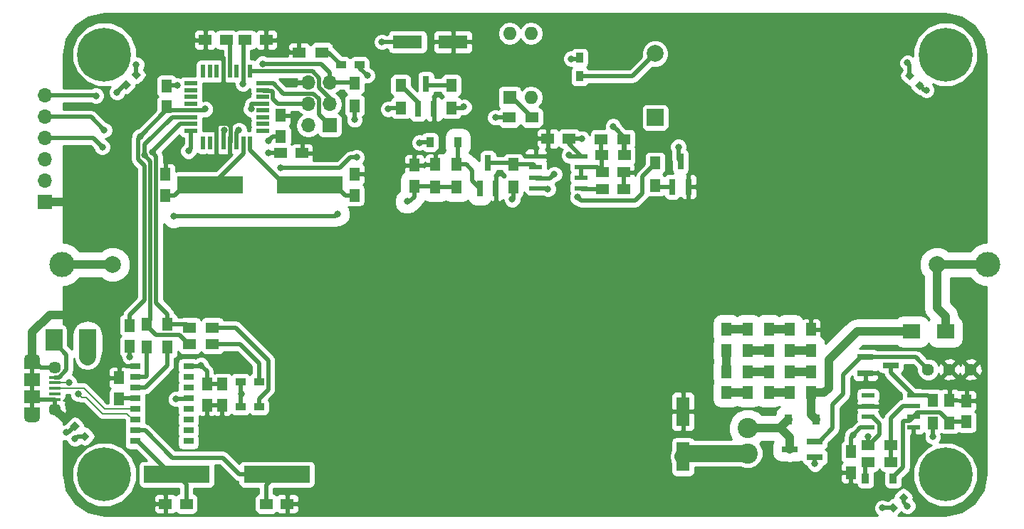
<source format=gtl>
G04 #@! TF.GenerationSoftware,KiCad,Pcbnew,(2017-07-16 revision e797af331)-makepkg*
G04 #@! TF.CreationDate,2018-05-04T01:25:42+02:00*
G04 #@! TF.ProjectId,BRNG,42524E472E6B696361645F7063620000,First release*
G04 #@! TF.SameCoordinates,Original
G04 #@! TF.FileFunction,Copper,L1,Top,Signal*
G04 #@! TF.FilePolarity,Positive*
%FSLAX46Y46*%
G04 Gerber Fmt 4.6, Leading zero omitted, Abs format (unit mm)*
G04 Created by KiCad (PCBNEW (2017-07-16 revision e797af331)-makepkg) date 05/04/18 01:25:42*
%MOMM*%
%LPD*%
G01*
G04 APERTURE LIST*
%ADD10C,2.000000*%
%ADD11R,2.000000X2.000000*%
%ADD12O,1.700000X1.700000*%
%ADD13R,1.700000X1.700000*%
%ADD14R,1.250000X1.500000*%
%ADD15R,1.200000X0.900000*%
%ADD16R,1.500000X1.300000*%
%ADD17C,6.400000*%
%ADD18C,0.800000*%
%ADD19R,1.500000X1.250000*%
%ADD20R,0.900000X1.200000*%
%ADD21R,2.000000X2.500000*%
%ADD22C,3.000000*%
%ADD23R,1.900000X1.200000*%
%ADD24O,1.900000X1.200000*%
%ADD25R,1.900000X1.500000*%
%ADD26C,1.450000*%
%ADD27R,1.350000X0.400000*%
%ADD28C,2.400000*%
%ADD29R,0.800000X1.900000*%
%ADD30R,1.900000X0.800000*%
%ADD31R,2.000000X1.700000*%
%ADD32R,1.300000X1.500000*%
%ADD33C,1.440000*%
%ADD34O,1.600000X1.600000*%
%ADD35R,1.600000X1.600000*%
%ADD36R,1.550000X0.600000*%
%ADD37R,1.600000X0.550000*%
%ADD38R,0.550000X1.600000*%
%ADD39R,1.300000X0.800000*%
%ADD40R,7.875000X2.000000*%
%ADD41R,1.600000X3.500000*%
%ADD42R,3.500000X1.600000*%
%ADD43C,0.100000*%
%ADD44C,0.500000*%
%ADD45C,2.000000*%
%ADD46C,1.000000*%
%ADD47C,0.200000*%
%ADD48C,0.254000*%
G04 APERTURE END LIST*
D10*
X163500000Y-61400000D03*
D11*
X163500000Y-69000000D03*
D12*
X90900000Y-66390000D03*
X90900000Y-68930000D03*
X90900000Y-71470000D03*
X90900000Y-74010000D03*
X90900000Y-76550000D03*
D13*
X90900000Y-79090000D03*
D14*
X186750000Y-108800000D03*
X186750000Y-111300000D03*
D15*
X114200000Y-100450000D03*
X116400000Y-100450000D03*
X114200000Y-103450000D03*
X116400000Y-103450000D03*
D16*
X110850000Y-96000000D03*
X108150000Y-96000000D03*
X110850000Y-94000000D03*
X108150000Y-94000000D03*
D17*
X198000000Y-111500000D03*
D18*
X200400000Y-111500000D03*
X199697056Y-113197056D03*
X198000000Y-113900000D03*
X196302944Y-113197056D03*
X195600000Y-111500000D03*
X196302944Y-109802944D03*
X198000000Y-109100000D03*
X199697056Y-109802944D03*
D17*
X198000000Y-61500000D03*
D18*
X200400000Y-61500000D03*
X199697056Y-63197056D03*
X198000000Y-63900000D03*
X196302944Y-63197056D03*
X195600000Y-61500000D03*
X196302944Y-59802944D03*
X198000000Y-59100000D03*
X199697056Y-59802944D03*
D17*
X98000000Y-61500000D03*
D18*
X100400000Y-61500000D03*
X99697056Y-63197056D03*
X98000000Y-63900000D03*
X96302944Y-63197056D03*
X95600000Y-61500000D03*
X96302944Y-59802944D03*
X98000000Y-59100000D03*
X99697056Y-59802944D03*
D17*
X98000000Y-111500000D03*
D18*
X100400000Y-111500000D03*
X99697056Y-113197056D03*
X98000000Y-113900000D03*
X96302944Y-113197056D03*
X95600000Y-111500000D03*
X96302944Y-109802944D03*
X98000000Y-109100000D03*
X99697056Y-109802944D03*
D19*
X153250000Y-71500000D03*
X150750000Y-71500000D03*
X159750000Y-77500000D03*
X157250000Y-77500000D03*
D14*
X134868122Y-77176906D03*
X134868122Y-74676906D03*
D19*
X157250000Y-75500000D03*
X159750000Y-75500000D03*
X119000000Y-73250000D03*
X121500000Y-73250000D03*
D14*
X119000000Y-68750000D03*
X119000000Y-71250000D03*
D19*
X114750000Y-59750000D03*
X117250000Y-59750000D03*
D14*
X105250000Y-78250000D03*
X105250000Y-75750000D03*
D19*
X112500000Y-59750000D03*
X110000000Y-59750000D03*
D14*
X127750000Y-78250000D03*
X127750000Y-75750000D03*
X200500000Y-105250000D03*
X200500000Y-102750000D03*
X112000000Y-103250000D03*
X112000000Y-100750000D03*
X110200000Y-100750000D03*
X110200000Y-103250000D03*
X99750000Y-100000000D03*
X99750000Y-102500000D03*
D19*
X119750000Y-115000000D03*
X117250000Y-115000000D03*
D14*
X101000000Y-93750000D03*
X101000000Y-96250000D03*
D19*
X105250000Y-115000000D03*
X107750000Y-115000000D03*
D14*
X182000000Y-99250000D03*
X182000000Y-101750000D03*
X179500000Y-101750000D03*
X179500000Y-99250000D03*
X177000000Y-99250000D03*
X177000000Y-101750000D03*
X174500000Y-99250000D03*
X174500000Y-101750000D03*
X172000000Y-99250000D03*
X172000000Y-101750000D03*
X182000000Y-96750000D03*
X182000000Y-94250000D03*
X179500000Y-94250000D03*
X179500000Y-96750000D03*
X177000000Y-96750000D03*
X177000000Y-94250000D03*
X174500000Y-94250000D03*
X174500000Y-96750000D03*
X172000000Y-96750000D03*
X172000000Y-94250000D03*
D20*
X140018122Y-71926906D03*
X136718122Y-71926906D03*
X154500000Y-64100000D03*
X154500000Y-61900000D03*
X188500000Y-112000000D03*
X191800000Y-112000000D03*
X182650000Y-105000000D03*
X179350000Y-105000000D03*
D21*
X96000000Y-95500000D03*
X92000000Y-95500000D03*
D10*
X197000000Y-86500000D03*
D22*
X203000000Y-86500000D03*
D10*
X99000000Y-86500000D03*
D22*
X93000000Y-86500000D03*
D12*
X122260000Y-64860000D03*
X124800000Y-64860000D03*
X122260000Y-67400000D03*
X124800000Y-67400000D03*
X122260000Y-69940000D03*
D13*
X124800000Y-69940000D03*
D23*
X89450000Y-98350000D03*
X89450000Y-104150000D03*
D24*
X89450000Y-104750000D03*
X89450000Y-97750000D03*
D25*
X89450000Y-100250000D03*
D26*
X92150000Y-103750000D03*
D27*
X92150000Y-101250000D03*
X92150000Y-101900000D03*
X92150000Y-102550000D03*
X92150000Y-99950000D03*
X92150000Y-100600000D03*
D26*
X92150000Y-98750000D03*
D25*
X89450000Y-102250000D03*
D28*
X174500000Y-106000000D03*
X174500000Y-109000000D03*
D29*
X142668122Y-77426906D03*
X144568122Y-77426906D03*
X143618122Y-74426906D03*
X166500000Y-74250000D03*
X167450000Y-77250000D03*
X165550000Y-77250000D03*
D30*
X179500000Y-108500000D03*
X182500000Y-107550000D03*
X182500000Y-109450000D03*
X188500000Y-97550000D03*
X188500000Y-99450000D03*
X191500000Y-98500000D03*
D31*
X194000000Y-94500000D03*
X198000000Y-94500000D03*
D16*
X148850000Y-69000000D03*
X146150000Y-69000000D03*
D32*
X146618122Y-74576906D03*
X146618122Y-77276906D03*
X139868122Y-77276906D03*
X139868122Y-74576906D03*
X137368122Y-77276906D03*
X137368122Y-74576906D03*
X163500000Y-77100000D03*
X163500000Y-74400000D03*
D16*
X159850000Y-73500000D03*
X157150000Y-73500000D03*
D32*
X127750000Y-67600000D03*
X127750000Y-64900000D03*
D16*
X188800000Y-110000000D03*
X191500000Y-110000000D03*
X188800000Y-108000000D03*
X191500000Y-108000000D03*
D32*
X198500000Y-102650000D03*
X198500000Y-105350000D03*
X196500000Y-102650000D03*
X196500000Y-105350000D03*
X103000000Y-96350000D03*
X103000000Y-93650000D03*
X105500000Y-93650000D03*
X105500000Y-96350000D03*
D33*
X195960000Y-99000000D03*
X198500000Y-99000000D03*
X201040000Y-99000000D03*
D34*
X146210000Y-59000000D03*
X148750000Y-66620000D03*
X148750000Y-59000000D03*
D35*
X146210000Y-66620000D03*
D36*
X154700000Y-73595000D03*
X154700000Y-74865000D03*
X154700000Y-76135000D03*
X154700000Y-77405000D03*
X149300000Y-77405000D03*
X149300000Y-76135000D03*
X149300000Y-74865000D03*
X149300000Y-73595000D03*
D37*
X108300000Y-70550000D03*
X108300000Y-69750000D03*
X108300000Y-68950000D03*
X108300000Y-68150000D03*
X108300000Y-67350000D03*
X108300000Y-66550000D03*
X108300000Y-65750000D03*
X108300000Y-64950000D03*
D38*
X109750000Y-63500000D03*
X110550000Y-63500000D03*
X111350000Y-63500000D03*
X112150000Y-63500000D03*
X112950000Y-63500000D03*
X113750000Y-63500000D03*
X114550000Y-63500000D03*
X115350000Y-63500000D03*
D37*
X116800000Y-64950000D03*
X116800000Y-65750000D03*
X116800000Y-66550000D03*
X116800000Y-67350000D03*
X116800000Y-68150000D03*
X116800000Y-68950000D03*
X116800000Y-69750000D03*
X116800000Y-70550000D03*
D38*
X115350000Y-72000000D03*
X114550000Y-72000000D03*
X113750000Y-72000000D03*
X112950000Y-72000000D03*
X112150000Y-72000000D03*
X111350000Y-72000000D03*
X110550000Y-72000000D03*
X109750000Y-72000000D03*
D36*
X194200000Y-105905000D03*
X194200000Y-104635000D03*
X194200000Y-103365000D03*
X194200000Y-102095000D03*
X188800000Y-102095000D03*
X188800000Y-103365000D03*
X188800000Y-104635000D03*
X188800000Y-105905000D03*
D39*
X108000000Y-98640000D03*
X108000000Y-99920000D03*
X108000000Y-101180000D03*
X108000000Y-102450000D03*
X108000000Y-103730000D03*
X108000000Y-105000000D03*
X108000000Y-106260000D03*
X108000000Y-107540000D03*
X101700000Y-107540000D03*
X101700000Y-106260000D03*
X101700000Y-105000000D03*
X101700000Y-103730000D03*
X101700000Y-102450000D03*
X101700000Y-101180000D03*
X101700000Y-99920000D03*
X101700000Y-98640000D03*
D40*
X106625000Y-111500000D03*
X118500000Y-111500000D03*
D41*
X166800000Y-104000000D03*
X166800000Y-109400000D03*
D42*
X134050000Y-60000000D03*
X139450000Y-60000000D03*
D40*
X122437500Y-77000000D03*
X110562500Y-77000000D03*
D18*
X193000000Y-114250000D03*
D43*
G36*
X193000000Y-114815685D02*
X192434315Y-114250000D01*
X193000000Y-113684315D01*
X193565685Y-114250000D01*
X193000000Y-114815685D01*
X193000000Y-114815685D01*
G37*
D18*
X191797918Y-115452082D03*
D43*
G36*
X191797918Y-116017767D02*
X191232233Y-115452082D01*
X191797918Y-114886397D01*
X192363603Y-115452082D01*
X191797918Y-116017767D01*
X191797918Y-116017767D01*
G37*
D18*
X101802082Y-63897918D03*
D43*
G36*
X101802082Y-63332233D02*
X102367767Y-63897918D01*
X101802082Y-64463603D01*
X101236397Y-63897918D01*
X101802082Y-63332233D01*
X101802082Y-63332233D01*
G37*
D18*
X100600000Y-65100000D03*
D43*
G36*
X100600000Y-64534315D02*
X101165685Y-65100000D01*
X100600000Y-65665685D01*
X100034315Y-65100000D01*
X100600000Y-64534315D01*
X100600000Y-64534315D01*
G37*
D18*
X95702082Y-106952082D03*
D43*
G36*
X95136397Y-106952082D02*
X95702082Y-106386397D01*
X96267767Y-106952082D01*
X95702082Y-107517767D01*
X95136397Y-106952082D01*
X95136397Y-106952082D01*
G37*
D18*
X94500000Y-105750000D03*
D43*
G36*
X93934315Y-105750000D02*
X94500000Y-105184315D01*
X95065685Y-105750000D01*
X94500000Y-106315685D01*
X93934315Y-105750000D01*
X93934315Y-105750000D01*
G37*
D18*
X194952082Y-65202082D03*
D43*
G36*
X195517767Y-65202082D02*
X194952082Y-65767767D01*
X194386397Y-65202082D01*
X194952082Y-64636397D01*
X195517767Y-65202082D01*
X195517767Y-65202082D01*
G37*
D18*
X193750000Y-64000000D03*
D43*
G36*
X194315685Y-64000000D02*
X193750000Y-64565685D01*
X193184315Y-64000000D01*
X193750000Y-63434315D01*
X194315685Y-64000000D01*
X194315685Y-64000000D01*
G37*
D15*
X128350000Y-62750000D03*
X126150000Y-62750000D03*
D29*
X136250000Y-65000000D03*
X137200000Y-68000000D03*
X135300000Y-68000000D03*
D32*
X139250000Y-67850000D03*
X139250000Y-65150000D03*
X133250000Y-67850000D03*
X133250000Y-65150000D03*
D16*
X123850000Y-61250000D03*
X121150000Y-61250000D03*
X157100000Y-71600000D03*
X159800000Y-71600000D03*
D14*
X105400000Y-67750000D03*
X105400000Y-65250000D03*
D18*
X166250000Y-72500000D03*
X158500000Y-70050000D03*
X129250000Y-64000000D03*
X131000000Y-60000000D03*
X94500000Y-107250000D03*
X193500000Y-115250000D03*
X193500000Y-62500000D03*
X99500000Y-66000000D03*
X127750000Y-69250000D03*
X135500000Y-72000000D03*
X146500000Y-78750000D03*
X150750000Y-77500000D03*
X153250000Y-73500000D03*
X154750000Y-71500000D03*
X117500000Y-71750000D03*
X117500000Y-73250000D03*
X187000000Y-106800000D03*
X112250000Y-70500000D03*
X114500000Y-65000000D03*
X114000000Y-70500000D03*
X114300000Y-101950000D03*
X109500000Y-98500000D03*
X96500000Y-97500000D03*
X95500000Y-97500000D03*
X196500000Y-107000000D03*
X119800000Y-61200000D03*
X119800000Y-64800000D03*
X134000000Y-79000000D03*
X125750000Y-80500000D03*
X106250000Y-80750000D03*
X101800000Y-62700000D03*
X106700000Y-65200000D03*
X97000000Y-66400000D03*
X110000000Y-68000000D03*
X116800000Y-62600000D03*
X102250000Y-71250000D03*
X100999976Y-97500000D03*
X106500000Y-102500000D03*
X153500000Y-62000000D03*
X144500000Y-69000000D03*
X94900000Y-101900000D03*
X93800000Y-100550000D03*
X103679888Y-73141757D03*
X98000000Y-70500004D03*
X102800010Y-73500000D03*
X97750000Y-72500000D03*
X188800000Y-107000000D03*
X182500000Y-110250000D03*
X154250000Y-78500000D03*
X151500000Y-75750000D03*
X128000000Y-73750000D03*
X119000000Y-75000000D03*
X108000000Y-73000000D03*
X93500000Y-106500000D03*
X190500000Y-115500000D03*
X195750000Y-65750000D03*
X140750000Y-67750000D03*
X115449998Y-68000000D03*
X131750000Y-68000000D03*
D44*
X154500000Y-64100000D02*
X160800000Y-64100000D01*
X160800000Y-64100000D02*
X163500000Y-61400000D01*
X166250000Y-72500000D02*
X166250000Y-74000000D01*
X166250000Y-74000000D02*
X166500000Y-74250000D01*
X158899999Y-70449999D02*
X158500000Y-70050000D01*
X159850000Y-71400000D02*
X158899999Y-70449999D01*
X159850000Y-73500000D02*
X159850000Y-71400000D01*
X159800000Y-71600000D02*
X159800000Y-73450000D01*
X159800000Y-73450000D02*
X159850000Y-73500000D01*
X96500000Y-97500000D02*
X95500000Y-97500000D01*
D45*
X96000000Y-95500000D02*
X96000000Y-97500000D01*
D44*
X128350000Y-62750000D02*
X128350000Y-63100000D01*
X128350000Y-63100000D02*
X129250000Y-64000000D01*
X134050000Y-60000000D02*
X131000000Y-60000000D01*
X95702082Y-106952082D02*
X94797918Y-106952082D01*
X94797918Y-106952082D02*
X94500000Y-107250000D01*
X193000000Y-114250000D02*
X193000000Y-114750000D01*
X193000000Y-114750000D02*
X193500000Y-115250000D01*
X193750000Y-64000000D02*
X193750000Y-62750000D01*
X193750000Y-62750000D02*
X193500000Y-62500000D01*
X100750000Y-65250000D02*
X100250000Y-65250000D01*
X100250000Y-65250000D02*
X99500000Y-66000000D01*
X127750000Y-67600000D02*
X127750000Y-69250000D01*
X136718122Y-71926906D02*
X135573094Y-71926906D01*
X135573094Y-71926906D02*
X135500000Y-72000000D01*
X146618122Y-77276906D02*
X146618122Y-78631878D01*
X146618122Y-78631878D02*
X146500000Y-78750000D01*
X149300000Y-77405000D02*
X150655000Y-77405000D01*
X150655000Y-77405000D02*
X150750000Y-77500000D01*
X154700000Y-73595000D02*
X153345000Y-73595000D01*
X153345000Y-73595000D02*
X153250000Y-73500000D01*
X153250000Y-71500000D02*
X154750000Y-71500000D01*
X153250000Y-71500000D02*
X153250000Y-72145000D01*
X153250000Y-72145000D02*
X154700000Y-73595000D01*
X114550000Y-63500000D02*
X114550000Y-59950000D01*
X114550000Y-59950000D02*
X114750000Y-59750000D01*
X119000000Y-71250000D02*
X118000000Y-71250000D01*
X118000000Y-71250000D02*
X117500000Y-71750000D01*
X119000000Y-73250000D02*
X117500000Y-73250000D01*
D45*
X174500000Y-109000000D02*
X167200000Y-109000000D01*
X167200000Y-109000000D02*
X166800000Y-109400000D01*
D44*
X110200000Y-100750000D02*
X110200000Y-99200000D01*
X110200000Y-99200000D02*
X109500000Y-98500000D01*
X112000000Y-100750000D02*
X110200000Y-100750000D01*
X187000000Y-106800000D02*
X187895000Y-105905000D01*
X187895000Y-105905000D02*
X188800000Y-105905000D01*
X186750000Y-108800000D02*
X186750000Y-107050000D01*
X186750000Y-107050000D02*
X187000000Y-106800000D01*
X112150000Y-70600000D02*
X112250000Y-70500000D01*
X112150000Y-72000000D02*
X112150000Y-70600000D01*
X114550000Y-63500000D02*
X114550000Y-64950000D01*
X114550000Y-64950000D02*
X114500000Y-65000000D01*
X113750000Y-72000000D02*
X113750000Y-70750000D01*
X113750000Y-70750000D02*
X114000000Y-70500000D01*
X114200000Y-100450000D02*
X114200000Y-101850000D01*
X114200000Y-101850000D02*
X114300000Y-101950000D01*
X114200000Y-103450000D02*
X114200000Y-102050000D01*
X114200000Y-102050000D02*
X114300000Y-101950000D01*
X108000000Y-98640000D02*
X109360000Y-98640000D01*
X109360000Y-98640000D02*
X109500000Y-98500000D01*
X196500000Y-105350000D02*
X196500000Y-107000000D01*
X101700000Y-98640000D02*
X100550000Y-98640000D01*
X100550000Y-98640000D02*
X100160000Y-98250000D01*
X101700000Y-98640000D02*
X101110000Y-98640000D01*
X122260000Y-64860000D02*
X119860000Y-64860000D01*
X119860000Y-64860000D02*
X119800000Y-64800000D01*
X113050002Y-71899998D02*
X112950000Y-72000000D01*
X113050002Y-70115998D02*
X113050002Y-71899998D01*
X111615998Y-69699998D02*
X112634002Y-69699998D01*
X112634002Y-69699998D02*
X113050002Y-70115998D01*
X111350000Y-69965996D02*
X111615998Y-69699998D01*
X111350000Y-72000000D02*
X111350000Y-69965996D01*
X112150000Y-63500000D02*
X112150000Y-65350000D01*
X112150000Y-63500000D02*
X112150000Y-61850000D01*
X111350000Y-72000000D02*
X111350000Y-73900000D01*
X112950000Y-72000000D02*
X112950000Y-73300000D01*
D46*
X92750000Y-79090000D02*
X94660000Y-79090000D01*
X90900000Y-79090000D02*
X92750000Y-79090000D01*
X91500000Y-92500000D02*
X94000000Y-92500000D01*
X89450000Y-94550000D02*
X91500000Y-92500000D01*
X89450000Y-97750000D02*
X89450000Y-94550000D01*
X92150000Y-103750000D02*
X93400000Y-105000000D01*
D44*
X92150000Y-102550000D02*
X89750000Y-102550000D01*
X89750000Y-102550000D02*
X89450000Y-102250000D01*
X92150000Y-102550000D02*
X92150000Y-103750000D01*
X89450000Y-104150000D02*
X89450000Y-104750000D01*
X89450000Y-102250000D02*
X89450000Y-104150000D01*
X89450000Y-102250000D02*
X89450000Y-100250000D01*
X89450000Y-100250000D02*
X89450000Y-98350000D01*
X89450000Y-98350000D02*
X89450000Y-97750000D01*
X92150000Y-98750000D02*
X90450000Y-98750000D01*
X90450000Y-98750000D02*
X89450000Y-97750000D01*
X157250000Y-77500000D02*
X154795000Y-77500000D01*
X154795000Y-77500000D02*
X154700000Y-77405000D01*
X134295028Y-79000000D02*
X134000000Y-79000000D01*
X134868122Y-78426906D02*
X134295028Y-79000000D01*
X134868122Y-77176906D02*
X134868122Y-78426906D01*
X125500000Y-80750000D02*
X125750000Y-80500000D01*
X106250000Y-80750000D02*
X125500000Y-80750000D01*
X137368122Y-77276906D02*
X139868122Y-77276906D01*
X134868122Y-77176906D02*
X137268122Y-77176906D01*
X137268122Y-77176906D02*
X137368122Y-77276906D01*
D46*
X99000000Y-86500000D02*
X93000000Y-86500000D01*
D44*
X157100000Y-71600000D02*
X157100000Y-73450000D01*
X157100000Y-73450000D02*
X157150000Y-73500000D01*
X157150000Y-73500000D02*
X157150000Y-75400000D01*
X157150000Y-75400000D02*
X157250000Y-75500000D01*
X154700000Y-74865000D02*
X156615000Y-74865000D01*
X156615000Y-74865000D02*
X157250000Y-75500000D01*
X154700000Y-76135000D02*
X154700000Y-74865000D01*
X110562500Y-77000000D02*
X107625000Y-77000000D01*
X107625000Y-77000000D02*
X106375000Y-78250000D01*
X106375000Y-78250000D02*
X105250000Y-78250000D01*
X114550000Y-72000000D02*
X114550000Y-73300000D01*
X114550000Y-73300000D02*
X110850000Y-77000000D01*
X110850000Y-77000000D02*
X110562500Y-77000000D01*
X112950000Y-63500000D02*
X112950000Y-60200000D01*
X112950000Y-60200000D02*
X112500000Y-59750000D01*
X122437500Y-77000000D02*
X119500000Y-77000000D01*
X119500000Y-77000000D02*
X115350000Y-72850000D01*
X115350000Y-72850000D02*
X115350000Y-72000000D01*
X127750000Y-78250000D02*
X126625000Y-78250000D01*
X125375000Y-77000000D02*
X122437500Y-77000000D01*
X126625000Y-78250000D02*
X125375000Y-77000000D01*
X198500000Y-105350000D02*
X198500000Y-105250000D01*
X198500000Y-105250000D02*
X197399999Y-104149999D01*
X197399999Y-104149999D02*
X194685001Y-104149999D01*
X194685001Y-104149999D02*
X194200000Y-104635000D01*
X191800000Y-111850000D02*
X191800000Y-112000000D01*
X192974999Y-105244999D02*
X192974999Y-110675001D01*
X192974999Y-110675001D02*
X191800000Y-111850000D01*
X193064999Y-105154999D02*
X192974999Y-105244999D01*
X194200000Y-104635000D02*
X193680001Y-105154999D01*
X193680001Y-105154999D02*
X193064999Y-105154999D01*
X200500000Y-105250000D02*
X198600000Y-105250000D01*
X198600000Y-105250000D02*
X198500000Y-105350000D01*
X101700000Y-102450000D02*
X99800000Y-102450000D01*
X99800000Y-102450000D02*
X99750000Y-102500000D01*
X117250000Y-115000000D02*
X117250000Y-112750000D01*
X117250000Y-112750000D02*
X118500000Y-111500000D01*
X101700000Y-106260000D02*
X102850000Y-106260000D01*
X102850000Y-106260000D02*
X106090000Y-109500000D01*
X106090000Y-109500000D02*
X112062500Y-109500000D01*
X112062500Y-109500000D02*
X114062500Y-111500000D01*
X114062500Y-111500000D02*
X118500000Y-111500000D01*
X101000000Y-93750000D02*
X101000000Y-92500000D01*
X101000000Y-92500000D02*
X102750000Y-90750000D01*
X102750000Y-90750000D02*
X102750000Y-74750000D01*
X102750000Y-74750000D02*
X102000000Y-74000000D01*
X102000000Y-74000000D02*
X102000000Y-71500000D01*
X102000000Y-71500000D02*
X102250000Y-71250000D01*
X101800000Y-63265685D02*
X101800000Y-62700000D01*
X101800000Y-63895836D02*
X101800000Y-63265685D01*
X101952082Y-64047918D02*
X101800000Y-63895836D01*
X106700000Y-65200000D02*
X105450000Y-65200000D01*
X105450000Y-65200000D02*
X105400000Y-65250000D01*
X95640000Y-66390000D02*
X96990000Y-66390000D01*
X96990000Y-66390000D02*
X97000000Y-66400000D01*
X95640000Y-66390000D02*
X90900000Y-66390000D01*
X124800000Y-64860000D02*
X127710000Y-64860000D01*
X127710000Y-64860000D02*
X127750000Y-64900000D01*
X124810000Y-64850000D02*
X124800000Y-64860000D01*
X110000000Y-68000000D02*
X109850000Y-68150000D01*
X109850000Y-68150000D02*
X108300000Y-68150000D01*
X124800000Y-64860000D02*
X124800000Y-63657919D01*
X123742081Y-62600000D02*
X116800000Y-62600000D01*
X124800000Y-63657919D02*
X123742081Y-62600000D01*
X102250000Y-71250000D02*
X105350000Y-68150000D01*
X105350000Y-68150000D02*
X108300000Y-68150000D01*
X102350000Y-71150000D02*
X102250000Y-71250000D01*
X100999976Y-96934315D02*
X100999976Y-97500000D01*
X101000000Y-96250000D02*
X100999976Y-96250024D01*
X100999976Y-96250024D02*
X100999976Y-96934315D01*
X106500000Y-102500000D02*
X107950000Y-102500000D01*
X107950000Y-102500000D02*
X108000000Y-102450000D01*
X101700000Y-107540000D02*
X101950000Y-107540000D01*
X101950000Y-107540000D02*
X105910000Y-111500000D01*
X105910000Y-111500000D02*
X106625000Y-111500000D01*
X107750000Y-115000000D02*
X107750000Y-112625000D01*
X107750000Y-112625000D02*
X106625000Y-111500000D01*
X106625000Y-111500000D02*
X103687500Y-111500000D01*
D46*
X182000000Y-99250000D02*
X179500000Y-99250000D01*
X187500000Y-94500000D02*
X192000000Y-94500000D01*
X184125001Y-97874999D02*
X187500000Y-94500000D01*
X184125001Y-101200001D02*
X184125001Y-97874999D01*
X182000000Y-101750000D02*
X183575002Y-101750000D01*
X192000000Y-94500000D02*
X194000000Y-94500000D01*
X183575002Y-101750000D02*
X184125001Y-101200001D01*
X182000000Y-101750000D02*
X182000000Y-104350000D01*
X182000000Y-104350000D02*
X182650000Y-105000000D01*
X179500000Y-101750000D02*
X177000000Y-101750000D01*
X177000000Y-99250000D02*
X174500000Y-99250000D01*
X174500000Y-101750000D02*
X172000000Y-101750000D01*
X172000000Y-99250000D02*
X172000000Y-96750000D01*
X179500000Y-96750000D02*
X182000000Y-96750000D01*
X177000000Y-94250000D02*
X179500000Y-94250000D01*
X174500000Y-96750000D02*
X177000000Y-96750000D01*
X172000000Y-94250000D02*
X174500000Y-94250000D01*
D44*
X140018122Y-71926906D02*
X140018122Y-74426906D01*
X140018122Y-74426906D02*
X139868122Y-74576906D01*
X139868122Y-74576906D02*
X141018122Y-74576906D01*
X141018122Y-74576906D02*
X141768123Y-75326907D01*
X141768123Y-75326907D02*
X141768123Y-76526907D01*
X141768123Y-76526907D02*
X142668122Y-77426906D01*
X153500000Y-62000000D02*
X154400000Y-62000000D01*
X154400000Y-62000000D02*
X154500000Y-61900000D01*
X146150000Y-69000000D02*
X144500000Y-69000000D01*
X188500000Y-112000000D02*
X188500000Y-110300000D01*
X188500000Y-110300000D02*
X188800000Y-110000000D01*
D46*
X179500000Y-108500000D02*
X179500000Y-107100000D01*
X179500000Y-107100000D02*
X178400000Y-106000000D01*
X178400000Y-106000000D02*
X178350000Y-106000000D01*
X174500000Y-106000000D02*
X178350000Y-106000000D01*
X178350000Y-106000000D02*
X179350000Y-105000000D01*
D44*
X116400000Y-100450000D02*
X116400000Y-98250000D01*
X116400000Y-98250000D02*
X114150000Y-96000000D01*
X114150000Y-96000000D02*
X112100000Y-96000000D01*
X112100000Y-96000000D02*
X110850000Y-96000000D01*
X110950000Y-96000000D02*
X110850000Y-96000000D01*
X116400000Y-103450000D02*
X116400000Y-102500000D01*
X116400000Y-102500000D02*
X117500000Y-101400000D01*
X117500000Y-101400000D02*
X117500000Y-97900000D01*
X117500000Y-97900000D02*
X113600000Y-94000000D01*
X113600000Y-94000000D02*
X110850000Y-94000000D01*
X110950000Y-94000000D02*
X110850000Y-94000000D01*
X92150000Y-99950000D02*
X92625000Y-99950000D01*
X92625000Y-99950000D02*
X93500000Y-99075000D01*
X93500000Y-99075000D02*
X93500000Y-97250000D01*
X93500000Y-97250000D02*
X92000000Y-95750000D01*
X92000000Y-95750000D02*
X92000000Y-95500000D01*
D46*
X197000000Y-91650000D02*
X197000000Y-86500000D01*
X198000000Y-94500000D02*
X198000000Y-92650000D01*
X198000000Y-92650000D02*
X197000000Y-91650000D01*
X197000000Y-86500000D02*
X203000000Y-86500000D01*
D44*
X118000001Y-65954999D02*
X117920001Y-65874999D01*
X118599991Y-67400000D02*
X118000001Y-66800010D01*
X122260000Y-67400000D02*
X118599991Y-67400000D01*
X118000001Y-66800010D02*
X118000001Y-65954999D01*
X117920001Y-65874999D02*
X116924999Y-65874999D01*
X116924999Y-65874999D02*
X116800000Y-65750000D01*
X124800000Y-67400000D02*
X124800000Y-66710002D01*
X116125000Y-63500000D02*
X115350000Y-63500000D01*
X124800000Y-66710002D02*
X123549999Y-65460001D01*
X123549999Y-65460001D02*
X123549999Y-64299997D01*
X123549999Y-64299997D02*
X122750002Y-63500000D01*
X122750002Y-63500000D02*
X116125000Y-63500000D01*
X124800000Y-69940000D02*
X123510001Y-68650001D01*
X118100000Y-64950000D02*
X116800000Y-64950000D01*
X123510001Y-68650001D02*
X123510001Y-66799999D01*
X123510001Y-66799999D02*
X122860001Y-66149999D01*
X122860001Y-66149999D02*
X119299999Y-66149999D01*
X119299999Y-66149999D02*
X118100000Y-64950000D01*
D47*
X92150000Y-101250000D02*
X95550000Y-101250000D01*
X95550000Y-101250000D02*
X98030000Y-103730000D01*
X98030000Y-103730000D02*
X100850000Y-103730000D01*
X100850000Y-103730000D02*
X101700000Y-103730000D01*
X94900000Y-101900000D02*
X95299999Y-102299999D01*
X95299999Y-102299999D02*
X95849999Y-102299999D01*
X95849999Y-102299999D02*
X97800000Y-104250000D01*
X97800000Y-104250000D02*
X100700000Y-104250000D01*
X100700000Y-104250000D02*
X101450000Y-105000000D01*
X101450000Y-105000000D02*
X101700000Y-105000000D01*
X92150000Y-100600000D02*
X93750000Y-100600000D01*
X93750000Y-100600000D02*
X93800000Y-100550000D01*
D44*
X104150011Y-73611880D02*
X104079887Y-73541756D01*
X104150011Y-91050011D02*
X104150011Y-73611880D01*
X105500000Y-92400000D02*
X104150011Y-91050011D01*
X104079887Y-73541756D02*
X103679888Y-73141757D01*
X105500000Y-93650000D02*
X105500000Y-92400000D01*
X98000000Y-70500004D02*
X96429996Y-68930000D01*
X96429996Y-68930000D02*
X90900000Y-68930000D01*
X107000000Y-69750000D02*
X103679888Y-73070112D01*
X108300000Y-69750000D02*
X107000000Y-69750000D01*
X103679888Y-73070112D02*
X103679888Y-73141757D01*
X105500000Y-93650000D02*
X107800000Y-93650000D01*
X107800000Y-93650000D02*
X108150000Y-94000000D01*
X103000000Y-93650000D02*
X103500000Y-93150000D01*
X103500000Y-93150000D02*
X103500000Y-74199990D01*
X103500000Y-74199990D02*
X102800010Y-73500000D01*
X97750000Y-72500000D02*
X96720000Y-71470000D01*
X96720000Y-71470000D02*
X90900000Y-71470000D01*
X102800010Y-72934315D02*
X102800010Y-73500000D01*
X102800010Y-72199990D02*
X102800010Y-72934315D01*
X106050000Y-68950000D02*
X102800010Y-72199990D01*
X108300000Y-68950000D02*
X106050000Y-68950000D01*
X103000000Y-93650000D02*
X103000000Y-93750000D01*
X104100000Y-94850000D02*
X106900000Y-94850000D01*
X103000000Y-93750000D02*
X104100000Y-94850000D01*
X106900000Y-94850000D02*
X108050000Y-96000000D01*
X108050000Y-96000000D02*
X108150000Y-96000000D01*
X146618122Y-74576906D02*
X149011906Y-74576906D01*
X149011906Y-74576906D02*
X149300000Y-74865000D01*
X143618122Y-74426906D02*
X146468122Y-74426906D01*
X146468122Y-74426906D02*
X146618122Y-74576906D01*
X165550000Y-77250000D02*
X163650000Y-77250000D01*
X163650000Y-77250000D02*
X163500000Y-77100000D01*
X185875012Y-101924879D02*
X184600000Y-103199891D01*
X183050000Y-107550000D02*
X182500000Y-107550000D01*
X188500000Y-97550000D02*
X187950000Y-97550000D01*
X185875012Y-99624986D02*
X185875012Y-101924879D01*
X187950000Y-97550000D02*
X185875012Y-99624986D01*
X184600000Y-103199891D02*
X184600000Y-106000000D01*
X184600000Y-106000000D02*
X183050000Y-107550000D01*
X188500000Y-97550000D02*
X194510000Y-97550000D01*
X194510000Y-97550000D02*
X195960000Y-99000000D01*
X188800000Y-108000000D02*
X188800000Y-107000000D01*
X182500000Y-109450000D02*
X182500000Y-110250000D01*
X190150000Y-105510000D02*
X190150000Y-106750000D01*
X190150000Y-106750000D02*
X188900000Y-108000000D01*
X188900000Y-108000000D02*
X188800000Y-108000000D01*
X189275000Y-104635000D02*
X190150000Y-105510000D01*
X188800000Y-104635000D02*
X189275000Y-104635000D01*
X196500000Y-102650000D02*
X195945000Y-102095000D01*
X195945000Y-102095000D02*
X194200000Y-102095000D01*
X191500000Y-98500000D02*
X191500000Y-99395000D01*
X191500000Y-99395000D02*
X194200000Y-102095000D01*
X146210000Y-66620000D02*
X146470000Y-66620000D01*
X146470000Y-66620000D02*
X148850000Y-69000000D01*
X154250000Y-78500000D02*
X154649999Y-78899999D01*
X163500000Y-74500000D02*
X163500000Y-74400000D01*
X154649999Y-78899999D02*
X161100001Y-78899999D01*
X161100001Y-78899999D02*
X162000000Y-78000000D01*
X162000000Y-78000000D02*
X162000000Y-76000000D01*
X162000000Y-76000000D02*
X163500000Y-74500000D01*
X151500000Y-75750000D02*
X151000000Y-76250000D01*
X151000000Y-76250000D02*
X149415000Y-76250000D01*
X149415000Y-76250000D02*
X149300000Y-76135000D01*
X126000000Y-75000000D02*
X127250000Y-73750000D01*
X127250000Y-73750000D02*
X128000000Y-73750000D01*
X119000000Y-75000000D02*
X126000000Y-75000000D01*
X108300000Y-70550000D02*
X108300000Y-72700000D01*
X108300000Y-72700000D02*
X108000000Y-73000000D01*
X191500000Y-108000000D02*
X191500000Y-104790000D01*
X191500000Y-104790000D02*
X192925000Y-103365000D01*
X192850000Y-103440000D02*
X192925000Y-103365000D01*
X191500000Y-110000000D02*
X191500000Y-108000000D01*
X192925000Y-103365000D02*
X194200000Y-103365000D01*
X101700000Y-99920000D02*
X102850000Y-99920000D01*
X102850000Y-99920000D02*
X103000000Y-99770000D01*
X103000000Y-99770000D02*
X103000000Y-97600000D01*
X103000000Y-97600000D02*
X103000000Y-96350000D01*
X101700000Y-101180000D02*
X102850000Y-101180000D01*
X102850000Y-101180000D02*
X105500000Y-98530000D01*
X105500000Y-98530000D02*
X105500000Y-97600000D01*
X105500000Y-97600000D02*
X105500000Y-96350000D01*
X93500000Y-106500000D02*
X93750000Y-106500000D01*
X93750000Y-106500000D02*
X94500000Y-105750000D01*
X190500000Y-115500000D02*
X191750000Y-115500000D01*
X191750000Y-115500000D02*
X191797918Y-115452082D01*
X195750000Y-65750000D02*
X195500000Y-65750000D01*
X195500000Y-65750000D02*
X194952082Y-65202082D01*
X139250000Y-67850000D02*
X140650000Y-67850000D01*
X140650000Y-67850000D02*
X140750000Y-67750000D01*
X123850000Y-61250000D02*
X124650000Y-61250000D01*
X124650000Y-61250000D02*
X126150000Y-62750000D01*
X139250000Y-65150000D02*
X136400000Y-65150000D01*
X136400000Y-65150000D02*
X136250000Y-65000000D01*
X133250000Y-65150000D02*
X135300000Y-67200000D01*
X135300000Y-67200000D02*
X135300000Y-68000000D01*
X115449998Y-68000000D02*
X115449998Y-67400002D01*
X115449998Y-67400002D02*
X115500000Y-67350000D01*
X115500000Y-67350000D02*
X116800000Y-67350000D01*
X133250000Y-67850000D02*
X131900000Y-67850000D01*
X131900000Y-67850000D02*
X131750000Y-68000000D01*
D48*
G36*
X199863864Y-57000234D02*
X201443972Y-58056028D01*
X202499766Y-59636136D01*
X202873000Y-61512509D01*
X202873000Y-83872888D01*
X202479750Y-83872545D01*
X201513868Y-84271639D01*
X200911456Y-84873000D01*
X198381247Y-84873000D01*
X198206422Y-84697869D01*
X197424943Y-84373370D01*
X196578770Y-84372632D01*
X195796726Y-84695766D01*
X195197869Y-85293578D01*
X194873370Y-86075057D01*
X194872632Y-86921230D01*
X195195766Y-87703274D01*
X195373000Y-87880818D01*
X195373000Y-91650000D01*
X195496848Y-92272626D01*
X195849537Y-92800463D01*
X196066944Y-93017870D01*
X196000000Y-93118059D01*
X195812522Y-92837478D01*
X195439733Y-92588389D01*
X195000000Y-92500921D01*
X193000000Y-92500921D01*
X192560267Y-92588389D01*
X192187478Y-92837478D01*
X192163743Y-92873000D01*
X187500000Y-92873000D01*
X186877374Y-92996848D01*
X186349537Y-93349537D01*
X186349535Y-93349540D01*
X183761635Y-95937439D01*
X183686611Y-95560267D01*
X183437522Y-95187478D01*
X183260000Y-95068862D01*
X183260000Y-94535750D01*
X183101250Y-94377000D01*
X182127000Y-94377000D01*
X182127000Y-94397000D01*
X181873000Y-94397000D01*
X181873000Y-94377000D01*
X181853000Y-94377000D01*
X181853000Y-94123000D01*
X181873000Y-94123000D01*
X181873000Y-93023750D01*
X182127000Y-93023750D01*
X182127000Y-94123000D01*
X183101250Y-94123000D01*
X183260000Y-93964250D01*
X183260000Y-93373691D01*
X183163327Y-93140302D01*
X182984699Y-92961673D01*
X182751310Y-92865000D01*
X182285750Y-92865000D01*
X182127000Y-93023750D01*
X181873000Y-93023750D01*
X181714250Y-92865000D01*
X181248690Y-92865000D01*
X181097878Y-92927468D01*
X180937522Y-92687478D01*
X180564733Y-92438389D01*
X180125000Y-92350921D01*
X178875000Y-92350921D01*
X178435267Y-92438389D01*
X178250000Y-92562180D01*
X178064733Y-92438389D01*
X177625000Y-92350921D01*
X176375000Y-92350921D01*
X175935267Y-92438389D01*
X175750000Y-92562180D01*
X175564733Y-92438389D01*
X175125000Y-92350921D01*
X173875000Y-92350921D01*
X173435267Y-92438389D01*
X173250000Y-92562180D01*
X173064733Y-92438389D01*
X172625000Y-92350921D01*
X171375000Y-92350921D01*
X170935267Y-92438389D01*
X170562478Y-92687478D01*
X170313389Y-93060267D01*
X170225921Y-93500000D01*
X170225921Y-95000000D01*
X170313389Y-95439733D01*
X170353658Y-95500000D01*
X170313389Y-95560267D01*
X170225921Y-96000000D01*
X170225921Y-97500000D01*
X170313389Y-97939733D01*
X170353658Y-98000000D01*
X170313389Y-98060267D01*
X170225921Y-98500000D01*
X170225921Y-100000000D01*
X170313389Y-100439733D01*
X170353658Y-100500000D01*
X170313389Y-100560267D01*
X170225921Y-101000000D01*
X170225921Y-102500000D01*
X170313389Y-102939733D01*
X170562478Y-103312522D01*
X170935267Y-103561611D01*
X171375000Y-103649079D01*
X172625000Y-103649079D01*
X173064733Y-103561611D01*
X173250000Y-103437820D01*
X173435267Y-103561611D01*
X173875000Y-103649079D01*
X175125000Y-103649079D01*
X175564733Y-103561611D01*
X175750000Y-103437820D01*
X175935267Y-103561611D01*
X176375000Y-103649079D01*
X177625000Y-103649079D01*
X178064733Y-103561611D01*
X178250000Y-103437820D01*
X178280729Y-103458352D01*
X178087478Y-103587478D01*
X177838389Y-103960267D01*
X177776210Y-104272865D01*
X177676074Y-104373000D01*
X176163845Y-104373000D01*
X175819861Y-104028415D01*
X174964900Y-103673404D01*
X174039162Y-103672597D01*
X173183582Y-104026115D01*
X172528415Y-104680139D01*
X172173404Y-105535100D01*
X172172597Y-106460838D01*
X172526115Y-107316418D01*
X172574612Y-107365000D01*
X168173277Y-107365000D01*
X168057809Y-107192191D01*
X167847765Y-107051843D01*
X167600000Y-107002560D01*
X166000000Y-107002560D01*
X165752235Y-107051843D01*
X165542191Y-107192191D01*
X165401843Y-107402235D01*
X165352560Y-107650000D01*
X165352560Y-108679872D01*
X165289457Y-108774312D01*
X165164999Y-109400000D01*
X165289457Y-110025688D01*
X165352560Y-110120128D01*
X165352560Y-111150000D01*
X165401843Y-111397765D01*
X165542191Y-111607809D01*
X165752235Y-111748157D01*
X166000000Y-111797440D01*
X167600000Y-111797440D01*
X167847765Y-111748157D01*
X168057809Y-111607809D01*
X168072548Y-111585750D01*
X185490000Y-111585750D01*
X185490000Y-112176309D01*
X185586673Y-112409698D01*
X185765301Y-112588327D01*
X185998690Y-112685000D01*
X186464250Y-112685000D01*
X186623000Y-112526250D01*
X186623000Y-111427000D01*
X185648750Y-111427000D01*
X185490000Y-111585750D01*
X168072548Y-111585750D01*
X168198157Y-111397765D01*
X168247440Y-111150000D01*
X168247440Y-110635000D01*
X173652510Y-110635000D01*
X174133395Y-110834681D01*
X174863403Y-110835318D01*
X175538086Y-110556545D01*
X176054730Y-110040801D01*
X176334681Y-109366605D01*
X176335318Y-108636597D01*
X176056545Y-107961914D01*
X175942676Y-107847847D01*
X176163909Y-107627000D01*
X177510617Y-107627000D01*
X177488389Y-107660267D01*
X177400921Y-108100000D01*
X177400921Y-108900000D01*
X177488389Y-109339733D01*
X177737478Y-109712522D01*
X178110267Y-109961611D01*
X178550000Y-110049079D01*
X179108265Y-110049079D01*
X179500000Y-110127000D01*
X179891735Y-110049079D01*
X180450000Y-110049079D01*
X180889733Y-109961611D01*
X180920651Y-109940952D01*
X180951843Y-110097765D01*
X181092191Y-110307809D01*
X181302235Y-110448157D01*
X181476313Y-110482783D01*
X181622058Y-110835515D01*
X181912954Y-111126919D01*
X182293223Y-111284820D01*
X182704971Y-111285179D01*
X183085515Y-111127942D01*
X183376919Y-110837046D01*
X183524052Y-110482710D01*
X183697765Y-110448157D01*
X183907809Y-110307809D01*
X184048157Y-110097765D01*
X184097440Y-109850000D01*
X184097440Y-109050000D01*
X184048157Y-108802235D01*
X183907809Y-108592191D01*
X183769836Y-108500000D01*
X183907809Y-108407809D01*
X184048157Y-108197765D01*
X184097440Y-107950000D01*
X184097440Y-107754140D01*
X185225787Y-106625792D01*
X185225790Y-106625790D01*
X185417633Y-106338675D01*
X185438255Y-106235001D01*
X185485001Y-106000000D01*
X185485000Y-105999995D01*
X185485000Y-103566471D01*
X186500799Y-102550671D01*
X186500802Y-102550669D01*
X186692645Y-102263554D01*
X186701779Y-102217633D01*
X186760013Y-101924879D01*
X186760012Y-101924874D01*
X186760012Y-101795000D01*
X187377560Y-101795000D01*
X187377560Y-102395000D01*
X187426843Y-102642765D01*
X187479768Y-102721972D01*
X187390000Y-102938690D01*
X187390000Y-103079250D01*
X187548750Y-103238000D01*
X188673000Y-103238000D01*
X188673000Y-103218000D01*
X188927000Y-103218000D01*
X188927000Y-103238000D01*
X190051250Y-103238000D01*
X190210000Y-103079250D01*
X190210000Y-102938690D01*
X190120232Y-102721972D01*
X190173157Y-102642765D01*
X190222440Y-102395000D01*
X190222440Y-101795000D01*
X190173157Y-101547235D01*
X190032809Y-101337191D01*
X189822765Y-101196843D01*
X189575000Y-101147560D01*
X188025000Y-101147560D01*
X187777235Y-101196843D01*
X187567191Y-101337191D01*
X187426843Y-101547235D01*
X187377560Y-101795000D01*
X186760012Y-101795000D01*
X186760012Y-99991565D01*
X186915000Y-99836577D01*
X186915000Y-99976310D01*
X187011673Y-100209699D01*
X187190302Y-100388327D01*
X187423691Y-100485000D01*
X188214250Y-100485000D01*
X188373000Y-100326250D01*
X188373000Y-99577000D01*
X188627000Y-99577000D01*
X188627000Y-100326250D01*
X188785750Y-100485000D01*
X189576309Y-100485000D01*
X189809698Y-100388327D01*
X189988327Y-100209699D01*
X190085000Y-99976310D01*
X190085000Y-99735750D01*
X189926250Y-99577000D01*
X188627000Y-99577000D01*
X188373000Y-99577000D01*
X188353000Y-99577000D01*
X188353000Y-99323000D01*
X188373000Y-99323000D01*
X188373000Y-99303000D01*
X188627000Y-99303000D01*
X188627000Y-99323000D01*
X189926250Y-99323000D01*
X190011781Y-99237469D01*
X190092191Y-99357809D01*
X190302235Y-99498157D01*
X190550000Y-99547440D01*
X190645322Y-99547440D01*
X190658030Y-99611325D01*
X190682367Y-99733675D01*
X190844490Y-99976310D01*
X190874210Y-100020790D01*
X192777560Y-101924139D01*
X192777560Y-102395000D01*
X192799435Y-102504976D01*
X192645909Y-102535515D01*
X192586325Y-102547367D01*
X192299210Y-102739210D01*
X192299208Y-102739213D01*
X192224210Y-102814210D01*
X192224208Y-102814213D01*
X190874210Y-104164210D01*
X190682367Y-104451325D01*
X190672685Y-104500000D01*
X190626046Y-104734466D01*
X190221412Y-104329832D01*
X190173157Y-104087235D01*
X190120232Y-104008028D01*
X190210000Y-103791310D01*
X190210000Y-103650750D01*
X190051250Y-103492000D01*
X188927000Y-103492000D01*
X188927000Y-103512000D01*
X188673000Y-103512000D01*
X188673000Y-103492000D01*
X187548750Y-103492000D01*
X187390000Y-103650750D01*
X187390000Y-103791310D01*
X187479768Y-104008028D01*
X187426843Y-104087235D01*
X187377560Y-104335000D01*
X187377560Y-104935000D01*
X187425284Y-105174926D01*
X187269210Y-105279210D01*
X187269208Y-105279213D01*
X186775552Y-105772869D01*
X186414485Y-105922058D01*
X186123081Y-106212954D01*
X185965180Y-106593223D01*
X185965120Y-106662307D01*
X185932367Y-106711325D01*
X185926001Y-106743327D01*
X185864999Y-107050000D01*
X185865000Y-107050005D01*
X185865000Y-107460018D01*
X185667191Y-107592191D01*
X185526843Y-107802235D01*
X185477560Y-108050000D01*
X185477560Y-109550000D01*
X185526843Y-109797765D01*
X185667191Y-110007809D01*
X185728320Y-110048654D01*
X185586673Y-110190302D01*
X185490000Y-110423691D01*
X185490000Y-111014250D01*
X185648750Y-111173000D01*
X186623000Y-111173000D01*
X186623000Y-111153000D01*
X186877000Y-111153000D01*
X186877000Y-111173000D01*
X186897000Y-111173000D01*
X186897000Y-111427000D01*
X186877000Y-111427000D01*
X186877000Y-112526250D01*
X187035750Y-112685000D01*
X187419467Y-112685000D01*
X187451843Y-112847765D01*
X187592191Y-113057809D01*
X187802235Y-113198157D01*
X188050000Y-113247440D01*
X188950000Y-113247440D01*
X189197765Y-113198157D01*
X189407809Y-113057809D01*
X189548157Y-112847765D01*
X189597440Y-112600000D01*
X189597440Y-111400000D01*
X189576011Y-111292266D01*
X189797765Y-111248157D01*
X190007809Y-111107809D01*
X190148157Y-110897765D01*
X190150000Y-110888500D01*
X190151843Y-110897765D01*
X190292191Y-111107809D01*
X190502235Y-111248157D01*
X190723989Y-111292266D01*
X190702560Y-111400000D01*
X190702560Y-112600000D01*
X190751843Y-112847765D01*
X190892191Y-113057809D01*
X191102235Y-113198157D01*
X191350000Y-113247440D01*
X192250000Y-113247440D01*
X192497765Y-113198157D01*
X192707809Y-113057809D01*
X192848157Y-112847765D01*
X192897440Y-112600000D01*
X192897440Y-112004140D01*
X193600786Y-111300793D01*
X193600789Y-111300791D01*
X193780143Y-111032367D01*
X193792633Y-111013675D01*
X193860000Y-110675001D01*
X193859999Y-110674996D01*
X193859999Y-106840000D01*
X193914250Y-106840000D01*
X194073000Y-106681250D01*
X194073000Y-106032000D01*
X194053000Y-106032000D01*
X194053000Y-105949698D01*
X194305791Y-105780789D01*
X194327000Y-105759580D01*
X194327000Y-105778000D01*
X194347000Y-105778000D01*
X194347000Y-106032000D01*
X194327000Y-106032000D01*
X194327000Y-106681250D01*
X194485750Y-106840000D01*
X195101309Y-106840000D01*
X195334698Y-106743327D01*
X195468937Y-106609089D01*
X195525848Y-106647117D01*
X195465180Y-106793223D01*
X195464821Y-107204971D01*
X195622058Y-107585515D01*
X195912954Y-107876919D01*
X196293223Y-108034820D01*
X196343772Y-108034864D01*
X195830485Y-108246950D01*
X194750741Y-109324811D01*
X194165667Y-110733825D01*
X194164336Y-112259482D01*
X194746950Y-113669515D01*
X195824811Y-114749259D01*
X197233825Y-115334333D01*
X198759482Y-115335664D01*
X200169515Y-114753050D01*
X201249259Y-113675189D01*
X201834333Y-112266175D01*
X201835664Y-110740518D01*
X201253050Y-109330485D01*
X200175189Y-108250741D01*
X198766175Y-107665667D01*
X197299443Y-107664387D01*
X197376919Y-107587046D01*
X197534820Y-107206777D01*
X197535179Y-106795029D01*
X197474082Y-106647163D01*
X197500000Y-106629845D01*
X197602235Y-106698157D01*
X197850000Y-106747440D01*
X199150000Y-106747440D01*
X199397765Y-106698157D01*
X199587330Y-106571493D01*
X199627235Y-106598157D01*
X199875000Y-106647440D01*
X201125000Y-106647440D01*
X201372765Y-106598157D01*
X201582809Y-106457809D01*
X201723157Y-106247765D01*
X201772440Y-106000000D01*
X201772440Y-104500000D01*
X201723157Y-104252235D01*
X201582809Y-104042191D01*
X201521680Y-104001346D01*
X201663327Y-103859698D01*
X201760000Y-103626309D01*
X201760000Y-103035750D01*
X201601250Y-102877000D01*
X200627000Y-102877000D01*
X200627000Y-102897000D01*
X200373000Y-102897000D01*
X200373000Y-102877000D01*
X199726250Y-102877000D01*
X199626250Y-102777000D01*
X198627000Y-102777000D01*
X198627000Y-102797000D01*
X198373000Y-102797000D01*
X198373000Y-102777000D01*
X198353000Y-102777000D01*
X198353000Y-102523000D01*
X198373000Y-102523000D01*
X198373000Y-101423750D01*
X198627000Y-101423750D01*
X198627000Y-102523000D01*
X199298750Y-102523000D01*
X199398750Y-102623000D01*
X200373000Y-102623000D01*
X200373000Y-101523750D01*
X200627000Y-101523750D01*
X200627000Y-102623000D01*
X201601250Y-102623000D01*
X201760000Y-102464250D01*
X201760000Y-101873691D01*
X201663327Y-101640302D01*
X201484699Y-101461673D01*
X201251310Y-101365000D01*
X200785750Y-101365000D01*
X200627000Y-101523750D01*
X200373000Y-101523750D01*
X200214250Y-101365000D01*
X199748690Y-101365000D01*
X199582050Y-101434025D01*
X199509699Y-101361673D01*
X199276310Y-101265000D01*
X198785750Y-101265000D01*
X198627000Y-101423750D01*
X198373000Y-101423750D01*
X198214250Y-101265000D01*
X197723690Y-101265000D01*
X197490301Y-101361673D01*
X197489101Y-101362873D01*
X197397765Y-101301843D01*
X197150000Y-101252560D01*
X196158964Y-101252560D01*
X195945000Y-101209999D01*
X195944995Y-101210000D01*
X195242456Y-101210000D01*
X195222765Y-101196843D01*
X194975000Y-101147560D01*
X194504139Y-101147560D01*
X192791862Y-99435283D01*
X192907809Y-99357809D01*
X193048157Y-99147765D01*
X193097440Y-98900000D01*
X193097440Y-98435000D01*
X194143420Y-98435000D01*
X194605090Y-98896669D01*
X194604765Y-99268344D01*
X194810617Y-99766543D01*
X195191452Y-100148043D01*
X195689291Y-100354764D01*
X196228344Y-100355235D01*
X196726543Y-100149383D01*
X196926500Y-99949774D01*
X197729831Y-99949774D01*
X197794131Y-100187611D01*
X198302342Y-100367333D01*
X198840644Y-100338892D01*
X199205869Y-100187611D01*
X199270169Y-99949774D01*
X200269831Y-99949774D01*
X200334131Y-100187611D01*
X200842342Y-100367333D01*
X201380644Y-100338892D01*
X201745869Y-100187611D01*
X201810169Y-99949774D01*
X201040000Y-99179605D01*
X200269831Y-99949774D01*
X199270169Y-99949774D01*
X198500000Y-99179605D01*
X197729831Y-99949774D01*
X196926500Y-99949774D01*
X197108043Y-99768548D01*
X197223339Y-99490884D01*
X197312389Y-99705869D01*
X197550226Y-99770169D01*
X198320395Y-99000000D01*
X198679605Y-99000000D01*
X199449774Y-99770169D01*
X199687611Y-99705869D01*
X199763500Y-99491272D01*
X199852389Y-99705869D01*
X200090226Y-99770169D01*
X200860395Y-99000000D01*
X201219605Y-99000000D01*
X201989774Y-99770169D01*
X202227611Y-99705869D01*
X202407333Y-99197658D01*
X202378892Y-98659356D01*
X202227611Y-98294131D01*
X201989774Y-98229831D01*
X201219605Y-99000000D01*
X200860395Y-99000000D01*
X200090226Y-98229831D01*
X199852389Y-98294131D01*
X199776500Y-98508728D01*
X199687611Y-98294131D01*
X199449774Y-98229831D01*
X198679605Y-99000000D01*
X198320395Y-99000000D01*
X197550226Y-98229831D01*
X197312389Y-98294131D01*
X197230331Y-98526172D01*
X197109383Y-98233457D01*
X196926472Y-98050226D01*
X197729831Y-98050226D01*
X198500000Y-98820395D01*
X199270169Y-98050226D01*
X200269831Y-98050226D01*
X201040000Y-98820395D01*
X201810169Y-98050226D01*
X201745869Y-97812389D01*
X201237658Y-97632667D01*
X200699356Y-97661108D01*
X200334131Y-97812389D01*
X200269831Y-98050226D01*
X199270169Y-98050226D01*
X199205869Y-97812389D01*
X198697658Y-97632667D01*
X198159356Y-97661108D01*
X197794131Y-97812389D01*
X197729831Y-98050226D01*
X196926472Y-98050226D01*
X196728548Y-97851957D01*
X196230709Y-97645236D01*
X195856489Y-97644909D01*
X195135790Y-96924210D01*
X195060959Y-96874210D01*
X194848675Y-96732367D01*
X194761366Y-96715000D01*
X194510000Y-96664999D01*
X194509995Y-96665000D01*
X189867115Y-96665000D01*
X189697765Y-96551843D01*
X189450000Y-96502560D01*
X187798365Y-96502560D01*
X188173925Y-96127000D01*
X192163743Y-96127000D01*
X192187478Y-96162522D01*
X192560267Y-96411611D01*
X193000000Y-96499079D01*
X195000000Y-96499079D01*
X195439733Y-96411611D01*
X195812522Y-96162522D01*
X196000000Y-95881941D01*
X196187478Y-96162522D01*
X196560267Y-96411611D01*
X197000000Y-96499079D01*
X199000000Y-96499079D01*
X199439733Y-96411611D01*
X199812522Y-96162522D01*
X200061611Y-95789733D01*
X200149079Y-95350000D01*
X200149079Y-93650000D01*
X200061611Y-93210267D01*
X199812522Y-92837478D01*
X199627000Y-92713516D01*
X199627000Y-92650005D01*
X199627001Y-92650000D01*
X199503152Y-92027374D01*
X199272626Y-91682367D01*
X199150463Y-91499537D01*
X199150460Y-91499535D01*
X198627000Y-90976074D01*
X198627000Y-88127000D01*
X200912261Y-88127000D01*
X201509981Y-88725764D01*
X202475165Y-89126543D01*
X202873000Y-89126890D01*
X202873000Y-111487491D01*
X202499766Y-113363864D01*
X201443972Y-114943972D01*
X199863864Y-115999766D01*
X197987491Y-116373000D01*
X192358303Y-116373000D01*
X192758804Y-115972499D01*
X192912954Y-116126919D01*
X193293223Y-116284820D01*
X193704971Y-116285179D01*
X194085515Y-116127942D01*
X194376919Y-115837046D01*
X194534820Y-115456777D01*
X194535179Y-115045029D01*
X194377942Y-114664485D01*
X194171763Y-114457945D01*
X194213125Y-114250000D01*
X194163842Y-114002235D01*
X194023494Y-113792191D01*
X193457809Y-113226506D01*
X193247765Y-113086158D01*
X193000000Y-113036875D01*
X192752235Y-113086158D01*
X192542191Y-113226506D01*
X191976506Y-113792191D01*
X191836158Y-114002235D01*
X191788707Y-114240789D01*
X191550153Y-114288240D01*
X191340109Y-114428588D01*
X191153697Y-114615000D01*
X191067585Y-114615000D01*
X190706777Y-114465180D01*
X190295029Y-114464821D01*
X189914485Y-114622058D01*
X189623081Y-114912954D01*
X189465180Y-115293223D01*
X189464821Y-115704971D01*
X189622058Y-116085515D01*
X189909042Y-116373000D01*
X98012509Y-116373000D01*
X96136136Y-115999766D01*
X94556028Y-114943972D01*
X93500234Y-113363864D01*
X93280559Y-112259482D01*
X94164336Y-112259482D01*
X94746950Y-113669515D01*
X95824811Y-114749259D01*
X97233825Y-115334333D01*
X98759482Y-115335664D01*
X98880283Y-115285750D01*
X103865000Y-115285750D01*
X103865000Y-115751310D01*
X103961673Y-115984699D01*
X104140302Y-116163327D01*
X104373691Y-116260000D01*
X104964250Y-116260000D01*
X105123000Y-116101250D01*
X105123000Y-115127000D01*
X104023750Y-115127000D01*
X103865000Y-115285750D01*
X98880283Y-115285750D01*
X100169515Y-114753050D01*
X100674756Y-114248690D01*
X103865000Y-114248690D01*
X103865000Y-114714250D01*
X104023750Y-114873000D01*
X105123000Y-114873000D01*
X105123000Y-113898750D01*
X104964250Y-113740000D01*
X104373691Y-113740000D01*
X104140302Y-113836673D01*
X103961673Y-114015301D01*
X103865000Y-114248690D01*
X100674756Y-114248690D01*
X101249259Y-113675189D01*
X101834333Y-112266175D01*
X101835664Y-110740518D01*
X101253050Y-109330485D01*
X100175189Y-108250741D01*
X98766175Y-107665667D01*
X97240518Y-107664336D01*
X95830485Y-108246950D01*
X94750741Y-109324811D01*
X94165667Y-110733825D01*
X94164336Y-112259482D01*
X93280559Y-112259482D01*
X93127000Y-111487491D01*
X93127000Y-107465798D01*
X93293223Y-107534820D01*
X93497888Y-107534998D01*
X93622058Y-107835515D01*
X93912954Y-108126919D01*
X94293223Y-108284820D01*
X94704971Y-108285179D01*
X95085515Y-108127942D01*
X95241213Y-107972516D01*
X95244273Y-107975576D01*
X95454317Y-108115924D01*
X95702082Y-108165207D01*
X95949847Y-108115924D01*
X96159891Y-107975576D01*
X96725576Y-107409891D01*
X96865924Y-107199847D01*
X96915207Y-106952082D01*
X96865924Y-106704317D01*
X96725576Y-106494273D01*
X96159891Y-105928588D01*
X95949847Y-105788240D01*
X95711293Y-105740789D01*
X95663842Y-105502235D01*
X95523494Y-105292191D01*
X94957809Y-104726506D01*
X94747765Y-104586158D01*
X94500000Y-104536875D01*
X94252235Y-104586158D01*
X94042191Y-104726506D01*
X93476506Y-105292191D01*
X93361119Y-105464879D01*
X93295029Y-105464821D01*
X93127000Y-105534249D01*
X93127000Y-104517365D01*
X93341753Y-104458878D01*
X93522312Y-103948854D01*
X93493949Y-103408556D01*
X93366743Y-103101452D01*
X93460000Y-102876309D01*
X93460000Y-102808750D01*
X93301250Y-102650000D01*
X93144836Y-102650000D01*
X93282809Y-102557809D01*
X93423157Y-102347765D01*
X93428042Y-102323208D01*
X93460000Y-102291250D01*
X93460000Y-102223691D01*
X93451783Y-102203853D01*
X93472440Y-102100000D01*
X93472440Y-101985000D01*
X93864926Y-101985000D01*
X93864821Y-102104971D01*
X94022058Y-102485515D01*
X94312954Y-102776919D01*
X94693223Y-102934820D01*
X94952871Y-102935046D01*
X95018727Y-102979050D01*
X95299999Y-103034999D01*
X95545553Y-103034999D01*
X97280277Y-104769724D01*
X97484716Y-104906325D01*
X97518728Y-104929051D01*
X97800000Y-104985000D01*
X100395554Y-104985000D01*
X100402560Y-104992006D01*
X100402560Y-105400000D01*
X100448309Y-105630000D01*
X100402560Y-105860000D01*
X100402560Y-106660000D01*
X100450298Y-106900000D01*
X100402560Y-107140000D01*
X100402560Y-107940000D01*
X100451843Y-108187765D01*
X100592191Y-108397809D01*
X100802235Y-108538157D01*
X101050000Y-108587440D01*
X101745860Y-108587440D01*
X103010980Y-109852560D01*
X102687500Y-109852560D01*
X102439735Y-109901843D01*
X102229691Y-110042191D01*
X102089343Y-110252235D01*
X102040060Y-110500000D01*
X102040060Y-112500000D01*
X102089343Y-112747765D01*
X102229691Y-112957809D01*
X102439735Y-113098157D01*
X102687500Y-113147440D01*
X106865000Y-113147440D01*
X106865000Y-113754413D01*
X106752235Y-113776843D01*
X106542191Y-113917191D01*
X106501346Y-113978320D01*
X106359698Y-113836673D01*
X106126309Y-113740000D01*
X105535750Y-113740000D01*
X105377000Y-113898750D01*
X105377000Y-114873000D01*
X105397000Y-114873000D01*
X105397000Y-115127000D01*
X105377000Y-115127000D01*
X105377000Y-116101250D01*
X105535750Y-116260000D01*
X106126309Y-116260000D01*
X106359698Y-116163327D01*
X106501346Y-116021680D01*
X106542191Y-116082809D01*
X106752235Y-116223157D01*
X107000000Y-116272440D01*
X108500000Y-116272440D01*
X108747765Y-116223157D01*
X108957809Y-116082809D01*
X109098157Y-115872765D01*
X109147440Y-115625000D01*
X109147440Y-114375000D01*
X109098157Y-114127235D01*
X108957809Y-113917191D01*
X108747765Y-113776843D01*
X108635000Y-113754413D01*
X108635000Y-113147440D01*
X110562500Y-113147440D01*
X110810265Y-113098157D01*
X111020309Y-112957809D01*
X111160657Y-112747765D01*
X111209940Y-112500000D01*
X111209940Y-110500000D01*
X111187065Y-110385000D01*
X111695920Y-110385000D01*
X113436708Y-112125787D01*
X113436710Y-112125790D01*
X113676969Y-112286325D01*
X113723825Y-112317633D01*
X113915060Y-112355673D01*
X113915060Y-112500000D01*
X113964343Y-112747765D01*
X114104691Y-112957809D01*
X114314735Y-113098157D01*
X114562500Y-113147440D01*
X116365000Y-113147440D01*
X116365000Y-113754413D01*
X116252235Y-113776843D01*
X116042191Y-113917191D01*
X115901843Y-114127235D01*
X115852560Y-114375000D01*
X115852560Y-115625000D01*
X115901843Y-115872765D01*
X116042191Y-116082809D01*
X116252235Y-116223157D01*
X116500000Y-116272440D01*
X118000000Y-116272440D01*
X118247765Y-116223157D01*
X118457809Y-116082809D01*
X118498654Y-116021680D01*
X118640302Y-116163327D01*
X118873691Y-116260000D01*
X119464250Y-116260000D01*
X119623000Y-116101250D01*
X119623000Y-115127000D01*
X119877000Y-115127000D01*
X119877000Y-116101250D01*
X120035750Y-116260000D01*
X120626309Y-116260000D01*
X120859698Y-116163327D01*
X121038327Y-115984699D01*
X121135000Y-115751310D01*
X121135000Y-115285750D01*
X120976250Y-115127000D01*
X119877000Y-115127000D01*
X119623000Y-115127000D01*
X119603000Y-115127000D01*
X119603000Y-114873000D01*
X119623000Y-114873000D01*
X119623000Y-113898750D01*
X119877000Y-113898750D01*
X119877000Y-114873000D01*
X120976250Y-114873000D01*
X121135000Y-114714250D01*
X121135000Y-114248690D01*
X121038327Y-114015301D01*
X120859698Y-113836673D01*
X120626309Y-113740000D01*
X120035750Y-113740000D01*
X119877000Y-113898750D01*
X119623000Y-113898750D01*
X119464250Y-113740000D01*
X118873691Y-113740000D01*
X118640302Y-113836673D01*
X118498654Y-113978320D01*
X118457809Y-113917191D01*
X118247765Y-113776843D01*
X118135000Y-113754413D01*
X118135000Y-113147440D01*
X122437500Y-113147440D01*
X122685265Y-113098157D01*
X122895309Y-112957809D01*
X123035657Y-112747765D01*
X123084940Y-112500000D01*
X123084940Y-110500000D01*
X123035657Y-110252235D01*
X122895309Y-110042191D01*
X122685265Y-109901843D01*
X122437500Y-109852560D01*
X114562500Y-109852560D01*
X114314735Y-109901843D01*
X114104691Y-110042191D01*
X114005187Y-110191108D01*
X112688290Y-108874210D01*
X112529520Y-108768124D01*
X112401175Y-108682367D01*
X112344984Y-108671190D01*
X112062500Y-108614999D01*
X112062495Y-108615000D01*
X106456579Y-108615000D01*
X103475790Y-105634210D01*
X103419873Y-105596848D01*
X103188675Y-105442367D01*
X103132484Y-105431190D01*
X102996612Y-105404163D01*
X102997440Y-105400000D01*
X102997440Y-104600000D01*
X102950696Y-104365000D01*
X102997440Y-104130000D01*
X102997440Y-103330000D01*
X102949702Y-103090000D01*
X102997440Y-102850000D01*
X102997440Y-102050000D01*
X102994699Y-102036218D01*
X103132484Y-102008810D01*
X103188675Y-101997633D01*
X103475790Y-101805790D01*
X106125787Y-99155792D01*
X106125790Y-99155790D01*
X106317633Y-98868675D01*
X106344888Y-98731656D01*
X106385001Y-98530000D01*
X106385000Y-98529995D01*
X106385000Y-97700696D01*
X106397765Y-97698157D01*
X106607809Y-97557809D01*
X106748157Y-97347765D01*
X106797440Y-97100000D01*
X106797440Y-96875629D01*
X106801843Y-96897765D01*
X106942191Y-97107809D01*
X107152235Y-97248157D01*
X107400000Y-97297440D01*
X108900000Y-97297440D01*
X109147765Y-97248157D01*
X109357809Y-97107809D01*
X109498157Y-96897765D01*
X109500000Y-96888500D01*
X109501843Y-96897765D01*
X109642191Y-97107809D01*
X109852235Y-97248157D01*
X110100000Y-97297440D01*
X111600000Y-97297440D01*
X111847765Y-97248157D01*
X112057809Y-97107809D01*
X112198157Y-96897765D01*
X112200696Y-96885000D01*
X113783420Y-96885000D01*
X115515000Y-98616579D01*
X115515000Y-99426723D01*
X115342191Y-99542191D01*
X115300000Y-99605334D01*
X115257809Y-99542191D01*
X115047765Y-99401843D01*
X114800000Y-99352560D01*
X113600000Y-99352560D01*
X113352235Y-99401843D01*
X113142191Y-99542191D01*
X113112500Y-99586626D01*
X113082809Y-99542191D01*
X112872765Y-99401843D01*
X112625000Y-99352560D01*
X111375000Y-99352560D01*
X111127235Y-99401843D01*
X111100000Y-99420041D01*
X111085000Y-99410018D01*
X111085000Y-99200000D01*
X111017633Y-98861325D01*
X110825790Y-98574210D01*
X110825787Y-98574208D01*
X110527131Y-98275552D01*
X110377942Y-97914485D01*
X110087046Y-97623081D01*
X109706777Y-97465180D01*
X109295029Y-97464821D01*
X108914485Y-97622058D01*
X108895180Y-97641329D01*
X108650000Y-97592560D01*
X107350000Y-97592560D01*
X107102235Y-97641843D01*
X106892191Y-97782191D01*
X106751843Y-97992235D01*
X106702560Y-98240000D01*
X106702560Y-99040000D01*
X106750298Y-99280000D01*
X106702560Y-99520000D01*
X106702560Y-100320000D01*
X106748309Y-100550000D01*
X106702560Y-100780000D01*
X106702560Y-101465176D01*
X106295029Y-101464821D01*
X105914485Y-101622058D01*
X105623081Y-101912954D01*
X105465180Y-102293223D01*
X105464821Y-102704971D01*
X105622058Y-103085515D01*
X105912954Y-103376919D01*
X106293223Y-103534820D01*
X106702560Y-103535177D01*
X106702560Y-104130000D01*
X106749304Y-104365000D01*
X106702560Y-104600000D01*
X106702560Y-105400000D01*
X106748309Y-105630000D01*
X106702560Y-105860000D01*
X106702560Y-106660000D01*
X106750298Y-106900000D01*
X106702560Y-107140000D01*
X106702560Y-107940000D01*
X106751843Y-108187765D01*
X106892191Y-108397809D01*
X107102235Y-108538157D01*
X107350000Y-108587440D01*
X108650000Y-108587440D01*
X108897765Y-108538157D01*
X109107809Y-108397809D01*
X109248157Y-108187765D01*
X109297440Y-107940000D01*
X109297440Y-107140000D01*
X109249702Y-106900000D01*
X109297440Y-106660000D01*
X109297440Y-105860000D01*
X109251691Y-105630000D01*
X109297440Y-105400000D01*
X109297440Y-104600000D01*
X109291446Y-104569867D01*
X109448690Y-104635000D01*
X109914250Y-104635000D01*
X110073000Y-104476250D01*
X110073000Y-103377000D01*
X110327000Y-103377000D01*
X110327000Y-104476250D01*
X110485750Y-104635000D01*
X110951310Y-104635000D01*
X111100000Y-104573411D01*
X111248690Y-104635000D01*
X111714250Y-104635000D01*
X111873000Y-104476250D01*
X111873000Y-103377000D01*
X110327000Y-103377000D01*
X110073000Y-103377000D01*
X110053000Y-103377000D01*
X110053000Y-103123000D01*
X110073000Y-103123000D01*
X110073000Y-103103000D01*
X110327000Y-103103000D01*
X110327000Y-103123000D01*
X111873000Y-103123000D01*
X111873000Y-103103000D01*
X112127000Y-103103000D01*
X112127000Y-103123000D01*
X112147000Y-103123000D01*
X112147000Y-103377000D01*
X112127000Y-103377000D01*
X112127000Y-104476250D01*
X112285750Y-104635000D01*
X112751310Y-104635000D01*
X112984699Y-104538327D01*
X113155993Y-104367032D01*
X113352235Y-104498157D01*
X113600000Y-104547440D01*
X114800000Y-104547440D01*
X115047765Y-104498157D01*
X115257809Y-104357809D01*
X115300000Y-104294666D01*
X115342191Y-104357809D01*
X115552235Y-104498157D01*
X115800000Y-104547440D01*
X117000000Y-104547440D01*
X117247765Y-104498157D01*
X117457809Y-104357809D01*
X117505957Y-104285750D01*
X165365000Y-104285750D01*
X165365000Y-105876309D01*
X165461673Y-106109698D01*
X165640301Y-106288327D01*
X165873690Y-106385000D01*
X166514250Y-106385000D01*
X166673000Y-106226250D01*
X166673000Y-104127000D01*
X166927000Y-104127000D01*
X166927000Y-106226250D01*
X167085750Y-106385000D01*
X167726310Y-106385000D01*
X167959699Y-106288327D01*
X168138327Y-106109698D01*
X168235000Y-105876309D01*
X168235000Y-104285750D01*
X168076250Y-104127000D01*
X166927000Y-104127000D01*
X166673000Y-104127000D01*
X165523750Y-104127000D01*
X165365000Y-104285750D01*
X117505957Y-104285750D01*
X117598157Y-104147765D01*
X117647440Y-103900000D01*
X117647440Y-103000000D01*
X117598157Y-102752235D01*
X117518524Y-102633056D01*
X118027888Y-102123691D01*
X165365000Y-102123691D01*
X165365000Y-103714250D01*
X165523750Y-103873000D01*
X166673000Y-103873000D01*
X166673000Y-101773750D01*
X166927000Y-101773750D01*
X166927000Y-103873000D01*
X168076250Y-103873000D01*
X168235000Y-103714250D01*
X168235000Y-102123691D01*
X168138327Y-101890302D01*
X167959699Y-101711673D01*
X167726310Y-101615000D01*
X167085750Y-101615000D01*
X166927000Y-101773750D01*
X166673000Y-101773750D01*
X166514250Y-101615000D01*
X165873690Y-101615000D01*
X165640301Y-101711673D01*
X165461673Y-101890302D01*
X165365000Y-102123691D01*
X118027888Y-102123691D01*
X118125787Y-102025792D01*
X118125790Y-102025790D01*
X118317633Y-101738675D01*
X118337201Y-101640302D01*
X118385001Y-101400000D01*
X118385000Y-101399995D01*
X118385000Y-97900005D01*
X118385001Y-97900000D01*
X118328309Y-97614999D01*
X118317633Y-97561325D01*
X118125790Y-97274210D01*
X118125787Y-97274208D01*
X114225790Y-93374210D01*
X114189557Y-93350000D01*
X113938675Y-93182367D01*
X113882484Y-93171190D01*
X113600000Y-93114999D01*
X113599995Y-93115000D01*
X112200696Y-93115000D01*
X112198157Y-93102235D01*
X112057809Y-92892191D01*
X111847765Y-92751843D01*
X111600000Y-92702560D01*
X110100000Y-92702560D01*
X109852235Y-92751843D01*
X109642191Y-92892191D01*
X109501843Y-93102235D01*
X109500000Y-93111500D01*
X109498157Y-93102235D01*
X109357809Y-92892191D01*
X109147765Y-92751843D01*
X108900000Y-92702560D01*
X107400000Y-92702560D01*
X107152235Y-92751843D01*
X107132544Y-92765000D01*
X106770587Y-92765000D01*
X106748157Y-92652235D01*
X106607809Y-92442191D01*
X106397765Y-92301843D01*
X106364146Y-92295156D01*
X106317633Y-92061326D01*
X106317633Y-92061325D01*
X106125790Y-91774210D01*
X106125787Y-91774208D01*
X105035011Y-90683431D01*
X105035011Y-81694280D01*
X105383894Y-82043773D01*
X105944928Y-82276735D01*
X106552407Y-82277265D01*
X106916076Y-82127000D01*
X125500000Y-82127000D01*
X126001624Y-82027221D01*
X126052407Y-82027265D01*
X126613846Y-81795283D01*
X127043773Y-81366106D01*
X127276735Y-80805072D01*
X127277265Y-80197593D01*
X127045283Y-79636154D01*
X127039590Y-79630451D01*
X127125000Y-79647440D01*
X128375000Y-79647440D01*
X128622765Y-79598157D01*
X128832809Y-79457809D01*
X128936646Y-79302407D01*
X132472735Y-79302407D01*
X132704717Y-79863846D01*
X133133894Y-80293773D01*
X133694928Y-80526735D01*
X134302407Y-80527265D01*
X134863846Y-80295283D01*
X135018576Y-80140823D01*
X135268714Y-79973686D01*
X135841808Y-79400592D01*
X136120722Y-78983168D01*
X136278389Y-79088517D01*
X136718122Y-79175985D01*
X138018122Y-79175985D01*
X138457855Y-79088517D01*
X138618122Y-78981430D01*
X138778389Y-79088517D01*
X139218122Y-79175985D01*
X140518122Y-79175985D01*
X140957855Y-79088517D01*
X141255353Y-78889736D01*
X141455600Y-79189428D01*
X141828389Y-79438517D01*
X142268122Y-79525985D01*
X143068122Y-79525985D01*
X143507855Y-79438517D01*
X143880644Y-79189428D01*
X144008484Y-78998101D01*
X144041812Y-79011906D01*
X144282372Y-79011906D01*
X144441122Y-78853156D01*
X144441122Y-77553906D01*
X144421122Y-77553906D01*
X144421122Y-77299906D01*
X144441122Y-77299906D01*
X144441122Y-76000656D01*
X144355591Y-75915125D01*
X144475931Y-75834715D01*
X144616279Y-75624671D01*
X144665562Y-75376906D01*
X144665562Y-75311906D01*
X145320682Y-75311906D01*
X145320682Y-75326906D01*
X145369965Y-75574671D01*
X145510313Y-75784715D01*
X145720357Y-75925063D01*
X145729622Y-75926906D01*
X145720357Y-75928749D01*
X145510313Y-76069097D01*
X145489495Y-76100254D01*
X145327821Y-75938579D01*
X145094432Y-75841906D01*
X144853872Y-75841906D01*
X144695122Y-76000656D01*
X144695122Y-77299906D01*
X144715122Y-77299906D01*
X144715122Y-77553906D01*
X144695122Y-77553906D01*
X144695122Y-78853156D01*
X144853872Y-79011906D01*
X145094432Y-79011906D01*
X145327821Y-78915233D01*
X145464975Y-78778078D01*
X145464821Y-78954971D01*
X145622058Y-79335515D01*
X145912954Y-79626919D01*
X146293223Y-79784820D01*
X146704971Y-79785179D01*
X147085515Y-79627942D01*
X147376919Y-79337046D01*
X147534820Y-78956777D01*
X147535120Y-78612212D01*
X147725931Y-78484715D01*
X147866279Y-78274671D01*
X147915562Y-78026906D01*
X147915562Y-77896051D01*
X147926843Y-77952765D01*
X148067191Y-78162809D01*
X148277235Y-78303157D01*
X148525000Y-78352440D01*
X150075000Y-78352440D01*
X150127995Y-78341899D01*
X150162954Y-78376919D01*
X150543223Y-78534820D01*
X150954971Y-78535179D01*
X151335515Y-78377942D01*
X151626919Y-78087046D01*
X151784820Y-77706777D01*
X151785179Y-77295029D01*
X151627942Y-76914485D01*
X151603909Y-76890410D01*
X151625790Y-76875790D01*
X151724449Y-76777131D01*
X152085515Y-76627942D01*
X152376919Y-76337046D01*
X152534820Y-75956777D01*
X152535179Y-75545029D01*
X152377942Y-75164485D01*
X152087046Y-74873081D01*
X151706777Y-74715180D01*
X151295029Y-74714821D01*
X150914485Y-74872058D01*
X150722440Y-75063768D01*
X150722440Y-74565000D01*
X150673157Y-74317235D01*
X150620232Y-74238028D01*
X150710000Y-74021310D01*
X150710000Y-73880750D01*
X150551250Y-73722000D01*
X149427000Y-73722000D01*
X149427000Y-73742000D01*
X149263745Y-73742000D01*
X149173000Y-73723949D01*
X149173000Y-73722000D01*
X149163200Y-73722000D01*
X149011906Y-73691905D01*
X149011901Y-73691906D01*
X147888709Y-73691906D01*
X147866279Y-73579141D01*
X147725931Y-73369097D01*
X147515887Y-73228749D01*
X147268122Y-73179466D01*
X145968122Y-73179466D01*
X145720357Y-73228749D01*
X145510313Y-73369097D01*
X145394845Y-73541906D01*
X144665562Y-73541906D01*
X144665562Y-73476906D01*
X144616279Y-73229141D01*
X144575887Y-73168690D01*
X147890000Y-73168690D01*
X147890000Y-73309250D01*
X148048750Y-73468000D01*
X149173000Y-73468000D01*
X149173000Y-72818750D01*
X149014250Y-72660000D01*
X148398691Y-72660000D01*
X148165302Y-72756673D01*
X147986673Y-72935301D01*
X147890000Y-73168690D01*
X144575887Y-73168690D01*
X144475931Y-73019097D01*
X144265887Y-72878749D01*
X144018122Y-72829466D01*
X143218122Y-72829466D01*
X142970357Y-72878749D01*
X142760313Y-73019097D01*
X142619965Y-73229141D01*
X142570682Y-73476906D01*
X142570682Y-74182094D01*
X141991808Y-73603220D01*
X141545077Y-73304724D01*
X141521510Y-73300036D01*
X141414237Y-73139491D01*
X141529733Y-72966639D01*
X141617201Y-72526906D01*
X141617201Y-71785750D01*
X149365000Y-71785750D01*
X149365000Y-72251310D01*
X149461673Y-72484699D01*
X149636975Y-72660000D01*
X149585750Y-72660000D01*
X149427000Y-72818750D01*
X149427000Y-73468000D01*
X150551250Y-73468000D01*
X150710000Y-73309250D01*
X150710000Y-73168690D01*
X150613327Y-72935301D01*
X150438025Y-72760000D01*
X150464250Y-72760000D01*
X150623000Y-72601250D01*
X150623000Y-71627000D01*
X149523750Y-71627000D01*
X149365000Y-71785750D01*
X141617201Y-71785750D01*
X141617201Y-71326906D01*
X141529733Y-70887173D01*
X141437202Y-70748690D01*
X149365000Y-70748690D01*
X149365000Y-71214250D01*
X149523750Y-71373000D01*
X150623000Y-71373000D01*
X150623000Y-70398750D01*
X150877000Y-70398750D01*
X150877000Y-71373000D01*
X150897000Y-71373000D01*
X150897000Y-71627000D01*
X150877000Y-71627000D01*
X150877000Y-72601250D01*
X151035750Y-72760000D01*
X151626309Y-72760000D01*
X151859698Y-72663327D01*
X152001346Y-72521680D01*
X152042191Y-72582809D01*
X152252235Y-72723157D01*
X152500000Y-72772440D01*
X152513840Y-72772440D01*
X152373081Y-72912954D01*
X152215180Y-73293223D01*
X152214821Y-73704971D01*
X152372058Y-74085515D01*
X152662954Y-74376919D01*
X153043223Y-74534820D01*
X153283521Y-74535030D01*
X153277560Y-74565000D01*
X153277560Y-75165000D01*
X153326843Y-75412765D01*
X153385132Y-75500000D01*
X153326843Y-75587235D01*
X153277560Y-75835000D01*
X153277560Y-76435000D01*
X153326843Y-76682765D01*
X153385132Y-76770000D01*
X153326843Y-76857235D01*
X153277560Y-77105000D01*
X153277560Y-77705000D01*
X153326843Y-77952765D01*
X153345164Y-77980185D01*
X153215180Y-78293223D01*
X153214821Y-78704971D01*
X153372058Y-79085515D01*
X153662954Y-79376919D01*
X154028699Y-79528789D01*
X154311324Y-79717632D01*
X154367515Y-79728809D01*
X154649999Y-79785000D01*
X154650004Y-79784999D01*
X161099996Y-79784999D01*
X161100001Y-79785000D01*
X161382485Y-79728809D01*
X161438676Y-79717632D01*
X161725791Y-79525789D01*
X161725792Y-79525788D01*
X162625787Y-78625792D01*
X162625790Y-78625790D01*
X162727792Y-78473132D01*
X162850000Y-78497440D01*
X164150000Y-78497440D01*
X164397765Y-78448157D01*
X164533836Y-78357237D01*
X164551843Y-78447765D01*
X164692191Y-78657809D01*
X164902235Y-78798157D01*
X165150000Y-78847440D01*
X165950000Y-78847440D01*
X166197765Y-78798157D01*
X166407809Y-78657809D01*
X166497013Y-78524306D01*
X166511673Y-78559698D01*
X166690301Y-78738327D01*
X166923690Y-78835000D01*
X167164250Y-78835000D01*
X167323000Y-78676250D01*
X167323000Y-77377000D01*
X167577000Y-77377000D01*
X167577000Y-78676250D01*
X167735750Y-78835000D01*
X167976310Y-78835000D01*
X168209699Y-78738327D01*
X168388327Y-78559698D01*
X168485000Y-78326309D01*
X168485000Y-77535750D01*
X168326250Y-77377000D01*
X167577000Y-77377000D01*
X167323000Y-77377000D01*
X167303000Y-77377000D01*
X167303000Y-77123000D01*
X167323000Y-77123000D01*
X167323000Y-75823750D01*
X167577000Y-75823750D01*
X167577000Y-77123000D01*
X168326250Y-77123000D01*
X168485000Y-76964250D01*
X168485000Y-76173691D01*
X168388327Y-75940302D01*
X168209699Y-75761673D01*
X167976310Y-75665000D01*
X167735750Y-75665000D01*
X167577000Y-75823750D01*
X167323000Y-75823750D01*
X167237469Y-75738219D01*
X167357809Y-75657809D01*
X167498157Y-75447765D01*
X167547440Y-75200000D01*
X167547440Y-73300000D01*
X167498157Y-73052235D01*
X167357809Y-72842191D01*
X167256656Y-72774603D01*
X167284820Y-72706777D01*
X167285179Y-72295029D01*
X167127942Y-71914485D01*
X166837046Y-71623081D01*
X166456777Y-71465180D01*
X166045029Y-71464821D01*
X165664485Y-71622058D01*
X165373081Y-71912954D01*
X165215180Y-72293223D01*
X165214821Y-72704971D01*
X165365000Y-73068433D01*
X165365000Y-73999995D01*
X165364999Y-74000000D01*
X165412582Y-74239210D01*
X165432367Y-74338675D01*
X165452560Y-74368896D01*
X165452560Y-75200000D01*
X165501843Y-75447765D01*
X165638684Y-75652560D01*
X165150000Y-75652560D01*
X164902235Y-75701843D01*
X164692191Y-75842191D01*
X164633295Y-75930334D01*
X164607809Y-75892191D01*
X164397765Y-75751843D01*
X164388500Y-75750000D01*
X164397765Y-75748157D01*
X164607809Y-75607809D01*
X164748157Y-75397765D01*
X164797440Y-75150000D01*
X164797440Y-73650000D01*
X164748157Y-73402235D01*
X164607809Y-73192191D01*
X164397765Y-73051843D01*
X164150000Y-73002560D01*
X162850000Y-73002560D01*
X162602235Y-73051843D01*
X162392191Y-73192191D01*
X162251843Y-73402235D01*
X162202560Y-73650000D01*
X162202560Y-74545861D01*
X161374210Y-75374210D01*
X161182367Y-75661325D01*
X161182367Y-75661326D01*
X161135000Y-75899451D01*
X161135000Y-75785750D01*
X160976250Y-75627000D01*
X159877000Y-75627000D01*
X159877000Y-77373000D01*
X159897000Y-77373000D01*
X159897000Y-77627000D01*
X159877000Y-77627000D01*
X159877000Y-77647000D01*
X159623000Y-77647000D01*
X159623000Y-77627000D01*
X159603000Y-77627000D01*
X159603000Y-77373000D01*
X159623000Y-77373000D01*
X159623000Y-75627000D01*
X159603000Y-75627000D01*
X159603000Y-75373000D01*
X159623000Y-75373000D01*
X159623000Y-75353000D01*
X159877000Y-75353000D01*
X159877000Y-75373000D01*
X160976250Y-75373000D01*
X161135000Y-75214250D01*
X161135000Y-74748690D01*
X161069437Y-74590407D01*
X161198157Y-74397765D01*
X161247440Y-74150000D01*
X161247440Y-72850000D01*
X161198157Y-72602235D01*
X161138254Y-72512585D01*
X161148157Y-72497765D01*
X161197440Y-72250000D01*
X161197440Y-70950000D01*
X161148157Y-70702235D01*
X161007809Y-70492191D01*
X160797765Y-70351843D01*
X160550000Y-70302560D01*
X160004139Y-70302560D01*
X159527131Y-69825551D01*
X159377942Y-69464485D01*
X159087046Y-69173081D01*
X158706777Y-69015180D01*
X158295029Y-69014821D01*
X157914485Y-69172058D01*
X157623081Y-69462954D01*
X157465180Y-69843223D01*
X157464821Y-70254971D01*
X157484484Y-70302560D01*
X156350000Y-70302560D01*
X156102235Y-70351843D01*
X155892191Y-70492191D01*
X155751843Y-70702235D01*
X155702560Y-70950000D01*
X155702560Y-71095075D01*
X155627942Y-70914485D01*
X155337046Y-70623081D01*
X154956777Y-70465180D01*
X154545029Y-70464821D01*
X154501619Y-70482757D01*
X154457809Y-70417191D01*
X154247765Y-70276843D01*
X154000000Y-70227560D01*
X152500000Y-70227560D01*
X152252235Y-70276843D01*
X152042191Y-70417191D01*
X152001346Y-70478320D01*
X151859698Y-70336673D01*
X151626309Y-70240000D01*
X151035750Y-70240000D01*
X150877000Y-70398750D01*
X150623000Y-70398750D01*
X150464250Y-70240000D01*
X149873691Y-70240000D01*
X149640302Y-70336673D01*
X149461673Y-70515301D01*
X149365000Y-70748690D01*
X141437202Y-70748690D01*
X141280644Y-70514384D01*
X140907855Y-70265295D01*
X140468122Y-70177827D01*
X139568122Y-70177827D01*
X139128389Y-70265295D01*
X138755600Y-70514384D01*
X138506511Y-70887173D01*
X138419043Y-71326906D01*
X138419043Y-72526906D01*
X138503055Y-72949267D01*
X138405600Y-73014384D01*
X138256083Y-73238153D01*
X138144432Y-73191906D01*
X137653872Y-73191906D01*
X137495122Y-73350656D01*
X137495122Y-74449906D01*
X137515122Y-74449906D01*
X137515122Y-74703906D01*
X137495122Y-74703906D01*
X137495122Y-74723906D01*
X137241122Y-74723906D01*
X137241122Y-74703906D01*
X136241872Y-74703906D01*
X136083122Y-74862656D01*
X136083122Y-74917656D01*
X135969372Y-74803906D01*
X134995122Y-74803906D01*
X134995122Y-74823906D01*
X134741122Y-74823906D01*
X134741122Y-74803906D01*
X133766872Y-74803906D01*
X133608122Y-74962656D01*
X133608122Y-75495768D01*
X133430600Y-75614384D01*
X133181511Y-75987173D01*
X133094043Y-76426906D01*
X133094043Y-77746755D01*
X132706227Y-78133894D01*
X132473265Y-78694928D01*
X132472735Y-79302407D01*
X128936646Y-79302407D01*
X128973157Y-79247765D01*
X129022440Y-79000000D01*
X129022440Y-77500000D01*
X128973157Y-77252235D01*
X128832809Y-77042191D01*
X128771680Y-77001346D01*
X128913327Y-76859698D01*
X129010000Y-76626309D01*
X129010000Y-76035750D01*
X128851250Y-75877000D01*
X127877000Y-75877000D01*
X127877000Y-75897000D01*
X127623000Y-75897000D01*
X127623000Y-75877000D01*
X127603000Y-75877000D01*
X127603000Y-75623000D01*
X127623000Y-75623000D01*
X127623000Y-75603000D01*
X127877000Y-75603000D01*
X127877000Y-75623000D01*
X128851250Y-75623000D01*
X129010000Y-75464250D01*
X129010000Y-74873691D01*
X128913327Y-74640302D01*
X128743379Y-74470353D01*
X128876919Y-74337046D01*
X129034820Y-73956777D01*
X129034956Y-73800597D01*
X133608122Y-73800597D01*
X133608122Y-74391156D01*
X133766872Y-74549906D01*
X134741122Y-74549906D01*
X134741122Y-73450656D01*
X134995122Y-73450656D01*
X134995122Y-74549906D01*
X135969372Y-74549906D01*
X136128122Y-74391156D01*
X136128122Y-74336156D01*
X136241872Y-74449906D01*
X137241122Y-74449906D01*
X137241122Y-73350656D01*
X137082372Y-73191906D01*
X136591812Y-73191906D01*
X136358423Y-73288579D01*
X136179795Y-73467208D01*
X136084911Y-73696277D01*
X136031449Y-73567208D01*
X135852821Y-73388579D01*
X135619432Y-73291906D01*
X135153872Y-73291906D01*
X134995122Y-73450656D01*
X134741122Y-73450656D01*
X134582372Y-73291906D01*
X134116812Y-73291906D01*
X133883423Y-73388579D01*
X133704795Y-73567208D01*
X133608122Y-73800597D01*
X129034956Y-73800597D01*
X129035179Y-73545029D01*
X128877942Y-73164485D01*
X128587046Y-72873081D01*
X128206777Y-72715180D01*
X127795029Y-72714821D01*
X127431567Y-72865000D01*
X127250005Y-72865000D01*
X127250000Y-72864999D01*
X126967516Y-72921190D01*
X126911325Y-72932367D01*
X126624210Y-73124210D01*
X126624208Y-73124213D01*
X125633420Y-74115000D01*
X122837908Y-74115000D01*
X122885000Y-74001310D01*
X122885000Y-73535750D01*
X122726250Y-73377000D01*
X121627000Y-73377000D01*
X121627000Y-73397000D01*
X121373000Y-73397000D01*
X121373000Y-73377000D01*
X121353000Y-73377000D01*
X121353000Y-73123000D01*
X121373000Y-73123000D01*
X121373000Y-72148750D01*
X121627000Y-72148750D01*
X121627000Y-73123000D01*
X122726250Y-73123000D01*
X122885000Y-72964250D01*
X122885000Y-72498690D01*
X122788327Y-72265301D01*
X122727997Y-72204971D01*
X134464821Y-72204971D01*
X134622058Y-72585515D01*
X134912954Y-72876919D01*
X135293223Y-73034820D01*
X135704971Y-73035179D01*
X135816729Y-72989002D01*
X136020357Y-73125063D01*
X136268122Y-73174346D01*
X137168122Y-73174346D01*
X137415887Y-73125063D01*
X137625931Y-72984715D01*
X137766279Y-72774671D01*
X137815562Y-72526906D01*
X137815562Y-71326906D01*
X137766279Y-71079141D01*
X137625931Y-70869097D01*
X137415887Y-70728749D01*
X137168122Y-70679466D01*
X136268122Y-70679466D01*
X136020357Y-70728749D01*
X135810313Y-70869097D01*
X135737569Y-70977966D01*
X135706777Y-70965180D01*
X135295029Y-70964821D01*
X134914485Y-71122058D01*
X134623081Y-71412954D01*
X134465180Y-71793223D01*
X134464821Y-72204971D01*
X122727997Y-72204971D01*
X122609698Y-72086673D01*
X122376309Y-71990000D01*
X121785750Y-71990000D01*
X121627000Y-72148750D01*
X121373000Y-72148750D01*
X121214250Y-71990000D01*
X120623691Y-71990000D01*
X120390302Y-72086673D01*
X120248654Y-72228320D01*
X120231987Y-72203375D01*
X120272440Y-72000000D01*
X120272440Y-70500000D01*
X120223157Y-70252235D01*
X120082809Y-70042191D01*
X120021680Y-70001346D01*
X120163327Y-69859698D01*
X120260000Y-69626309D01*
X120260000Y-69035750D01*
X120101250Y-68877000D01*
X119127000Y-68877000D01*
X119127000Y-68897000D01*
X118873000Y-68897000D01*
X118873000Y-68877000D01*
X118853000Y-68877000D01*
X118853000Y-68623000D01*
X118873000Y-68623000D01*
X118873000Y-68603000D01*
X119127000Y-68603000D01*
X119127000Y-68623000D01*
X120101250Y-68623000D01*
X120260000Y-68464250D01*
X120260000Y-68285000D01*
X121070568Y-68285000D01*
X121180853Y-68450054D01*
X121510026Y-68670000D01*
X121180853Y-68889946D01*
X120858946Y-69371715D01*
X120745907Y-69940000D01*
X120858946Y-70508285D01*
X121180853Y-70990054D01*
X121662622Y-71311961D01*
X122230907Y-71425000D01*
X122289093Y-71425000D01*
X122857378Y-71311961D01*
X123339147Y-70990054D01*
X123341617Y-70986357D01*
X123351843Y-71037765D01*
X123492191Y-71247809D01*
X123702235Y-71388157D01*
X123950000Y-71437440D01*
X125650000Y-71437440D01*
X125897765Y-71388157D01*
X126107809Y-71247809D01*
X126248157Y-71037765D01*
X126297440Y-70790000D01*
X126297440Y-69090000D01*
X126248157Y-68842235D01*
X126107809Y-68632191D01*
X125897765Y-68491843D01*
X125835223Y-68479403D01*
X125879147Y-68450054D01*
X126201054Y-67968285D01*
X126314093Y-67400000D01*
X126201054Y-66831715D01*
X125879147Y-66349946D01*
X125549974Y-66130000D01*
X125879147Y-65910054D01*
X125989432Y-65745000D01*
X126471456Y-65745000D01*
X126501843Y-65897765D01*
X126642191Y-66107809D01*
X126852235Y-66248157D01*
X126861500Y-66250000D01*
X126852235Y-66251843D01*
X126642191Y-66392191D01*
X126501843Y-66602235D01*
X126452560Y-66850000D01*
X126452560Y-68350000D01*
X126501843Y-68597765D01*
X126642191Y-68807809D01*
X126775848Y-68897117D01*
X126715180Y-69043223D01*
X126714821Y-69454971D01*
X126872058Y-69835515D01*
X127162954Y-70126919D01*
X127543223Y-70284820D01*
X127954971Y-70285179D01*
X128335515Y-70127942D01*
X128626919Y-69837046D01*
X128784820Y-69456777D01*
X128785179Y-69045029D01*
X128724082Y-68897163D01*
X128857809Y-68807809D01*
X128998157Y-68597765D01*
X129047440Y-68350000D01*
X129047440Y-68204971D01*
X130714821Y-68204971D01*
X130872058Y-68585515D01*
X131162954Y-68876919D01*
X131543223Y-69034820D01*
X131954971Y-69035179D01*
X132089836Y-68979454D01*
X132142191Y-69057809D01*
X132352235Y-69198157D01*
X132600000Y-69247440D01*
X133900000Y-69247440D01*
X134147765Y-69198157D01*
X134283836Y-69107237D01*
X134301843Y-69197765D01*
X134442191Y-69407809D01*
X134652235Y-69548157D01*
X134900000Y-69597440D01*
X135700000Y-69597440D01*
X135947765Y-69548157D01*
X136157809Y-69407809D01*
X136247013Y-69274306D01*
X136261673Y-69309698D01*
X136440301Y-69488327D01*
X136673690Y-69585000D01*
X136914250Y-69585000D01*
X137073000Y-69426250D01*
X137073000Y-68127000D01*
X137053000Y-68127000D01*
X137053000Y-67873000D01*
X137073000Y-67873000D01*
X137073000Y-66573750D01*
X136987469Y-66488219D01*
X137107809Y-66407809D01*
X137248157Y-66197765D01*
X137280533Y-66035000D01*
X137979413Y-66035000D01*
X138001843Y-66147765D01*
X138142191Y-66357809D01*
X138352235Y-66498157D01*
X138361500Y-66500000D01*
X138352235Y-66501843D01*
X138142191Y-66642191D01*
X138121373Y-66673348D01*
X137959699Y-66511673D01*
X137726310Y-66415000D01*
X137485750Y-66415000D01*
X137327000Y-66573750D01*
X137327000Y-67873000D01*
X137347000Y-67873000D01*
X137347000Y-68127000D01*
X137327000Y-68127000D01*
X137327000Y-69426250D01*
X137485750Y-69585000D01*
X137726310Y-69585000D01*
X137959699Y-69488327D01*
X138138327Y-69309698D01*
X138220883Y-69110390D01*
X138352235Y-69198157D01*
X138600000Y-69247440D01*
X139900000Y-69247440D01*
X140113508Y-69204971D01*
X143464821Y-69204971D01*
X143622058Y-69585515D01*
X143912954Y-69876919D01*
X144293223Y-70034820D01*
X144704971Y-70035179D01*
X144852837Y-69974082D01*
X144942191Y-70107809D01*
X145152235Y-70248157D01*
X145400000Y-70297440D01*
X146900000Y-70297440D01*
X147147765Y-70248157D01*
X147357809Y-70107809D01*
X147498157Y-69897765D01*
X147500000Y-69888500D01*
X147501843Y-69897765D01*
X147642191Y-70107809D01*
X147852235Y-70248157D01*
X148100000Y-70297440D01*
X149600000Y-70297440D01*
X149847765Y-70248157D01*
X150057809Y-70107809D01*
X150198157Y-69897765D01*
X150247440Y-69650000D01*
X150247440Y-68350000D01*
X150198157Y-68102235D01*
X150129846Y-68000000D01*
X161852560Y-68000000D01*
X161852560Y-70000000D01*
X161901843Y-70247765D01*
X162042191Y-70457809D01*
X162252235Y-70598157D01*
X162500000Y-70647440D01*
X164500000Y-70647440D01*
X164747765Y-70598157D01*
X164957809Y-70457809D01*
X165098157Y-70247765D01*
X165147440Y-70000000D01*
X165147440Y-68000000D01*
X165098157Y-67752235D01*
X164957809Y-67542191D01*
X164747765Y-67401843D01*
X164500000Y-67352560D01*
X162500000Y-67352560D01*
X162252235Y-67401843D01*
X162042191Y-67542191D01*
X161901843Y-67752235D01*
X161852560Y-68000000D01*
X150129846Y-68000000D01*
X150057809Y-67892191D01*
X149847765Y-67751843D01*
X149681074Y-67718687D01*
X149764698Y-67662811D01*
X150075767Y-67197264D01*
X150185000Y-66648113D01*
X150185000Y-66591887D01*
X150075767Y-66042736D01*
X149764698Y-65577189D01*
X149299151Y-65266120D01*
X148750000Y-65156887D01*
X148200849Y-65266120D01*
X147735302Y-65577189D01*
X147638083Y-65722687D01*
X147608157Y-65572235D01*
X147467809Y-65362191D01*
X147257765Y-65221843D01*
X147010000Y-65172560D01*
X145410000Y-65172560D01*
X145162235Y-65221843D01*
X144952191Y-65362191D01*
X144811843Y-65572235D01*
X144762560Y-65820000D01*
X144762560Y-67420000D01*
X144811843Y-67667765D01*
X144952191Y-67877809D01*
X144957953Y-67881659D01*
X144942191Y-67892191D01*
X144852883Y-68025848D01*
X144706777Y-67965180D01*
X144295029Y-67964821D01*
X143914485Y-68122058D01*
X143623081Y-68412954D01*
X143465180Y-68793223D01*
X143464821Y-69204971D01*
X140113508Y-69204971D01*
X140147765Y-69198157D01*
X140357809Y-69057809D01*
X140498157Y-68847765D01*
X140513160Y-68772337D01*
X140543223Y-68784820D01*
X140954971Y-68785179D01*
X141335515Y-68627942D01*
X141626919Y-68337046D01*
X141784820Y-67956777D01*
X141785179Y-67545029D01*
X141627942Y-67164485D01*
X141337046Y-66873081D01*
X140956777Y-66715180D01*
X140545029Y-66714821D01*
X140436345Y-66759728D01*
X140357809Y-66642191D01*
X140147765Y-66501843D01*
X140138500Y-66500000D01*
X140147765Y-66498157D01*
X140357809Y-66357809D01*
X140498157Y-66147765D01*
X140547440Y-65900000D01*
X140547440Y-64400000D01*
X140498157Y-64152235D01*
X140357809Y-63942191D01*
X140147765Y-63801843D01*
X139900000Y-63752560D01*
X138600000Y-63752560D01*
X138352235Y-63801843D01*
X138142191Y-63942191D01*
X138001843Y-64152235D01*
X137979413Y-64265000D01*
X137297440Y-64265000D01*
X137297440Y-64050000D01*
X137248157Y-63802235D01*
X137107809Y-63592191D01*
X136897765Y-63451843D01*
X136650000Y-63402560D01*
X135850000Y-63402560D01*
X135602235Y-63451843D01*
X135392191Y-63592191D01*
X135251843Y-63802235D01*
X135202560Y-64050000D01*
X135202560Y-65850981D01*
X134547440Y-65195860D01*
X134547440Y-64400000D01*
X134498157Y-64152235D01*
X134357809Y-63942191D01*
X134147765Y-63801843D01*
X133900000Y-63752560D01*
X132600000Y-63752560D01*
X132352235Y-63801843D01*
X132142191Y-63942191D01*
X132001843Y-64152235D01*
X131952560Y-64400000D01*
X131952560Y-65900000D01*
X132001843Y-66147765D01*
X132142191Y-66357809D01*
X132352235Y-66498157D01*
X132361500Y-66500000D01*
X132352235Y-66501843D01*
X132142191Y-66642191D01*
X132001843Y-66852235D01*
X131979413Y-66965000D01*
X131900005Y-66965000D01*
X131900000Y-66964999D01*
X131899342Y-66965130D01*
X131545029Y-66964821D01*
X131164485Y-67122058D01*
X130873081Y-67412954D01*
X130715180Y-67793223D01*
X130714821Y-68204971D01*
X129047440Y-68204971D01*
X129047440Y-66850000D01*
X128998157Y-66602235D01*
X128857809Y-66392191D01*
X128647765Y-66251843D01*
X128638500Y-66250000D01*
X128647765Y-66248157D01*
X128857809Y-66107809D01*
X128998157Y-65897765D01*
X129047440Y-65650000D01*
X129047440Y-65034824D01*
X129454971Y-65035179D01*
X129835515Y-64877942D01*
X130126919Y-64587046D01*
X130284820Y-64206777D01*
X130285179Y-63795029D01*
X130127942Y-63414485D01*
X129837046Y-63123081D01*
X129597440Y-63023588D01*
X129597440Y-62300000D01*
X129578538Y-62204971D01*
X152464821Y-62204971D01*
X152622058Y-62585515D01*
X152912954Y-62876919D01*
X153293223Y-63034820D01*
X153602818Y-63035090D01*
X153592191Y-63042191D01*
X153451843Y-63252235D01*
X153402560Y-63500000D01*
X153402560Y-64700000D01*
X153451843Y-64947765D01*
X153592191Y-65157809D01*
X153802235Y-65298157D01*
X154050000Y-65347440D01*
X154950000Y-65347440D01*
X155197765Y-65298157D01*
X155407809Y-65157809D01*
X155523277Y-64985000D01*
X160799995Y-64985000D01*
X160800000Y-64985001D01*
X161097682Y-64925787D01*
X161138675Y-64917633D01*
X161425790Y-64725790D01*
X163133437Y-63018142D01*
X163173352Y-63034716D01*
X163823795Y-63035284D01*
X164424943Y-62786894D01*
X164507009Y-62704971D01*
X192464821Y-62704971D01*
X192622058Y-63085515D01*
X192865000Y-63328881D01*
X192865000Y-63403697D01*
X192726506Y-63542191D01*
X192586158Y-63752235D01*
X192536875Y-64000000D01*
X192586158Y-64247765D01*
X192726506Y-64457809D01*
X193292191Y-65023494D01*
X193502235Y-65163842D01*
X193740789Y-65211293D01*
X193788240Y-65449847D01*
X193928588Y-65659891D01*
X194494273Y-66225576D01*
X194704317Y-66365924D01*
X194925199Y-66409860D01*
X194988486Y-66452146D01*
X195162954Y-66626919D01*
X195543223Y-66784820D01*
X195954971Y-66785179D01*
X196335515Y-66627942D01*
X196626919Y-66337046D01*
X196784820Y-65956777D01*
X196785179Y-65545029D01*
X196627942Y-65164485D01*
X196488581Y-65024880D01*
X197233825Y-65334333D01*
X198759482Y-65335664D01*
X200169515Y-64753050D01*
X201249259Y-63675189D01*
X201834333Y-62266175D01*
X201835664Y-60740518D01*
X201253050Y-59330485D01*
X200175189Y-58250741D01*
X198766175Y-57665667D01*
X197240518Y-57664336D01*
X195830485Y-58246950D01*
X194750741Y-59324811D01*
X194165667Y-60733825D01*
X194164823Y-61700994D01*
X194087046Y-61623081D01*
X193706777Y-61465180D01*
X193295029Y-61464821D01*
X192914485Y-61622058D01*
X192623081Y-61912954D01*
X192465180Y-62293223D01*
X192464821Y-62704971D01*
X164507009Y-62704971D01*
X164885278Y-62327363D01*
X165134716Y-61726648D01*
X165135284Y-61076205D01*
X164886894Y-60475057D01*
X164427363Y-60014722D01*
X163826648Y-59765284D01*
X163176205Y-59764716D01*
X162575057Y-60013106D01*
X162114722Y-60472637D01*
X161865284Y-61073352D01*
X161864716Y-61723795D01*
X161882233Y-61766188D01*
X160433420Y-63215000D01*
X155523277Y-63215000D01*
X155407809Y-63042191D01*
X155344666Y-63000000D01*
X155407809Y-62957809D01*
X155548157Y-62747765D01*
X155597440Y-62500000D01*
X155597440Y-61300000D01*
X155548157Y-61052235D01*
X155407809Y-60842191D01*
X155197765Y-60701843D01*
X154950000Y-60652560D01*
X154050000Y-60652560D01*
X153802235Y-60701843D01*
X153592191Y-60842191D01*
X153510126Y-60965009D01*
X153295029Y-60964821D01*
X152914485Y-61122058D01*
X152623081Y-61412954D01*
X152465180Y-61793223D01*
X152464821Y-62204971D01*
X129578538Y-62204971D01*
X129548157Y-62052235D01*
X129407809Y-61842191D01*
X129197765Y-61701843D01*
X128950000Y-61652560D01*
X127750000Y-61652560D01*
X127502235Y-61701843D01*
X127292191Y-61842191D01*
X127250000Y-61905334D01*
X127207809Y-61842191D01*
X126997765Y-61701843D01*
X126750000Y-61652560D01*
X126304139Y-61652560D01*
X125275790Y-60624210D01*
X125247440Y-60605267D01*
X125247440Y-60600000D01*
X125198157Y-60352235D01*
X125099758Y-60204971D01*
X129964821Y-60204971D01*
X130122058Y-60585515D01*
X130412954Y-60876919D01*
X130793223Y-61034820D01*
X131204971Y-61035179D01*
X131568433Y-60885000D01*
X131669467Y-60885000D01*
X131701843Y-61047765D01*
X131842191Y-61257809D01*
X132052235Y-61398157D01*
X132300000Y-61447440D01*
X135800000Y-61447440D01*
X136047765Y-61398157D01*
X136257809Y-61257809D01*
X136398157Y-61047765D01*
X136447440Y-60800000D01*
X136447440Y-60285750D01*
X137065000Y-60285750D01*
X137065000Y-60926310D01*
X137161673Y-61159699D01*
X137340302Y-61338327D01*
X137573691Y-61435000D01*
X139164250Y-61435000D01*
X139323000Y-61276250D01*
X139323000Y-60127000D01*
X139577000Y-60127000D01*
X139577000Y-61276250D01*
X139735750Y-61435000D01*
X141326309Y-61435000D01*
X141559698Y-61338327D01*
X141738327Y-61159699D01*
X141835000Y-60926310D01*
X141835000Y-60285750D01*
X141676250Y-60127000D01*
X139577000Y-60127000D01*
X139323000Y-60127000D01*
X137223750Y-60127000D01*
X137065000Y-60285750D01*
X136447440Y-60285750D01*
X136447440Y-59200000D01*
X136422316Y-59073690D01*
X137065000Y-59073690D01*
X137065000Y-59714250D01*
X137223750Y-59873000D01*
X139323000Y-59873000D01*
X139323000Y-58723750D01*
X139577000Y-58723750D01*
X139577000Y-59873000D01*
X141676250Y-59873000D01*
X141835000Y-59714250D01*
X141835000Y-59073690D01*
X141792832Y-58971887D01*
X144775000Y-58971887D01*
X144775000Y-59028113D01*
X144884233Y-59577264D01*
X145195302Y-60042811D01*
X145660849Y-60353880D01*
X146210000Y-60463113D01*
X146759151Y-60353880D01*
X147224698Y-60042811D01*
X147480000Y-59660725D01*
X147735302Y-60042811D01*
X148200849Y-60353880D01*
X148750000Y-60463113D01*
X149299151Y-60353880D01*
X149764698Y-60042811D01*
X150075767Y-59577264D01*
X150185000Y-59028113D01*
X150185000Y-58971887D01*
X150075767Y-58422736D01*
X149764698Y-57957189D01*
X149299151Y-57646120D01*
X148750000Y-57536887D01*
X148200849Y-57646120D01*
X147735302Y-57957189D01*
X147480000Y-58339275D01*
X147224698Y-57957189D01*
X146759151Y-57646120D01*
X146210000Y-57536887D01*
X145660849Y-57646120D01*
X145195302Y-57957189D01*
X144884233Y-58422736D01*
X144775000Y-58971887D01*
X141792832Y-58971887D01*
X141738327Y-58840301D01*
X141559698Y-58661673D01*
X141326309Y-58565000D01*
X139735750Y-58565000D01*
X139577000Y-58723750D01*
X139323000Y-58723750D01*
X139164250Y-58565000D01*
X137573691Y-58565000D01*
X137340302Y-58661673D01*
X137161673Y-58840301D01*
X137065000Y-59073690D01*
X136422316Y-59073690D01*
X136398157Y-58952235D01*
X136257809Y-58742191D01*
X136047765Y-58601843D01*
X135800000Y-58552560D01*
X132300000Y-58552560D01*
X132052235Y-58601843D01*
X131842191Y-58742191D01*
X131701843Y-58952235D01*
X131669467Y-59115000D01*
X131567585Y-59115000D01*
X131206777Y-58965180D01*
X130795029Y-58964821D01*
X130414485Y-59122058D01*
X130123081Y-59412954D01*
X129965180Y-59793223D01*
X129964821Y-60204971D01*
X125099758Y-60204971D01*
X125057809Y-60142191D01*
X124847765Y-60001843D01*
X124600000Y-59952560D01*
X123100000Y-59952560D01*
X122852235Y-60001843D01*
X122642191Y-60142191D01*
X122501843Y-60352235D01*
X122496279Y-60380209D01*
X122438327Y-60240301D01*
X122259698Y-60061673D01*
X122026309Y-59965000D01*
X121435750Y-59965000D01*
X121277000Y-60123750D01*
X121277000Y-61123000D01*
X121297000Y-61123000D01*
X121297000Y-61377000D01*
X121277000Y-61377000D01*
X121277000Y-61397000D01*
X121023000Y-61397000D01*
X121023000Y-61377000D01*
X119923750Y-61377000D01*
X119765000Y-61535750D01*
X119765000Y-61715000D01*
X117367585Y-61715000D01*
X117006777Y-61565180D01*
X116595029Y-61564821D01*
X116214485Y-61722058D01*
X115923081Y-62012954D01*
X115883259Y-62108855D01*
X115872765Y-62101843D01*
X115625000Y-62052560D01*
X115435000Y-62052560D01*
X115435000Y-61022440D01*
X115500000Y-61022440D01*
X115747765Y-60973157D01*
X115957809Y-60832809D01*
X115998654Y-60771680D01*
X116140302Y-60913327D01*
X116373691Y-61010000D01*
X116964250Y-61010000D01*
X117123000Y-60851250D01*
X117123000Y-59877000D01*
X117377000Y-59877000D01*
X117377000Y-60851250D01*
X117535750Y-61010000D01*
X118126309Y-61010000D01*
X118359698Y-60913327D01*
X118538327Y-60734699D01*
X118635000Y-60501310D01*
X118635000Y-60473690D01*
X119765000Y-60473690D01*
X119765000Y-60964250D01*
X119923750Y-61123000D01*
X121023000Y-61123000D01*
X121023000Y-60123750D01*
X120864250Y-59965000D01*
X120273691Y-59965000D01*
X120040302Y-60061673D01*
X119861673Y-60240301D01*
X119765000Y-60473690D01*
X118635000Y-60473690D01*
X118635000Y-60035750D01*
X118476250Y-59877000D01*
X117377000Y-59877000D01*
X117123000Y-59877000D01*
X117103000Y-59877000D01*
X117103000Y-59623000D01*
X117123000Y-59623000D01*
X117123000Y-58648750D01*
X117377000Y-58648750D01*
X117377000Y-59623000D01*
X118476250Y-59623000D01*
X118635000Y-59464250D01*
X118635000Y-58998690D01*
X118538327Y-58765301D01*
X118359698Y-58586673D01*
X118126309Y-58490000D01*
X117535750Y-58490000D01*
X117377000Y-58648750D01*
X117123000Y-58648750D01*
X116964250Y-58490000D01*
X116373691Y-58490000D01*
X116140302Y-58586673D01*
X115998654Y-58728320D01*
X115957809Y-58667191D01*
X115747765Y-58526843D01*
X115500000Y-58477560D01*
X114000000Y-58477560D01*
X113752235Y-58526843D01*
X113625000Y-58611859D01*
X113497765Y-58526843D01*
X113250000Y-58477560D01*
X111750000Y-58477560D01*
X111502235Y-58526843D01*
X111292191Y-58667191D01*
X111251346Y-58728320D01*
X111109698Y-58586673D01*
X110876309Y-58490000D01*
X110285750Y-58490000D01*
X110127000Y-58648750D01*
X110127000Y-59623000D01*
X110147000Y-59623000D01*
X110147000Y-59877000D01*
X110127000Y-59877000D01*
X110127000Y-60851250D01*
X110285750Y-61010000D01*
X110876309Y-61010000D01*
X111109698Y-60913327D01*
X111251346Y-60771680D01*
X111292191Y-60832809D01*
X111502235Y-60973157D01*
X111750000Y-61022440D01*
X112065000Y-61022440D01*
X112065000Y-62065000D01*
X112022998Y-62065000D01*
X112022998Y-62202226D01*
X111958138Y-62158888D01*
X111864250Y-62065000D01*
X111748690Y-62065000D01*
X111728852Y-62073217D01*
X111625000Y-62052560D01*
X111075000Y-62052560D01*
X110950000Y-62077424D01*
X110825000Y-62052560D01*
X110275000Y-62052560D01*
X110150000Y-62077424D01*
X110025000Y-62052560D01*
X109475000Y-62052560D01*
X109227235Y-62101843D01*
X109017191Y-62242191D01*
X108876843Y-62452235D01*
X108827560Y-62700000D01*
X108827560Y-64027560D01*
X107500000Y-64027560D01*
X107252235Y-64076843D01*
X107042191Y-64217191D01*
X107039985Y-64220493D01*
X106906777Y-64165180D01*
X106564789Y-64164882D01*
X106482809Y-64042191D01*
X106272765Y-63901843D01*
X106025000Y-63852560D01*
X104775000Y-63852560D01*
X104527235Y-63901843D01*
X104317191Y-64042191D01*
X104176843Y-64252235D01*
X104127560Y-64500000D01*
X104127560Y-66000000D01*
X104176843Y-66247765D01*
X104317191Y-66457809D01*
X104380334Y-66500000D01*
X104317191Y-66542191D01*
X104176843Y-66752235D01*
X104127560Y-67000000D01*
X104127560Y-68120861D01*
X102025551Y-70222869D01*
X101664485Y-70372058D01*
X101373081Y-70662954D01*
X101215180Y-71043223D01*
X101215120Y-71112307D01*
X101182367Y-71161325D01*
X101174674Y-71200000D01*
X101114999Y-71500000D01*
X101115000Y-71500005D01*
X101115000Y-73999995D01*
X101114999Y-74000000D01*
X101162582Y-74239210D01*
X101182367Y-74338675D01*
X101307750Y-74526325D01*
X101374210Y-74625790D01*
X101865000Y-75116579D01*
X101865000Y-90383421D01*
X100374210Y-91874210D01*
X100182367Y-92161325D01*
X100182367Y-92161326D01*
X100134824Y-92400333D01*
X100127235Y-92401843D01*
X99917191Y-92542191D01*
X99776843Y-92752235D01*
X99727560Y-93000000D01*
X99727560Y-94500000D01*
X99776843Y-94747765D01*
X99917191Y-94957809D01*
X99980334Y-95000000D01*
X99917191Y-95042191D01*
X99776843Y-95252235D01*
X99727560Y-95500000D01*
X99727560Y-97000000D01*
X99776843Y-97247765D01*
X99917191Y-97457809D01*
X99964985Y-97489744D01*
X99964797Y-97704971D01*
X100122034Y-98085515D01*
X100412930Y-98376919D01*
X100455236Y-98394486D01*
X100573748Y-98512998D01*
X100415000Y-98512998D01*
X100415000Y-98615000D01*
X100035750Y-98615000D01*
X99877000Y-98773750D01*
X99877000Y-99873000D01*
X99897000Y-99873000D01*
X99897000Y-100127000D01*
X99877000Y-100127000D01*
X99877000Y-100147000D01*
X99623000Y-100147000D01*
X99623000Y-100127000D01*
X98648750Y-100127000D01*
X98490000Y-100285750D01*
X98490000Y-100876309D01*
X98586673Y-101109698D01*
X98728320Y-101251346D01*
X98667191Y-101292191D01*
X98526843Y-101502235D01*
X98477560Y-101750000D01*
X98477560Y-102995000D01*
X98334447Y-102995000D01*
X96069723Y-100730277D01*
X95831272Y-100570949D01*
X95815265Y-100567765D01*
X95550000Y-100515000D01*
X94835031Y-100515000D01*
X94835179Y-100345029D01*
X94677942Y-99964485D01*
X94387046Y-99673081D01*
X94197026Y-99594178D01*
X94317633Y-99413675D01*
X94335429Y-99324210D01*
X94385001Y-99075000D01*
X94385000Y-99074995D01*
X94385000Y-97650968D01*
X94399281Y-97672340D01*
X94489457Y-98125687D01*
X94843880Y-98656120D01*
X95374313Y-99010543D01*
X96000000Y-99135000D01*
X96056854Y-99123691D01*
X98490000Y-99123691D01*
X98490000Y-99714250D01*
X98648750Y-99873000D01*
X99623000Y-99873000D01*
X99623000Y-98773750D01*
X99464250Y-98615000D01*
X98998690Y-98615000D01*
X98765301Y-98711673D01*
X98586673Y-98890302D01*
X98490000Y-99123691D01*
X96056854Y-99123691D01*
X96625687Y-99010543D01*
X97156120Y-98656120D01*
X97510543Y-98125687D01*
X97600719Y-97672340D01*
X97722386Y-97490253D01*
X97741349Y-97444473D01*
X97874560Y-96774777D01*
X97877000Y-96750000D01*
X97877000Y-95000000D01*
X97874560Y-94975223D01*
X97741349Y-94305527D01*
X97722386Y-94259747D01*
X97618433Y-94104170D01*
X97598157Y-94002235D01*
X97457809Y-93792191D01*
X97371394Y-93734450D01*
X97343034Y-93692006D01*
X97307994Y-93656966D01*
X96740253Y-93277614D01*
X96694473Y-93258651D01*
X96024777Y-93125440D01*
X95975223Y-93125440D01*
X95305527Y-93258651D01*
X95259747Y-93277614D01*
X94692006Y-93656966D01*
X94656966Y-93692006D01*
X94628606Y-93734450D01*
X94542191Y-93792191D01*
X94401843Y-94002235D01*
X94381567Y-94104170D01*
X94277614Y-94259747D01*
X94258651Y-94305527D01*
X94125440Y-94975223D01*
X94123000Y-95000000D01*
X94123000Y-96621421D01*
X93647440Y-96145861D01*
X93647440Y-94250000D01*
X93598157Y-94002235D01*
X93457809Y-93792191D01*
X93247765Y-93651843D01*
X93127000Y-93627822D01*
X93127000Y-89127112D01*
X93520250Y-89127455D01*
X94486132Y-88728361D01*
X95088544Y-88127000D01*
X97618753Y-88127000D01*
X97793578Y-88302131D01*
X98575057Y-88626630D01*
X99421230Y-88627368D01*
X100203274Y-88304234D01*
X100802131Y-87706422D01*
X101126630Y-86924943D01*
X101127368Y-86078770D01*
X100804234Y-85296726D01*
X100206422Y-84697869D01*
X99424943Y-84373370D01*
X98578770Y-84372632D01*
X97796726Y-84695766D01*
X97619182Y-84873000D01*
X95087739Y-84873000D01*
X94490019Y-84274236D01*
X93524835Y-83873457D01*
X93127000Y-83873110D01*
X93127000Y-72355000D01*
X96353420Y-72355000D01*
X96722869Y-72724448D01*
X96872058Y-73085515D01*
X97162954Y-73376919D01*
X97543223Y-73534820D01*
X97954971Y-73535179D01*
X98335515Y-73377942D01*
X98626919Y-73087046D01*
X98784820Y-72706777D01*
X98785179Y-72295029D01*
X98627942Y-71914485D01*
X98337046Y-71623081D01*
X98125196Y-71535113D01*
X98204971Y-71535183D01*
X98585515Y-71377946D01*
X98876919Y-71087050D01*
X99034820Y-70706781D01*
X99035179Y-70295033D01*
X98877942Y-69914489D01*
X98587046Y-69623085D01*
X98223848Y-69472272D01*
X97055786Y-68304210D01*
X97028158Y-68285750D01*
X96768671Y-68112367D01*
X96712480Y-68101190D01*
X96429996Y-68044999D01*
X96429991Y-68045000D01*
X93127000Y-68045000D01*
X93127000Y-67275000D01*
X96411038Y-67275000D01*
X96412954Y-67276919D01*
X96793223Y-67434820D01*
X97204971Y-67435179D01*
X97585515Y-67277942D01*
X97876919Y-66987046D01*
X98034820Y-66606777D01*
X98035179Y-66195029D01*
X97877942Y-65814485D01*
X97587046Y-65523081D01*
X97206777Y-65365180D01*
X96795029Y-65364821D01*
X96455769Y-65505000D01*
X93127000Y-65505000D01*
X93127000Y-62259482D01*
X94164336Y-62259482D01*
X94746950Y-63669515D01*
X95824811Y-64749259D01*
X97233825Y-65334333D01*
X98700557Y-65335613D01*
X98623081Y-65412954D01*
X98465180Y-65793223D01*
X98464821Y-66204971D01*
X98622058Y-66585515D01*
X98912954Y-66876919D01*
X99293223Y-67034820D01*
X99704971Y-67035179D01*
X100085515Y-66877942D01*
X100376919Y-66587046D01*
X100499002Y-66293036D01*
X100600000Y-66313125D01*
X100847765Y-66263842D01*
X101057809Y-66123494D01*
X101164001Y-66017302D01*
X101375790Y-65875790D01*
X101517302Y-65664001D01*
X101623494Y-65557809D01*
X101763842Y-65347765D01*
X101811293Y-65109211D01*
X102049847Y-65061760D01*
X102259891Y-64921412D01*
X102366086Y-64815217D01*
X102577871Y-64673707D01*
X102719381Y-64461922D01*
X102825576Y-64355727D01*
X102965924Y-64145683D01*
X103015207Y-63897918D01*
X102965924Y-63650153D01*
X102825576Y-63440109D01*
X102685000Y-63299533D01*
X102685000Y-63267585D01*
X102834820Y-62906777D01*
X102835179Y-62495029D01*
X102677942Y-62114485D01*
X102387046Y-61823081D01*
X102006777Y-61665180D01*
X101834857Y-61665030D01*
X101835664Y-60740518D01*
X101544460Y-60035750D01*
X108615000Y-60035750D01*
X108615000Y-60501310D01*
X108711673Y-60734699D01*
X108890302Y-60913327D01*
X109123691Y-61010000D01*
X109714250Y-61010000D01*
X109873000Y-60851250D01*
X109873000Y-59877000D01*
X108773750Y-59877000D01*
X108615000Y-60035750D01*
X101544460Y-60035750D01*
X101253050Y-59330485D01*
X100921834Y-58998690D01*
X108615000Y-58998690D01*
X108615000Y-59464250D01*
X108773750Y-59623000D01*
X109873000Y-59623000D01*
X109873000Y-58648750D01*
X109714250Y-58490000D01*
X109123691Y-58490000D01*
X108890302Y-58586673D01*
X108711673Y-58765301D01*
X108615000Y-58998690D01*
X100921834Y-58998690D01*
X100175189Y-58250741D01*
X98766175Y-57665667D01*
X97240518Y-57664336D01*
X95830485Y-58246950D01*
X94750741Y-59324811D01*
X94165667Y-60733825D01*
X94164336Y-62259482D01*
X93127000Y-62259482D01*
X93127000Y-61512509D01*
X93500234Y-59636136D01*
X94556028Y-58056028D01*
X96136136Y-57000234D01*
X98012509Y-56627000D01*
X197987491Y-56627000D01*
X199863864Y-57000234D01*
X199863864Y-57000234D01*
G37*
X199863864Y-57000234D02*
X201443972Y-58056028D01*
X202499766Y-59636136D01*
X202873000Y-61512509D01*
X202873000Y-83872888D01*
X202479750Y-83872545D01*
X201513868Y-84271639D01*
X200911456Y-84873000D01*
X198381247Y-84873000D01*
X198206422Y-84697869D01*
X197424943Y-84373370D01*
X196578770Y-84372632D01*
X195796726Y-84695766D01*
X195197869Y-85293578D01*
X194873370Y-86075057D01*
X194872632Y-86921230D01*
X195195766Y-87703274D01*
X195373000Y-87880818D01*
X195373000Y-91650000D01*
X195496848Y-92272626D01*
X195849537Y-92800463D01*
X196066944Y-93017870D01*
X196000000Y-93118059D01*
X195812522Y-92837478D01*
X195439733Y-92588389D01*
X195000000Y-92500921D01*
X193000000Y-92500921D01*
X192560267Y-92588389D01*
X192187478Y-92837478D01*
X192163743Y-92873000D01*
X187500000Y-92873000D01*
X186877374Y-92996848D01*
X186349537Y-93349537D01*
X186349535Y-93349540D01*
X183761635Y-95937439D01*
X183686611Y-95560267D01*
X183437522Y-95187478D01*
X183260000Y-95068862D01*
X183260000Y-94535750D01*
X183101250Y-94377000D01*
X182127000Y-94377000D01*
X182127000Y-94397000D01*
X181873000Y-94397000D01*
X181873000Y-94377000D01*
X181853000Y-94377000D01*
X181853000Y-94123000D01*
X181873000Y-94123000D01*
X181873000Y-93023750D01*
X182127000Y-93023750D01*
X182127000Y-94123000D01*
X183101250Y-94123000D01*
X183260000Y-93964250D01*
X183260000Y-93373691D01*
X183163327Y-93140302D01*
X182984699Y-92961673D01*
X182751310Y-92865000D01*
X182285750Y-92865000D01*
X182127000Y-93023750D01*
X181873000Y-93023750D01*
X181714250Y-92865000D01*
X181248690Y-92865000D01*
X181097878Y-92927468D01*
X180937522Y-92687478D01*
X180564733Y-92438389D01*
X180125000Y-92350921D01*
X178875000Y-92350921D01*
X178435267Y-92438389D01*
X178250000Y-92562180D01*
X178064733Y-92438389D01*
X177625000Y-92350921D01*
X176375000Y-92350921D01*
X175935267Y-92438389D01*
X175750000Y-92562180D01*
X175564733Y-92438389D01*
X175125000Y-92350921D01*
X173875000Y-92350921D01*
X173435267Y-92438389D01*
X173250000Y-92562180D01*
X173064733Y-92438389D01*
X172625000Y-92350921D01*
X171375000Y-92350921D01*
X170935267Y-92438389D01*
X170562478Y-92687478D01*
X170313389Y-93060267D01*
X170225921Y-93500000D01*
X170225921Y-95000000D01*
X170313389Y-95439733D01*
X170353658Y-95500000D01*
X170313389Y-95560267D01*
X170225921Y-96000000D01*
X170225921Y-97500000D01*
X170313389Y-97939733D01*
X170353658Y-98000000D01*
X170313389Y-98060267D01*
X170225921Y-98500000D01*
X170225921Y-100000000D01*
X170313389Y-100439733D01*
X170353658Y-100500000D01*
X170313389Y-100560267D01*
X170225921Y-101000000D01*
X170225921Y-102500000D01*
X170313389Y-102939733D01*
X170562478Y-103312522D01*
X170935267Y-103561611D01*
X171375000Y-103649079D01*
X172625000Y-103649079D01*
X173064733Y-103561611D01*
X173250000Y-103437820D01*
X173435267Y-103561611D01*
X173875000Y-103649079D01*
X175125000Y-103649079D01*
X175564733Y-103561611D01*
X175750000Y-103437820D01*
X175935267Y-103561611D01*
X176375000Y-103649079D01*
X177625000Y-103649079D01*
X178064733Y-103561611D01*
X178250000Y-103437820D01*
X178280729Y-103458352D01*
X178087478Y-103587478D01*
X177838389Y-103960267D01*
X177776210Y-104272865D01*
X177676074Y-104373000D01*
X176163845Y-104373000D01*
X175819861Y-104028415D01*
X174964900Y-103673404D01*
X174039162Y-103672597D01*
X173183582Y-104026115D01*
X172528415Y-104680139D01*
X172173404Y-105535100D01*
X172172597Y-106460838D01*
X172526115Y-107316418D01*
X172574612Y-107365000D01*
X168173277Y-107365000D01*
X168057809Y-107192191D01*
X167847765Y-107051843D01*
X167600000Y-107002560D01*
X166000000Y-107002560D01*
X165752235Y-107051843D01*
X165542191Y-107192191D01*
X165401843Y-107402235D01*
X165352560Y-107650000D01*
X165352560Y-108679872D01*
X165289457Y-108774312D01*
X165164999Y-109400000D01*
X165289457Y-110025688D01*
X165352560Y-110120128D01*
X165352560Y-111150000D01*
X165401843Y-111397765D01*
X165542191Y-111607809D01*
X165752235Y-111748157D01*
X166000000Y-111797440D01*
X167600000Y-111797440D01*
X167847765Y-111748157D01*
X168057809Y-111607809D01*
X168072548Y-111585750D01*
X185490000Y-111585750D01*
X185490000Y-112176309D01*
X185586673Y-112409698D01*
X185765301Y-112588327D01*
X185998690Y-112685000D01*
X186464250Y-112685000D01*
X186623000Y-112526250D01*
X186623000Y-111427000D01*
X185648750Y-111427000D01*
X185490000Y-111585750D01*
X168072548Y-111585750D01*
X168198157Y-111397765D01*
X168247440Y-111150000D01*
X168247440Y-110635000D01*
X173652510Y-110635000D01*
X174133395Y-110834681D01*
X174863403Y-110835318D01*
X175538086Y-110556545D01*
X176054730Y-110040801D01*
X176334681Y-109366605D01*
X176335318Y-108636597D01*
X176056545Y-107961914D01*
X175942676Y-107847847D01*
X176163909Y-107627000D01*
X177510617Y-107627000D01*
X177488389Y-107660267D01*
X177400921Y-108100000D01*
X177400921Y-108900000D01*
X177488389Y-109339733D01*
X177737478Y-109712522D01*
X178110267Y-109961611D01*
X178550000Y-110049079D01*
X179108265Y-110049079D01*
X179500000Y-110127000D01*
X179891735Y-110049079D01*
X180450000Y-110049079D01*
X180889733Y-109961611D01*
X180920651Y-109940952D01*
X180951843Y-110097765D01*
X181092191Y-110307809D01*
X181302235Y-110448157D01*
X181476313Y-110482783D01*
X181622058Y-110835515D01*
X181912954Y-111126919D01*
X182293223Y-111284820D01*
X182704971Y-111285179D01*
X183085515Y-111127942D01*
X183376919Y-110837046D01*
X183524052Y-110482710D01*
X183697765Y-110448157D01*
X183907809Y-110307809D01*
X184048157Y-110097765D01*
X184097440Y-109850000D01*
X184097440Y-109050000D01*
X184048157Y-108802235D01*
X183907809Y-108592191D01*
X183769836Y-108500000D01*
X183907809Y-108407809D01*
X184048157Y-108197765D01*
X184097440Y-107950000D01*
X184097440Y-107754140D01*
X185225787Y-106625792D01*
X185225790Y-106625790D01*
X185417633Y-106338675D01*
X185438255Y-106235001D01*
X185485001Y-106000000D01*
X185485000Y-105999995D01*
X185485000Y-103566471D01*
X186500799Y-102550671D01*
X186500802Y-102550669D01*
X186692645Y-102263554D01*
X186701779Y-102217633D01*
X186760013Y-101924879D01*
X186760012Y-101924874D01*
X186760012Y-101795000D01*
X187377560Y-101795000D01*
X187377560Y-102395000D01*
X187426843Y-102642765D01*
X187479768Y-102721972D01*
X187390000Y-102938690D01*
X187390000Y-103079250D01*
X187548750Y-103238000D01*
X188673000Y-103238000D01*
X188673000Y-103218000D01*
X188927000Y-103218000D01*
X188927000Y-103238000D01*
X190051250Y-103238000D01*
X190210000Y-103079250D01*
X190210000Y-102938690D01*
X190120232Y-102721972D01*
X190173157Y-102642765D01*
X190222440Y-102395000D01*
X190222440Y-101795000D01*
X190173157Y-101547235D01*
X190032809Y-101337191D01*
X189822765Y-101196843D01*
X189575000Y-101147560D01*
X188025000Y-101147560D01*
X187777235Y-101196843D01*
X187567191Y-101337191D01*
X187426843Y-101547235D01*
X187377560Y-101795000D01*
X186760012Y-101795000D01*
X186760012Y-99991565D01*
X186915000Y-99836577D01*
X186915000Y-99976310D01*
X187011673Y-100209699D01*
X187190302Y-100388327D01*
X187423691Y-100485000D01*
X188214250Y-100485000D01*
X188373000Y-100326250D01*
X188373000Y-99577000D01*
X188627000Y-99577000D01*
X188627000Y-100326250D01*
X188785750Y-100485000D01*
X189576309Y-100485000D01*
X189809698Y-100388327D01*
X189988327Y-100209699D01*
X190085000Y-99976310D01*
X190085000Y-99735750D01*
X189926250Y-99577000D01*
X188627000Y-99577000D01*
X188373000Y-99577000D01*
X188353000Y-99577000D01*
X188353000Y-99323000D01*
X188373000Y-99323000D01*
X188373000Y-99303000D01*
X188627000Y-99303000D01*
X188627000Y-99323000D01*
X189926250Y-99323000D01*
X190011781Y-99237469D01*
X190092191Y-99357809D01*
X190302235Y-99498157D01*
X190550000Y-99547440D01*
X190645322Y-99547440D01*
X190658030Y-99611325D01*
X190682367Y-99733675D01*
X190844490Y-99976310D01*
X190874210Y-100020790D01*
X192777560Y-101924139D01*
X192777560Y-102395000D01*
X192799435Y-102504976D01*
X192645909Y-102535515D01*
X192586325Y-102547367D01*
X192299210Y-102739210D01*
X192299208Y-102739213D01*
X192224210Y-102814210D01*
X192224208Y-102814213D01*
X190874210Y-104164210D01*
X190682367Y-104451325D01*
X190672685Y-104500000D01*
X190626046Y-104734466D01*
X190221412Y-104329832D01*
X190173157Y-104087235D01*
X190120232Y-104008028D01*
X190210000Y-103791310D01*
X190210000Y-103650750D01*
X190051250Y-103492000D01*
X188927000Y-103492000D01*
X188927000Y-103512000D01*
X188673000Y-103512000D01*
X188673000Y-103492000D01*
X187548750Y-103492000D01*
X187390000Y-103650750D01*
X187390000Y-103791310D01*
X187479768Y-104008028D01*
X187426843Y-104087235D01*
X187377560Y-104335000D01*
X187377560Y-104935000D01*
X187425284Y-105174926D01*
X187269210Y-105279210D01*
X187269208Y-105279213D01*
X186775552Y-105772869D01*
X186414485Y-105922058D01*
X186123081Y-106212954D01*
X185965180Y-106593223D01*
X185965120Y-106662307D01*
X185932367Y-106711325D01*
X185926001Y-106743327D01*
X185864999Y-107050000D01*
X185865000Y-107050005D01*
X185865000Y-107460018D01*
X185667191Y-107592191D01*
X185526843Y-107802235D01*
X185477560Y-108050000D01*
X185477560Y-109550000D01*
X185526843Y-109797765D01*
X185667191Y-110007809D01*
X185728320Y-110048654D01*
X185586673Y-110190302D01*
X185490000Y-110423691D01*
X185490000Y-111014250D01*
X185648750Y-111173000D01*
X186623000Y-111173000D01*
X186623000Y-111153000D01*
X186877000Y-111153000D01*
X186877000Y-111173000D01*
X186897000Y-111173000D01*
X186897000Y-111427000D01*
X186877000Y-111427000D01*
X186877000Y-112526250D01*
X187035750Y-112685000D01*
X187419467Y-112685000D01*
X187451843Y-112847765D01*
X187592191Y-113057809D01*
X187802235Y-113198157D01*
X188050000Y-113247440D01*
X188950000Y-113247440D01*
X189197765Y-113198157D01*
X189407809Y-113057809D01*
X189548157Y-112847765D01*
X189597440Y-112600000D01*
X189597440Y-111400000D01*
X189576011Y-111292266D01*
X189797765Y-111248157D01*
X190007809Y-111107809D01*
X190148157Y-110897765D01*
X190150000Y-110888500D01*
X190151843Y-110897765D01*
X190292191Y-111107809D01*
X190502235Y-111248157D01*
X190723989Y-111292266D01*
X190702560Y-111400000D01*
X190702560Y-112600000D01*
X190751843Y-112847765D01*
X190892191Y-113057809D01*
X191102235Y-113198157D01*
X191350000Y-113247440D01*
X192250000Y-113247440D01*
X192497765Y-113198157D01*
X192707809Y-113057809D01*
X192848157Y-112847765D01*
X192897440Y-112600000D01*
X192897440Y-112004140D01*
X193600786Y-111300793D01*
X193600789Y-111300791D01*
X193780143Y-111032367D01*
X193792633Y-111013675D01*
X193860000Y-110675001D01*
X193859999Y-110674996D01*
X193859999Y-106840000D01*
X193914250Y-106840000D01*
X194073000Y-106681250D01*
X194073000Y-106032000D01*
X194053000Y-106032000D01*
X194053000Y-105949698D01*
X194305791Y-105780789D01*
X194327000Y-105759580D01*
X194327000Y-105778000D01*
X194347000Y-105778000D01*
X194347000Y-106032000D01*
X194327000Y-106032000D01*
X194327000Y-106681250D01*
X194485750Y-106840000D01*
X195101309Y-106840000D01*
X195334698Y-106743327D01*
X195468937Y-106609089D01*
X195525848Y-106647117D01*
X195465180Y-106793223D01*
X195464821Y-107204971D01*
X195622058Y-107585515D01*
X195912954Y-107876919D01*
X196293223Y-108034820D01*
X196343772Y-108034864D01*
X195830485Y-108246950D01*
X194750741Y-109324811D01*
X194165667Y-110733825D01*
X194164336Y-112259482D01*
X194746950Y-113669515D01*
X195824811Y-114749259D01*
X197233825Y-115334333D01*
X198759482Y-115335664D01*
X200169515Y-114753050D01*
X201249259Y-113675189D01*
X201834333Y-112266175D01*
X201835664Y-110740518D01*
X201253050Y-109330485D01*
X200175189Y-108250741D01*
X198766175Y-107665667D01*
X197299443Y-107664387D01*
X197376919Y-107587046D01*
X197534820Y-107206777D01*
X197535179Y-106795029D01*
X197474082Y-106647163D01*
X197500000Y-106629845D01*
X197602235Y-106698157D01*
X197850000Y-106747440D01*
X199150000Y-106747440D01*
X199397765Y-106698157D01*
X199587330Y-106571493D01*
X199627235Y-106598157D01*
X199875000Y-106647440D01*
X201125000Y-106647440D01*
X201372765Y-106598157D01*
X201582809Y-106457809D01*
X201723157Y-106247765D01*
X201772440Y-106000000D01*
X201772440Y-104500000D01*
X201723157Y-104252235D01*
X201582809Y-104042191D01*
X201521680Y-104001346D01*
X201663327Y-103859698D01*
X201760000Y-103626309D01*
X201760000Y-103035750D01*
X201601250Y-102877000D01*
X200627000Y-102877000D01*
X200627000Y-102897000D01*
X200373000Y-102897000D01*
X200373000Y-102877000D01*
X199726250Y-102877000D01*
X199626250Y-102777000D01*
X198627000Y-102777000D01*
X198627000Y-102797000D01*
X198373000Y-102797000D01*
X198373000Y-102777000D01*
X198353000Y-102777000D01*
X198353000Y-102523000D01*
X198373000Y-102523000D01*
X198373000Y-101423750D01*
X198627000Y-101423750D01*
X198627000Y-102523000D01*
X199298750Y-102523000D01*
X199398750Y-102623000D01*
X200373000Y-102623000D01*
X200373000Y-101523750D01*
X200627000Y-101523750D01*
X200627000Y-102623000D01*
X201601250Y-102623000D01*
X201760000Y-102464250D01*
X201760000Y-101873691D01*
X201663327Y-101640302D01*
X201484699Y-101461673D01*
X201251310Y-101365000D01*
X200785750Y-101365000D01*
X200627000Y-101523750D01*
X200373000Y-101523750D01*
X200214250Y-101365000D01*
X199748690Y-101365000D01*
X199582050Y-101434025D01*
X199509699Y-101361673D01*
X199276310Y-101265000D01*
X198785750Y-101265000D01*
X198627000Y-101423750D01*
X198373000Y-101423750D01*
X198214250Y-101265000D01*
X197723690Y-101265000D01*
X197490301Y-101361673D01*
X197489101Y-101362873D01*
X197397765Y-101301843D01*
X197150000Y-101252560D01*
X196158964Y-101252560D01*
X195945000Y-101209999D01*
X195944995Y-101210000D01*
X195242456Y-101210000D01*
X195222765Y-101196843D01*
X194975000Y-101147560D01*
X194504139Y-101147560D01*
X192791862Y-99435283D01*
X192907809Y-99357809D01*
X193048157Y-99147765D01*
X193097440Y-98900000D01*
X193097440Y-98435000D01*
X194143420Y-98435000D01*
X194605090Y-98896669D01*
X194604765Y-99268344D01*
X194810617Y-99766543D01*
X195191452Y-100148043D01*
X195689291Y-100354764D01*
X196228344Y-100355235D01*
X196726543Y-100149383D01*
X196926500Y-99949774D01*
X197729831Y-99949774D01*
X197794131Y-100187611D01*
X198302342Y-100367333D01*
X198840644Y-100338892D01*
X199205869Y-100187611D01*
X199270169Y-99949774D01*
X200269831Y-99949774D01*
X200334131Y-100187611D01*
X200842342Y-100367333D01*
X201380644Y-100338892D01*
X201745869Y-100187611D01*
X201810169Y-99949774D01*
X201040000Y-99179605D01*
X200269831Y-99949774D01*
X199270169Y-99949774D01*
X198500000Y-99179605D01*
X197729831Y-99949774D01*
X196926500Y-99949774D01*
X197108043Y-99768548D01*
X197223339Y-99490884D01*
X197312389Y-99705869D01*
X197550226Y-99770169D01*
X198320395Y-99000000D01*
X198679605Y-99000000D01*
X199449774Y-99770169D01*
X199687611Y-99705869D01*
X199763500Y-99491272D01*
X199852389Y-99705869D01*
X200090226Y-99770169D01*
X200860395Y-99000000D01*
X201219605Y-99000000D01*
X201989774Y-99770169D01*
X202227611Y-99705869D01*
X202407333Y-99197658D01*
X202378892Y-98659356D01*
X202227611Y-98294131D01*
X201989774Y-98229831D01*
X201219605Y-99000000D01*
X200860395Y-99000000D01*
X200090226Y-98229831D01*
X199852389Y-98294131D01*
X199776500Y-98508728D01*
X199687611Y-98294131D01*
X199449774Y-98229831D01*
X198679605Y-99000000D01*
X198320395Y-99000000D01*
X197550226Y-98229831D01*
X197312389Y-98294131D01*
X197230331Y-98526172D01*
X197109383Y-98233457D01*
X196926472Y-98050226D01*
X197729831Y-98050226D01*
X198500000Y-98820395D01*
X199270169Y-98050226D01*
X200269831Y-98050226D01*
X201040000Y-98820395D01*
X201810169Y-98050226D01*
X201745869Y-97812389D01*
X201237658Y-97632667D01*
X200699356Y-97661108D01*
X200334131Y-97812389D01*
X200269831Y-98050226D01*
X199270169Y-98050226D01*
X199205869Y-97812389D01*
X198697658Y-97632667D01*
X198159356Y-97661108D01*
X197794131Y-97812389D01*
X197729831Y-98050226D01*
X196926472Y-98050226D01*
X196728548Y-97851957D01*
X196230709Y-97645236D01*
X195856489Y-97644909D01*
X195135790Y-96924210D01*
X195060959Y-96874210D01*
X194848675Y-96732367D01*
X194761366Y-96715000D01*
X194510000Y-96664999D01*
X194509995Y-96665000D01*
X189867115Y-96665000D01*
X189697765Y-96551843D01*
X189450000Y-96502560D01*
X187798365Y-96502560D01*
X188173925Y-96127000D01*
X192163743Y-96127000D01*
X192187478Y-96162522D01*
X192560267Y-96411611D01*
X193000000Y-96499079D01*
X195000000Y-96499079D01*
X195439733Y-96411611D01*
X195812522Y-96162522D01*
X196000000Y-95881941D01*
X196187478Y-96162522D01*
X196560267Y-96411611D01*
X197000000Y-96499079D01*
X199000000Y-96499079D01*
X199439733Y-96411611D01*
X199812522Y-96162522D01*
X200061611Y-95789733D01*
X200149079Y-95350000D01*
X200149079Y-93650000D01*
X200061611Y-93210267D01*
X199812522Y-92837478D01*
X199627000Y-92713516D01*
X199627000Y-92650005D01*
X199627001Y-92650000D01*
X199503152Y-92027374D01*
X199272626Y-91682367D01*
X199150463Y-91499537D01*
X199150460Y-91499535D01*
X198627000Y-90976074D01*
X198627000Y-88127000D01*
X200912261Y-88127000D01*
X201509981Y-88725764D01*
X202475165Y-89126543D01*
X202873000Y-89126890D01*
X202873000Y-111487491D01*
X202499766Y-113363864D01*
X201443972Y-114943972D01*
X199863864Y-115999766D01*
X197987491Y-116373000D01*
X192358303Y-116373000D01*
X192758804Y-115972499D01*
X192912954Y-116126919D01*
X193293223Y-116284820D01*
X193704971Y-116285179D01*
X194085515Y-116127942D01*
X194376919Y-115837046D01*
X194534820Y-115456777D01*
X194535179Y-115045029D01*
X194377942Y-114664485D01*
X194171763Y-114457945D01*
X194213125Y-114250000D01*
X194163842Y-114002235D01*
X194023494Y-113792191D01*
X193457809Y-113226506D01*
X193247765Y-113086158D01*
X193000000Y-113036875D01*
X192752235Y-113086158D01*
X192542191Y-113226506D01*
X191976506Y-113792191D01*
X191836158Y-114002235D01*
X191788707Y-114240789D01*
X191550153Y-114288240D01*
X191340109Y-114428588D01*
X191153697Y-114615000D01*
X191067585Y-114615000D01*
X190706777Y-114465180D01*
X190295029Y-114464821D01*
X189914485Y-114622058D01*
X189623081Y-114912954D01*
X189465180Y-115293223D01*
X189464821Y-115704971D01*
X189622058Y-116085515D01*
X189909042Y-116373000D01*
X98012509Y-116373000D01*
X96136136Y-115999766D01*
X94556028Y-114943972D01*
X93500234Y-113363864D01*
X93280559Y-112259482D01*
X94164336Y-112259482D01*
X94746950Y-113669515D01*
X95824811Y-114749259D01*
X97233825Y-115334333D01*
X98759482Y-115335664D01*
X98880283Y-115285750D01*
X103865000Y-115285750D01*
X103865000Y-115751310D01*
X103961673Y-115984699D01*
X104140302Y-116163327D01*
X104373691Y-116260000D01*
X104964250Y-116260000D01*
X105123000Y-116101250D01*
X105123000Y-115127000D01*
X104023750Y-115127000D01*
X103865000Y-115285750D01*
X98880283Y-115285750D01*
X100169515Y-114753050D01*
X100674756Y-114248690D01*
X103865000Y-114248690D01*
X103865000Y-114714250D01*
X104023750Y-114873000D01*
X105123000Y-114873000D01*
X105123000Y-113898750D01*
X104964250Y-113740000D01*
X104373691Y-113740000D01*
X104140302Y-113836673D01*
X103961673Y-114015301D01*
X103865000Y-114248690D01*
X100674756Y-114248690D01*
X101249259Y-113675189D01*
X101834333Y-112266175D01*
X101835664Y-110740518D01*
X101253050Y-109330485D01*
X100175189Y-108250741D01*
X98766175Y-107665667D01*
X97240518Y-107664336D01*
X95830485Y-108246950D01*
X94750741Y-109324811D01*
X94165667Y-110733825D01*
X94164336Y-112259482D01*
X93280559Y-112259482D01*
X93127000Y-111487491D01*
X93127000Y-107465798D01*
X93293223Y-107534820D01*
X93497888Y-107534998D01*
X93622058Y-107835515D01*
X93912954Y-108126919D01*
X94293223Y-108284820D01*
X94704971Y-108285179D01*
X95085515Y-108127942D01*
X95241213Y-107972516D01*
X95244273Y-107975576D01*
X95454317Y-108115924D01*
X95702082Y-108165207D01*
X95949847Y-108115924D01*
X96159891Y-107975576D01*
X96725576Y-107409891D01*
X96865924Y-107199847D01*
X96915207Y-106952082D01*
X96865924Y-106704317D01*
X96725576Y-106494273D01*
X96159891Y-105928588D01*
X95949847Y-105788240D01*
X95711293Y-105740789D01*
X95663842Y-105502235D01*
X95523494Y-105292191D01*
X94957809Y-104726506D01*
X94747765Y-104586158D01*
X94500000Y-104536875D01*
X94252235Y-104586158D01*
X94042191Y-104726506D01*
X93476506Y-105292191D01*
X93361119Y-105464879D01*
X93295029Y-105464821D01*
X93127000Y-105534249D01*
X93127000Y-104517365D01*
X93341753Y-104458878D01*
X93522312Y-103948854D01*
X93493949Y-103408556D01*
X93366743Y-103101452D01*
X93460000Y-102876309D01*
X93460000Y-102808750D01*
X93301250Y-102650000D01*
X93144836Y-102650000D01*
X93282809Y-102557809D01*
X93423157Y-102347765D01*
X93428042Y-102323208D01*
X93460000Y-102291250D01*
X93460000Y-102223691D01*
X93451783Y-102203853D01*
X93472440Y-102100000D01*
X93472440Y-101985000D01*
X93864926Y-101985000D01*
X93864821Y-102104971D01*
X94022058Y-102485515D01*
X94312954Y-102776919D01*
X94693223Y-102934820D01*
X94952871Y-102935046D01*
X95018727Y-102979050D01*
X95299999Y-103034999D01*
X95545553Y-103034999D01*
X97280277Y-104769724D01*
X97484716Y-104906325D01*
X97518728Y-104929051D01*
X97800000Y-104985000D01*
X100395554Y-104985000D01*
X100402560Y-104992006D01*
X100402560Y-105400000D01*
X100448309Y-105630000D01*
X100402560Y-105860000D01*
X100402560Y-106660000D01*
X100450298Y-106900000D01*
X100402560Y-107140000D01*
X100402560Y-107940000D01*
X100451843Y-108187765D01*
X100592191Y-108397809D01*
X100802235Y-108538157D01*
X101050000Y-108587440D01*
X101745860Y-108587440D01*
X103010980Y-109852560D01*
X102687500Y-109852560D01*
X102439735Y-109901843D01*
X102229691Y-110042191D01*
X102089343Y-110252235D01*
X102040060Y-110500000D01*
X102040060Y-112500000D01*
X102089343Y-112747765D01*
X102229691Y-112957809D01*
X102439735Y-113098157D01*
X102687500Y-113147440D01*
X106865000Y-113147440D01*
X106865000Y-113754413D01*
X106752235Y-113776843D01*
X106542191Y-113917191D01*
X106501346Y-113978320D01*
X106359698Y-113836673D01*
X106126309Y-113740000D01*
X105535750Y-113740000D01*
X105377000Y-113898750D01*
X105377000Y-114873000D01*
X105397000Y-114873000D01*
X105397000Y-115127000D01*
X105377000Y-115127000D01*
X105377000Y-116101250D01*
X105535750Y-116260000D01*
X106126309Y-116260000D01*
X106359698Y-116163327D01*
X106501346Y-116021680D01*
X106542191Y-116082809D01*
X106752235Y-116223157D01*
X107000000Y-116272440D01*
X108500000Y-116272440D01*
X108747765Y-116223157D01*
X108957809Y-116082809D01*
X109098157Y-115872765D01*
X109147440Y-115625000D01*
X109147440Y-114375000D01*
X109098157Y-114127235D01*
X108957809Y-113917191D01*
X108747765Y-113776843D01*
X108635000Y-113754413D01*
X108635000Y-113147440D01*
X110562500Y-113147440D01*
X110810265Y-113098157D01*
X111020309Y-112957809D01*
X111160657Y-112747765D01*
X111209940Y-112500000D01*
X111209940Y-110500000D01*
X111187065Y-110385000D01*
X111695920Y-110385000D01*
X113436708Y-112125787D01*
X113436710Y-112125790D01*
X113676969Y-112286325D01*
X113723825Y-112317633D01*
X113915060Y-112355673D01*
X113915060Y-112500000D01*
X113964343Y-112747765D01*
X114104691Y-112957809D01*
X114314735Y-113098157D01*
X114562500Y-113147440D01*
X116365000Y-113147440D01*
X116365000Y-113754413D01*
X116252235Y-113776843D01*
X116042191Y-113917191D01*
X115901843Y-114127235D01*
X115852560Y-114375000D01*
X115852560Y-115625000D01*
X115901843Y-115872765D01*
X116042191Y-116082809D01*
X116252235Y-116223157D01*
X116500000Y-116272440D01*
X118000000Y-116272440D01*
X118247765Y-116223157D01*
X118457809Y-116082809D01*
X118498654Y-116021680D01*
X118640302Y-116163327D01*
X118873691Y-116260000D01*
X119464250Y-116260000D01*
X119623000Y-116101250D01*
X119623000Y-115127000D01*
X119877000Y-115127000D01*
X119877000Y-116101250D01*
X120035750Y-116260000D01*
X120626309Y-116260000D01*
X120859698Y-116163327D01*
X121038327Y-115984699D01*
X121135000Y-115751310D01*
X121135000Y-115285750D01*
X120976250Y-115127000D01*
X119877000Y-115127000D01*
X119623000Y-115127000D01*
X119603000Y-115127000D01*
X119603000Y-114873000D01*
X119623000Y-114873000D01*
X119623000Y-113898750D01*
X119877000Y-113898750D01*
X119877000Y-114873000D01*
X120976250Y-114873000D01*
X121135000Y-114714250D01*
X121135000Y-114248690D01*
X121038327Y-114015301D01*
X120859698Y-113836673D01*
X120626309Y-113740000D01*
X120035750Y-113740000D01*
X119877000Y-113898750D01*
X119623000Y-113898750D01*
X119464250Y-113740000D01*
X118873691Y-113740000D01*
X118640302Y-113836673D01*
X118498654Y-113978320D01*
X118457809Y-113917191D01*
X118247765Y-113776843D01*
X118135000Y-113754413D01*
X118135000Y-113147440D01*
X122437500Y-113147440D01*
X122685265Y-113098157D01*
X122895309Y-112957809D01*
X123035657Y-112747765D01*
X123084940Y-112500000D01*
X123084940Y-110500000D01*
X123035657Y-110252235D01*
X122895309Y-110042191D01*
X122685265Y-109901843D01*
X122437500Y-109852560D01*
X114562500Y-109852560D01*
X114314735Y-109901843D01*
X114104691Y-110042191D01*
X114005187Y-110191108D01*
X112688290Y-108874210D01*
X112529520Y-108768124D01*
X112401175Y-108682367D01*
X112344984Y-108671190D01*
X112062500Y-108614999D01*
X112062495Y-108615000D01*
X106456579Y-108615000D01*
X103475790Y-105634210D01*
X103419873Y-105596848D01*
X103188675Y-105442367D01*
X103132484Y-105431190D01*
X102996612Y-105404163D01*
X102997440Y-105400000D01*
X102997440Y-104600000D01*
X102950696Y-104365000D01*
X102997440Y-104130000D01*
X102997440Y-103330000D01*
X102949702Y-103090000D01*
X102997440Y-102850000D01*
X102997440Y-102050000D01*
X102994699Y-102036218D01*
X103132484Y-102008810D01*
X103188675Y-101997633D01*
X103475790Y-101805790D01*
X106125787Y-99155792D01*
X106125790Y-99155790D01*
X106317633Y-98868675D01*
X106344888Y-98731656D01*
X106385001Y-98530000D01*
X106385000Y-98529995D01*
X106385000Y-97700696D01*
X106397765Y-97698157D01*
X106607809Y-97557809D01*
X106748157Y-97347765D01*
X106797440Y-97100000D01*
X106797440Y-96875629D01*
X106801843Y-96897765D01*
X106942191Y-97107809D01*
X107152235Y-97248157D01*
X107400000Y-97297440D01*
X108900000Y-97297440D01*
X109147765Y-97248157D01*
X109357809Y-97107809D01*
X109498157Y-96897765D01*
X109500000Y-96888500D01*
X109501843Y-96897765D01*
X109642191Y-97107809D01*
X109852235Y-97248157D01*
X110100000Y-97297440D01*
X111600000Y-97297440D01*
X111847765Y-97248157D01*
X112057809Y-97107809D01*
X112198157Y-96897765D01*
X112200696Y-96885000D01*
X113783420Y-96885000D01*
X115515000Y-98616579D01*
X115515000Y-99426723D01*
X115342191Y-99542191D01*
X115300000Y-99605334D01*
X115257809Y-99542191D01*
X115047765Y-99401843D01*
X114800000Y-99352560D01*
X113600000Y-99352560D01*
X113352235Y-99401843D01*
X113142191Y-99542191D01*
X113112500Y-99586626D01*
X113082809Y-99542191D01*
X112872765Y-99401843D01*
X112625000Y-99352560D01*
X111375000Y-99352560D01*
X111127235Y-99401843D01*
X111100000Y-99420041D01*
X111085000Y-99410018D01*
X111085000Y-99200000D01*
X111017633Y-98861325D01*
X110825790Y-98574210D01*
X110825787Y-98574208D01*
X110527131Y-98275552D01*
X110377942Y-97914485D01*
X110087046Y-97623081D01*
X109706777Y-97465180D01*
X109295029Y-97464821D01*
X108914485Y-97622058D01*
X108895180Y-97641329D01*
X108650000Y-97592560D01*
X107350000Y-97592560D01*
X107102235Y-97641843D01*
X106892191Y-97782191D01*
X106751843Y-97992235D01*
X106702560Y-98240000D01*
X106702560Y-99040000D01*
X106750298Y-99280000D01*
X106702560Y-99520000D01*
X106702560Y-100320000D01*
X106748309Y-100550000D01*
X106702560Y-100780000D01*
X106702560Y-101465176D01*
X106295029Y-101464821D01*
X105914485Y-101622058D01*
X105623081Y-101912954D01*
X105465180Y-102293223D01*
X105464821Y-102704971D01*
X105622058Y-103085515D01*
X105912954Y-103376919D01*
X106293223Y-103534820D01*
X106702560Y-103535177D01*
X106702560Y-104130000D01*
X106749304Y-104365000D01*
X106702560Y-104600000D01*
X106702560Y-105400000D01*
X106748309Y-105630000D01*
X106702560Y-105860000D01*
X106702560Y-106660000D01*
X106750298Y-106900000D01*
X106702560Y-107140000D01*
X106702560Y-107940000D01*
X106751843Y-108187765D01*
X106892191Y-108397809D01*
X107102235Y-108538157D01*
X107350000Y-108587440D01*
X108650000Y-108587440D01*
X108897765Y-108538157D01*
X109107809Y-108397809D01*
X109248157Y-108187765D01*
X109297440Y-107940000D01*
X109297440Y-107140000D01*
X109249702Y-106900000D01*
X109297440Y-106660000D01*
X109297440Y-105860000D01*
X109251691Y-105630000D01*
X109297440Y-105400000D01*
X109297440Y-104600000D01*
X109291446Y-104569867D01*
X109448690Y-104635000D01*
X109914250Y-104635000D01*
X110073000Y-104476250D01*
X110073000Y-103377000D01*
X110327000Y-103377000D01*
X110327000Y-104476250D01*
X110485750Y-104635000D01*
X110951310Y-104635000D01*
X111100000Y-104573411D01*
X111248690Y-104635000D01*
X111714250Y-104635000D01*
X111873000Y-104476250D01*
X111873000Y-103377000D01*
X110327000Y-103377000D01*
X110073000Y-103377000D01*
X110053000Y-103377000D01*
X110053000Y-103123000D01*
X110073000Y-103123000D01*
X110073000Y-103103000D01*
X110327000Y-103103000D01*
X110327000Y-103123000D01*
X111873000Y-103123000D01*
X111873000Y-103103000D01*
X112127000Y-103103000D01*
X112127000Y-103123000D01*
X112147000Y-103123000D01*
X112147000Y-103377000D01*
X112127000Y-103377000D01*
X112127000Y-104476250D01*
X112285750Y-104635000D01*
X112751310Y-104635000D01*
X112984699Y-104538327D01*
X113155993Y-104367032D01*
X113352235Y-104498157D01*
X113600000Y-104547440D01*
X114800000Y-104547440D01*
X115047765Y-104498157D01*
X115257809Y-104357809D01*
X115300000Y-104294666D01*
X115342191Y-104357809D01*
X115552235Y-104498157D01*
X115800000Y-104547440D01*
X117000000Y-104547440D01*
X117247765Y-104498157D01*
X117457809Y-104357809D01*
X117505957Y-104285750D01*
X165365000Y-104285750D01*
X165365000Y-105876309D01*
X165461673Y-106109698D01*
X165640301Y-106288327D01*
X165873690Y-106385000D01*
X166514250Y-106385000D01*
X166673000Y-106226250D01*
X166673000Y-104127000D01*
X166927000Y-104127000D01*
X166927000Y-106226250D01*
X167085750Y-106385000D01*
X167726310Y-106385000D01*
X167959699Y-106288327D01*
X168138327Y-106109698D01*
X168235000Y-105876309D01*
X168235000Y-104285750D01*
X168076250Y-104127000D01*
X166927000Y-104127000D01*
X166673000Y-104127000D01*
X165523750Y-104127000D01*
X165365000Y-104285750D01*
X117505957Y-104285750D01*
X117598157Y-104147765D01*
X117647440Y-103900000D01*
X117647440Y-103000000D01*
X117598157Y-102752235D01*
X117518524Y-102633056D01*
X118027888Y-102123691D01*
X165365000Y-102123691D01*
X165365000Y-103714250D01*
X165523750Y-103873000D01*
X166673000Y-103873000D01*
X166673000Y-101773750D01*
X166927000Y-101773750D01*
X166927000Y-103873000D01*
X168076250Y-103873000D01*
X168235000Y-103714250D01*
X168235000Y-102123691D01*
X168138327Y-101890302D01*
X167959699Y-101711673D01*
X167726310Y-101615000D01*
X167085750Y-101615000D01*
X166927000Y-101773750D01*
X166673000Y-101773750D01*
X166514250Y-101615000D01*
X165873690Y-101615000D01*
X165640301Y-101711673D01*
X165461673Y-101890302D01*
X165365000Y-102123691D01*
X118027888Y-102123691D01*
X118125787Y-102025792D01*
X118125790Y-102025790D01*
X118317633Y-101738675D01*
X118337201Y-101640302D01*
X118385001Y-101400000D01*
X118385000Y-101399995D01*
X118385000Y-97900005D01*
X118385001Y-97900000D01*
X118328309Y-97614999D01*
X118317633Y-97561325D01*
X118125790Y-97274210D01*
X118125787Y-97274208D01*
X114225790Y-93374210D01*
X114189557Y-93350000D01*
X113938675Y-93182367D01*
X113882484Y-93171190D01*
X113600000Y-93114999D01*
X113599995Y-93115000D01*
X112200696Y-93115000D01*
X112198157Y-93102235D01*
X112057809Y-92892191D01*
X111847765Y-92751843D01*
X111600000Y-92702560D01*
X110100000Y-92702560D01*
X109852235Y-92751843D01*
X109642191Y-92892191D01*
X109501843Y-93102235D01*
X109500000Y-93111500D01*
X109498157Y-93102235D01*
X109357809Y-92892191D01*
X109147765Y-92751843D01*
X108900000Y-92702560D01*
X107400000Y-92702560D01*
X107152235Y-92751843D01*
X107132544Y-92765000D01*
X106770587Y-92765000D01*
X106748157Y-92652235D01*
X106607809Y-92442191D01*
X106397765Y-92301843D01*
X106364146Y-92295156D01*
X106317633Y-92061326D01*
X106317633Y-92061325D01*
X106125790Y-91774210D01*
X106125787Y-91774208D01*
X105035011Y-90683431D01*
X105035011Y-81694280D01*
X105383894Y-82043773D01*
X105944928Y-82276735D01*
X106552407Y-82277265D01*
X106916076Y-82127000D01*
X125500000Y-82127000D01*
X126001624Y-82027221D01*
X126052407Y-82027265D01*
X126613846Y-81795283D01*
X127043773Y-81366106D01*
X127276735Y-80805072D01*
X127277265Y-80197593D01*
X127045283Y-79636154D01*
X127039590Y-79630451D01*
X127125000Y-79647440D01*
X128375000Y-79647440D01*
X128622765Y-79598157D01*
X128832809Y-79457809D01*
X128936646Y-79302407D01*
X132472735Y-79302407D01*
X132704717Y-79863846D01*
X133133894Y-80293773D01*
X133694928Y-80526735D01*
X134302407Y-80527265D01*
X134863846Y-80295283D01*
X135018576Y-80140823D01*
X135268714Y-79973686D01*
X135841808Y-79400592D01*
X136120722Y-78983168D01*
X136278389Y-79088517D01*
X136718122Y-79175985D01*
X138018122Y-79175985D01*
X138457855Y-79088517D01*
X138618122Y-78981430D01*
X138778389Y-79088517D01*
X139218122Y-79175985D01*
X140518122Y-79175985D01*
X140957855Y-79088517D01*
X141255353Y-78889736D01*
X141455600Y-79189428D01*
X141828389Y-79438517D01*
X142268122Y-79525985D01*
X143068122Y-79525985D01*
X143507855Y-79438517D01*
X143880644Y-79189428D01*
X144008484Y-78998101D01*
X144041812Y-79011906D01*
X144282372Y-79011906D01*
X144441122Y-78853156D01*
X144441122Y-77553906D01*
X144421122Y-77553906D01*
X144421122Y-77299906D01*
X144441122Y-77299906D01*
X144441122Y-76000656D01*
X144355591Y-75915125D01*
X144475931Y-75834715D01*
X144616279Y-75624671D01*
X144665562Y-75376906D01*
X144665562Y-75311906D01*
X145320682Y-75311906D01*
X145320682Y-75326906D01*
X145369965Y-75574671D01*
X145510313Y-75784715D01*
X145720357Y-75925063D01*
X145729622Y-75926906D01*
X145720357Y-75928749D01*
X145510313Y-76069097D01*
X145489495Y-76100254D01*
X145327821Y-75938579D01*
X145094432Y-75841906D01*
X144853872Y-75841906D01*
X144695122Y-76000656D01*
X144695122Y-77299906D01*
X144715122Y-77299906D01*
X144715122Y-77553906D01*
X144695122Y-77553906D01*
X144695122Y-78853156D01*
X144853872Y-79011906D01*
X145094432Y-79011906D01*
X145327821Y-78915233D01*
X145464975Y-78778078D01*
X145464821Y-78954971D01*
X145622058Y-79335515D01*
X145912954Y-79626919D01*
X146293223Y-79784820D01*
X146704971Y-79785179D01*
X147085515Y-79627942D01*
X147376919Y-79337046D01*
X147534820Y-78956777D01*
X147535120Y-78612212D01*
X147725931Y-78484715D01*
X147866279Y-78274671D01*
X147915562Y-78026906D01*
X147915562Y-77896051D01*
X147926843Y-77952765D01*
X148067191Y-78162809D01*
X148277235Y-78303157D01*
X148525000Y-78352440D01*
X150075000Y-78352440D01*
X150127995Y-78341899D01*
X150162954Y-78376919D01*
X150543223Y-78534820D01*
X150954971Y-78535179D01*
X151335515Y-78377942D01*
X151626919Y-78087046D01*
X151784820Y-77706777D01*
X151785179Y-77295029D01*
X151627942Y-76914485D01*
X151603909Y-76890410D01*
X151625790Y-76875790D01*
X151724449Y-76777131D01*
X152085515Y-76627942D01*
X152376919Y-76337046D01*
X152534820Y-75956777D01*
X152535179Y-75545029D01*
X152377942Y-75164485D01*
X152087046Y-74873081D01*
X151706777Y-74715180D01*
X151295029Y-74714821D01*
X150914485Y-74872058D01*
X150722440Y-75063768D01*
X150722440Y-74565000D01*
X150673157Y-74317235D01*
X150620232Y-74238028D01*
X150710000Y-74021310D01*
X150710000Y-73880750D01*
X150551250Y-73722000D01*
X149427000Y-73722000D01*
X149427000Y-73742000D01*
X149263745Y-73742000D01*
X149173000Y-73723949D01*
X149173000Y-73722000D01*
X149163200Y-73722000D01*
X149011906Y-73691905D01*
X149011901Y-73691906D01*
X147888709Y-73691906D01*
X147866279Y-73579141D01*
X147725931Y-73369097D01*
X147515887Y-73228749D01*
X147268122Y-73179466D01*
X145968122Y-73179466D01*
X145720357Y-73228749D01*
X145510313Y-73369097D01*
X145394845Y-73541906D01*
X144665562Y-73541906D01*
X144665562Y-73476906D01*
X144616279Y-73229141D01*
X144575887Y-73168690D01*
X147890000Y-73168690D01*
X147890000Y-73309250D01*
X148048750Y-73468000D01*
X149173000Y-73468000D01*
X149173000Y-72818750D01*
X149014250Y-72660000D01*
X148398691Y-72660000D01*
X148165302Y-72756673D01*
X147986673Y-72935301D01*
X147890000Y-73168690D01*
X144575887Y-73168690D01*
X144475931Y-73019097D01*
X144265887Y-72878749D01*
X144018122Y-72829466D01*
X143218122Y-72829466D01*
X142970357Y-72878749D01*
X142760313Y-73019097D01*
X142619965Y-73229141D01*
X142570682Y-73476906D01*
X142570682Y-74182094D01*
X141991808Y-73603220D01*
X141545077Y-73304724D01*
X141521510Y-73300036D01*
X141414237Y-73139491D01*
X141529733Y-72966639D01*
X141617201Y-72526906D01*
X141617201Y-71785750D01*
X149365000Y-71785750D01*
X149365000Y-72251310D01*
X149461673Y-72484699D01*
X149636975Y-72660000D01*
X149585750Y-72660000D01*
X149427000Y-72818750D01*
X149427000Y-73468000D01*
X150551250Y-73468000D01*
X150710000Y-73309250D01*
X150710000Y-73168690D01*
X150613327Y-72935301D01*
X150438025Y-72760000D01*
X150464250Y-72760000D01*
X150623000Y-72601250D01*
X150623000Y-71627000D01*
X149523750Y-71627000D01*
X149365000Y-71785750D01*
X141617201Y-71785750D01*
X141617201Y-71326906D01*
X141529733Y-70887173D01*
X141437202Y-70748690D01*
X149365000Y-70748690D01*
X149365000Y-71214250D01*
X149523750Y-71373000D01*
X150623000Y-71373000D01*
X150623000Y-70398750D01*
X150877000Y-70398750D01*
X150877000Y-71373000D01*
X150897000Y-71373000D01*
X150897000Y-71627000D01*
X150877000Y-71627000D01*
X150877000Y-72601250D01*
X151035750Y-72760000D01*
X151626309Y-72760000D01*
X151859698Y-72663327D01*
X152001346Y-72521680D01*
X152042191Y-72582809D01*
X152252235Y-72723157D01*
X152500000Y-72772440D01*
X152513840Y-72772440D01*
X152373081Y-72912954D01*
X152215180Y-73293223D01*
X152214821Y-73704971D01*
X152372058Y-74085515D01*
X152662954Y-74376919D01*
X153043223Y-74534820D01*
X153283521Y-74535030D01*
X153277560Y-74565000D01*
X153277560Y-75165000D01*
X153326843Y-75412765D01*
X153385132Y-75500000D01*
X153326843Y-75587235D01*
X153277560Y-75835000D01*
X153277560Y-76435000D01*
X153326843Y-76682765D01*
X153385132Y-76770000D01*
X153326843Y-76857235D01*
X153277560Y-77105000D01*
X153277560Y-77705000D01*
X153326843Y-77952765D01*
X153345164Y-77980185D01*
X153215180Y-78293223D01*
X153214821Y-78704971D01*
X153372058Y-79085515D01*
X153662954Y-79376919D01*
X154028699Y-79528789D01*
X154311324Y-79717632D01*
X154367515Y-79728809D01*
X154649999Y-79785000D01*
X154650004Y-79784999D01*
X161099996Y-79784999D01*
X161100001Y-79785000D01*
X161382485Y-79728809D01*
X161438676Y-79717632D01*
X161725791Y-79525789D01*
X161725792Y-79525788D01*
X162625787Y-78625792D01*
X162625790Y-78625790D01*
X162727792Y-78473132D01*
X162850000Y-78497440D01*
X164150000Y-78497440D01*
X164397765Y-78448157D01*
X164533836Y-78357237D01*
X164551843Y-78447765D01*
X164692191Y-78657809D01*
X164902235Y-78798157D01*
X165150000Y-78847440D01*
X165950000Y-78847440D01*
X166197765Y-78798157D01*
X166407809Y-78657809D01*
X166497013Y-78524306D01*
X166511673Y-78559698D01*
X166690301Y-78738327D01*
X166923690Y-78835000D01*
X167164250Y-78835000D01*
X167323000Y-78676250D01*
X167323000Y-77377000D01*
X167577000Y-77377000D01*
X167577000Y-78676250D01*
X167735750Y-78835000D01*
X167976310Y-78835000D01*
X168209699Y-78738327D01*
X168388327Y-78559698D01*
X168485000Y-78326309D01*
X168485000Y-77535750D01*
X168326250Y-77377000D01*
X167577000Y-77377000D01*
X167323000Y-77377000D01*
X167303000Y-77377000D01*
X167303000Y-77123000D01*
X167323000Y-77123000D01*
X167323000Y-75823750D01*
X167577000Y-75823750D01*
X167577000Y-77123000D01*
X168326250Y-77123000D01*
X168485000Y-76964250D01*
X168485000Y-76173691D01*
X168388327Y-75940302D01*
X168209699Y-75761673D01*
X167976310Y-75665000D01*
X167735750Y-75665000D01*
X167577000Y-75823750D01*
X167323000Y-75823750D01*
X167237469Y-75738219D01*
X167357809Y-75657809D01*
X167498157Y-75447765D01*
X167547440Y-75200000D01*
X167547440Y-73300000D01*
X167498157Y-73052235D01*
X167357809Y-72842191D01*
X167256656Y-72774603D01*
X167284820Y-72706777D01*
X167285179Y-72295029D01*
X167127942Y-71914485D01*
X166837046Y-71623081D01*
X166456777Y-71465180D01*
X166045029Y-71464821D01*
X165664485Y-71622058D01*
X165373081Y-71912954D01*
X165215180Y-72293223D01*
X165214821Y-72704971D01*
X165365000Y-73068433D01*
X165365000Y-73999995D01*
X165364999Y-74000000D01*
X165412582Y-74239210D01*
X165432367Y-74338675D01*
X165452560Y-74368896D01*
X165452560Y-75200000D01*
X165501843Y-75447765D01*
X165638684Y-75652560D01*
X165150000Y-75652560D01*
X164902235Y-75701843D01*
X164692191Y-75842191D01*
X164633295Y-75930334D01*
X164607809Y-75892191D01*
X164397765Y-75751843D01*
X164388500Y-75750000D01*
X164397765Y-75748157D01*
X164607809Y-75607809D01*
X164748157Y-75397765D01*
X164797440Y-75150000D01*
X164797440Y-73650000D01*
X164748157Y-73402235D01*
X164607809Y-73192191D01*
X164397765Y-73051843D01*
X164150000Y-73002560D01*
X162850000Y-73002560D01*
X162602235Y-73051843D01*
X162392191Y-73192191D01*
X162251843Y-73402235D01*
X162202560Y-73650000D01*
X162202560Y-74545861D01*
X161374210Y-75374210D01*
X161182367Y-75661325D01*
X161182367Y-75661326D01*
X161135000Y-75899451D01*
X161135000Y-75785750D01*
X160976250Y-75627000D01*
X159877000Y-75627000D01*
X159877000Y-77373000D01*
X159897000Y-77373000D01*
X159897000Y-77627000D01*
X159877000Y-77627000D01*
X159877000Y-77647000D01*
X159623000Y-77647000D01*
X159623000Y-77627000D01*
X159603000Y-77627000D01*
X159603000Y-77373000D01*
X159623000Y-77373000D01*
X159623000Y-75627000D01*
X159603000Y-75627000D01*
X159603000Y-75373000D01*
X159623000Y-75373000D01*
X159623000Y-75353000D01*
X159877000Y-75353000D01*
X159877000Y-75373000D01*
X160976250Y-75373000D01*
X161135000Y-75214250D01*
X161135000Y-74748690D01*
X161069437Y-74590407D01*
X161198157Y-74397765D01*
X161247440Y-74150000D01*
X161247440Y-72850000D01*
X161198157Y-72602235D01*
X161138254Y-72512585D01*
X161148157Y-72497765D01*
X161197440Y-72250000D01*
X161197440Y-70950000D01*
X161148157Y-70702235D01*
X161007809Y-70492191D01*
X160797765Y-70351843D01*
X160550000Y-70302560D01*
X160004139Y-70302560D01*
X159527131Y-69825551D01*
X159377942Y-69464485D01*
X159087046Y-69173081D01*
X158706777Y-69015180D01*
X158295029Y-69014821D01*
X157914485Y-69172058D01*
X157623081Y-69462954D01*
X157465180Y-69843223D01*
X157464821Y-70254971D01*
X157484484Y-70302560D01*
X156350000Y-70302560D01*
X156102235Y-70351843D01*
X155892191Y-70492191D01*
X155751843Y-70702235D01*
X155702560Y-70950000D01*
X155702560Y-71095075D01*
X155627942Y-70914485D01*
X155337046Y-70623081D01*
X154956777Y-70465180D01*
X154545029Y-70464821D01*
X154501619Y-70482757D01*
X154457809Y-70417191D01*
X154247765Y-70276843D01*
X154000000Y-70227560D01*
X152500000Y-70227560D01*
X152252235Y-70276843D01*
X152042191Y-70417191D01*
X152001346Y-70478320D01*
X151859698Y-70336673D01*
X151626309Y-70240000D01*
X151035750Y-70240000D01*
X150877000Y-70398750D01*
X150623000Y-70398750D01*
X150464250Y-70240000D01*
X149873691Y-70240000D01*
X149640302Y-70336673D01*
X149461673Y-70515301D01*
X149365000Y-70748690D01*
X141437202Y-70748690D01*
X141280644Y-70514384D01*
X140907855Y-70265295D01*
X140468122Y-70177827D01*
X139568122Y-70177827D01*
X139128389Y-70265295D01*
X138755600Y-70514384D01*
X138506511Y-70887173D01*
X138419043Y-71326906D01*
X138419043Y-72526906D01*
X138503055Y-72949267D01*
X138405600Y-73014384D01*
X138256083Y-73238153D01*
X138144432Y-73191906D01*
X137653872Y-73191906D01*
X137495122Y-73350656D01*
X137495122Y-74449906D01*
X137515122Y-74449906D01*
X137515122Y-74703906D01*
X137495122Y-74703906D01*
X137495122Y-74723906D01*
X137241122Y-74723906D01*
X137241122Y-74703906D01*
X136241872Y-74703906D01*
X136083122Y-74862656D01*
X136083122Y-74917656D01*
X135969372Y-74803906D01*
X134995122Y-74803906D01*
X134995122Y-74823906D01*
X134741122Y-74823906D01*
X134741122Y-74803906D01*
X133766872Y-74803906D01*
X133608122Y-74962656D01*
X133608122Y-75495768D01*
X133430600Y-75614384D01*
X133181511Y-75987173D01*
X133094043Y-76426906D01*
X133094043Y-77746755D01*
X132706227Y-78133894D01*
X132473265Y-78694928D01*
X132472735Y-79302407D01*
X128936646Y-79302407D01*
X128973157Y-79247765D01*
X129022440Y-79000000D01*
X129022440Y-77500000D01*
X128973157Y-77252235D01*
X128832809Y-77042191D01*
X128771680Y-77001346D01*
X128913327Y-76859698D01*
X129010000Y-76626309D01*
X129010000Y-76035750D01*
X128851250Y-75877000D01*
X127877000Y-75877000D01*
X127877000Y-75897000D01*
X127623000Y-75897000D01*
X127623000Y-75877000D01*
X127603000Y-75877000D01*
X127603000Y-75623000D01*
X127623000Y-75623000D01*
X127623000Y-75603000D01*
X127877000Y-75603000D01*
X127877000Y-75623000D01*
X128851250Y-75623000D01*
X129010000Y-75464250D01*
X129010000Y-74873691D01*
X128913327Y-74640302D01*
X128743379Y-74470353D01*
X128876919Y-74337046D01*
X129034820Y-73956777D01*
X129034956Y-73800597D01*
X133608122Y-73800597D01*
X133608122Y-74391156D01*
X133766872Y-74549906D01*
X134741122Y-74549906D01*
X134741122Y-73450656D01*
X134995122Y-73450656D01*
X134995122Y-74549906D01*
X135969372Y-74549906D01*
X136128122Y-74391156D01*
X136128122Y-74336156D01*
X136241872Y-74449906D01*
X137241122Y-74449906D01*
X137241122Y-73350656D01*
X137082372Y-73191906D01*
X136591812Y-73191906D01*
X136358423Y-73288579D01*
X136179795Y-73467208D01*
X136084911Y-73696277D01*
X136031449Y-73567208D01*
X135852821Y-73388579D01*
X135619432Y-73291906D01*
X135153872Y-73291906D01*
X134995122Y-73450656D01*
X134741122Y-73450656D01*
X134582372Y-73291906D01*
X134116812Y-73291906D01*
X133883423Y-73388579D01*
X133704795Y-73567208D01*
X133608122Y-73800597D01*
X129034956Y-73800597D01*
X129035179Y-73545029D01*
X128877942Y-73164485D01*
X128587046Y-72873081D01*
X128206777Y-72715180D01*
X127795029Y-72714821D01*
X127431567Y-72865000D01*
X127250005Y-72865000D01*
X127250000Y-72864999D01*
X126967516Y-72921190D01*
X126911325Y-72932367D01*
X126624210Y-73124210D01*
X126624208Y-73124213D01*
X125633420Y-74115000D01*
X122837908Y-74115000D01*
X122885000Y-74001310D01*
X122885000Y-73535750D01*
X122726250Y-73377000D01*
X121627000Y-73377000D01*
X121627000Y-73397000D01*
X121373000Y-73397000D01*
X121373000Y-73377000D01*
X121353000Y-73377000D01*
X121353000Y-73123000D01*
X121373000Y-73123000D01*
X121373000Y-72148750D01*
X121627000Y-72148750D01*
X121627000Y-73123000D01*
X122726250Y-73123000D01*
X122885000Y-72964250D01*
X122885000Y-72498690D01*
X122788327Y-72265301D01*
X122727997Y-72204971D01*
X134464821Y-72204971D01*
X134622058Y-72585515D01*
X134912954Y-72876919D01*
X135293223Y-73034820D01*
X135704971Y-73035179D01*
X135816729Y-72989002D01*
X136020357Y-73125063D01*
X136268122Y-73174346D01*
X137168122Y-73174346D01*
X137415887Y-73125063D01*
X137625931Y-72984715D01*
X137766279Y-72774671D01*
X137815562Y-72526906D01*
X137815562Y-71326906D01*
X137766279Y-71079141D01*
X137625931Y-70869097D01*
X137415887Y-70728749D01*
X137168122Y-70679466D01*
X136268122Y-70679466D01*
X136020357Y-70728749D01*
X135810313Y-70869097D01*
X135737569Y-70977966D01*
X135706777Y-70965180D01*
X135295029Y-70964821D01*
X134914485Y-71122058D01*
X134623081Y-71412954D01*
X134465180Y-71793223D01*
X134464821Y-72204971D01*
X122727997Y-72204971D01*
X122609698Y-72086673D01*
X122376309Y-71990000D01*
X121785750Y-71990000D01*
X121627000Y-72148750D01*
X121373000Y-72148750D01*
X121214250Y-71990000D01*
X120623691Y-71990000D01*
X120390302Y-72086673D01*
X120248654Y-72228320D01*
X120231987Y-72203375D01*
X120272440Y-72000000D01*
X120272440Y-70500000D01*
X120223157Y-70252235D01*
X120082809Y-70042191D01*
X120021680Y-70001346D01*
X120163327Y-69859698D01*
X120260000Y-69626309D01*
X120260000Y-69035750D01*
X120101250Y-68877000D01*
X119127000Y-68877000D01*
X119127000Y-68897000D01*
X118873000Y-68897000D01*
X118873000Y-68877000D01*
X118853000Y-68877000D01*
X118853000Y-68623000D01*
X118873000Y-68623000D01*
X118873000Y-68603000D01*
X119127000Y-68603000D01*
X119127000Y-68623000D01*
X120101250Y-68623000D01*
X120260000Y-68464250D01*
X120260000Y-68285000D01*
X121070568Y-68285000D01*
X121180853Y-68450054D01*
X121510026Y-68670000D01*
X121180853Y-68889946D01*
X120858946Y-69371715D01*
X120745907Y-69940000D01*
X120858946Y-70508285D01*
X121180853Y-70990054D01*
X121662622Y-71311961D01*
X122230907Y-71425000D01*
X122289093Y-71425000D01*
X122857378Y-71311961D01*
X123339147Y-70990054D01*
X123341617Y-70986357D01*
X123351843Y-71037765D01*
X123492191Y-71247809D01*
X123702235Y-71388157D01*
X123950000Y-71437440D01*
X125650000Y-71437440D01*
X125897765Y-71388157D01*
X126107809Y-71247809D01*
X126248157Y-71037765D01*
X126297440Y-70790000D01*
X126297440Y-69090000D01*
X126248157Y-68842235D01*
X126107809Y-68632191D01*
X125897765Y-68491843D01*
X125835223Y-68479403D01*
X125879147Y-68450054D01*
X126201054Y-67968285D01*
X126314093Y-67400000D01*
X126201054Y-66831715D01*
X125879147Y-66349946D01*
X125549974Y-66130000D01*
X125879147Y-65910054D01*
X125989432Y-65745000D01*
X126471456Y-65745000D01*
X126501843Y-65897765D01*
X126642191Y-66107809D01*
X126852235Y-66248157D01*
X126861500Y-66250000D01*
X126852235Y-66251843D01*
X126642191Y-66392191D01*
X126501843Y-66602235D01*
X126452560Y-66850000D01*
X126452560Y-68350000D01*
X126501843Y-68597765D01*
X126642191Y-68807809D01*
X126775848Y-68897117D01*
X126715180Y-69043223D01*
X126714821Y-69454971D01*
X126872058Y-69835515D01*
X127162954Y-70126919D01*
X127543223Y-70284820D01*
X127954971Y-70285179D01*
X128335515Y-70127942D01*
X128626919Y-69837046D01*
X128784820Y-69456777D01*
X128785179Y-69045029D01*
X128724082Y-68897163D01*
X128857809Y-68807809D01*
X128998157Y-68597765D01*
X129047440Y-68350000D01*
X129047440Y-68204971D01*
X130714821Y-68204971D01*
X130872058Y-68585515D01*
X131162954Y-68876919D01*
X131543223Y-69034820D01*
X131954971Y-69035179D01*
X132089836Y-68979454D01*
X132142191Y-69057809D01*
X132352235Y-69198157D01*
X132600000Y-69247440D01*
X133900000Y-69247440D01*
X134147765Y-69198157D01*
X134283836Y-69107237D01*
X134301843Y-69197765D01*
X134442191Y-69407809D01*
X134652235Y-69548157D01*
X134900000Y-69597440D01*
X135700000Y-69597440D01*
X135947765Y-69548157D01*
X136157809Y-69407809D01*
X136247013Y-69274306D01*
X136261673Y-69309698D01*
X136440301Y-69488327D01*
X136673690Y-69585000D01*
X136914250Y-69585000D01*
X137073000Y-69426250D01*
X137073000Y-68127000D01*
X137053000Y-68127000D01*
X137053000Y-67873000D01*
X137073000Y-67873000D01*
X137073000Y-66573750D01*
X136987469Y-66488219D01*
X137107809Y-66407809D01*
X137248157Y-66197765D01*
X137280533Y-66035000D01*
X137979413Y-66035000D01*
X138001843Y-66147765D01*
X138142191Y-66357809D01*
X138352235Y-66498157D01*
X138361500Y-66500000D01*
X138352235Y-66501843D01*
X138142191Y-66642191D01*
X138121373Y-66673348D01*
X137959699Y-66511673D01*
X137726310Y-66415000D01*
X137485750Y-66415000D01*
X137327000Y-66573750D01*
X137327000Y-67873000D01*
X137347000Y-67873000D01*
X137347000Y-68127000D01*
X137327000Y-68127000D01*
X137327000Y-69426250D01*
X137485750Y-69585000D01*
X137726310Y-69585000D01*
X137959699Y-69488327D01*
X138138327Y-69309698D01*
X138220883Y-69110390D01*
X138352235Y-69198157D01*
X138600000Y-69247440D01*
X139900000Y-69247440D01*
X140113508Y-69204971D01*
X143464821Y-69204971D01*
X143622058Y-69585515D01*
X143912954Y-69876919D01*
X144293223Y-70034820D01*
X144704971Y-70035179D01*
X144852837Y-69974082D01*
X144942191Y-70107809D01*
X145152235Y-70248157D01*
X145400000Y-70297440D01*
X146900000Y-70297440D01*
X147147765Y-70248157D01*
X147357809Y-70107809D01*
X147498157Y-69897765D01*
X147500000Y-69888500D01*
X147501843Y-69897765D01*
X147642191Y-70107809D01*
X147852235Y-70248157D01*
X148100000Y-70297440D01*
X149600000Y-70297440D01*
X149847765Y-70248157D01*
X150057809Y-70107809D01*
X150198157Y-69897765D01*
X150247440Y-69650000D01*
X150247440Y-68350000D01*
X150198157Y-68102235D01*
X150129846Y-68000000D01*
X161852560Y-68000000D01*
X161852560Y-70000000D01*
X161901843Y-70247765D01*
X162042191Y-70457809D01*
X162252235Y-70598157D01*
X162500000Y-70647440D01*
X164500000Y-70647440D01*
X164747765Y-70598157D01*
X164957809Y-70457809D01*
X165098157Y-70247765D01*
X165147440Y-70000000D01*
X165147440Y-68000000D01*
X165098157Y-67752235D01*
X164957809Y-67542191D01*
X164747765Y-67401843D01*
X164500000Y-67352560D01*
X162500000Y-67352560D01*
X162252235Y-67401843D01*
X162042191Y-67542191D01*
X161901843Y-67752235D01*
X161852560Y-68000000D01*
X150129846Y-68000000D01*
X150057809Y-67892191D01*
X149847765Y-67751843D01*
X149681074Y-67718687D01*
X149764698Y-67662811D01*
X150075767Y-67197264D01*
X150185000Y-66648113D01*
X150185000Y-66591887D01*
X150075767Y-66042736D01*
X149764698Y-65577189D01*
X149299151Y-65266120D01*
X148750000Y-65156887D01*
X148200849Y-65266120D01*
X147735302Y-65577189D01*
X147638083Y-65722687D01*
X147608157Y-65572235D01*
X147467809Y-65362191D01*
X147257765Y-65221843D01*
X147010000Y-65172560D01*
X145410000Y-65172560D01*
X145162235Y-65221843D01*
X144952191Y-65362191D01*
X144811843Y-65572235D01*
X144762560Y-65820000D01*
X144762560Y-67420000D01*
X144811843Y-67667765D01*
X144952191Y-67877809D01*
X144957953Y-67881659D01*
X144942191Y-67892191D01*
X144852883Y-68025848D01*
X144706777Y-67965180D01*
X144295029Y-67964821D01*
X143914485Y-68122058D01*
X143623081Y-68412954D01*
X143465180Y-68793223D01*
X143464821Y-69204971D01*
X140113508Y-69204971D01*
X140147765Y-69198157D01*
X140357809Y-69057809D01*
X140498157Y-68847765D01*
X140513160Y-68772337D01*
X140543223Y-68784820D01*
X140954971Y-68785179D01*
X141335515Y-68627942D01*
X141626919Y-68337046D01*
X141784820Y-67956777D01*
X141785179Y-67545029D01*
X141627942Y-67164485D01*
X141337046Y-66873081D01*
X140956777Y-66715180D01*
X140545029Y-66714821D01*
X140436345Y-66759728D01*
X140357809Y-66642191D01*
X140147765Y-66501843D01*
X140138500Y-66500000D01*
X140147765Y-66498157D01*
X140357809Y-66357809D01*
X140498157Y-66147765D01*
X140547440Y-65900000D01*
X140547440Y-64400000D01*
X140498157Y-64152235D01*
X140357809Y-63942191D01*
X140147765Y-63801843D01*
X139900000Y-63752560D01*
X138600000Y-63752560D01*
X138352235Y-63801843D01*
X138142191Y-63942191D01*
X138001843Y-64152235D01*
X137979413Y-64265000D01*
X137297440Y-64265000D01*
X137297440Y-64050000D01*
X137248157Y-63802235D01*
X137107809Y-63592191D01*
X136897765Y-63451843D01*
X136650000Y-63402560D01*
X135850000Y-63402560D01*
X135602235Y-63451843D01*
X135392191Y-63592191D01*
X135251843Y-63802235D01*
X135202560Y-64050000D01*
X135202560Y-65850981D01*
X134547440Y-65195860D01*
X134547440Y-64400000D01*
X134498157Y-64152235D01*
X134357809Y-63942191D01*
X134147765Y-63801843D01*
X133900000Y-63752560D01*
X132600000Y-63752560D01*
X132352235Y-63801843D01*
X132142191Y-63942191D01*
X132001843Y-64152235D01*
X131952560Y-64400000D01*
X131952560Y-65900000D01*
X132001843Y-66147765D01*
X132142191Y-66357809D01*
X132352235Y-66498157D01*
X132361500Y-66500000D01*
X132352235Y-66501843D01*
X132142191Y-66642191D01*
X132001843Y-66852235D01*
X131979413Y-66965000D01*
X131900005Y-66965000D01*
X131900000Y-66964999D01*
X131899342Y-66965130D01*
X131545029Y-66964821D01*
X131164485Y-67122058D01*
X130873081Y-67412954D01*
X130715180Y-67793223D01*
X130714821Y-68204971D01*
X129047440Y-68204971D01*
X129047440Y-66850000D01*
X128998157Y-66602235D01*
X128857809Y-66392191D01*
X128647765Y-66251843D01*
X128638500Y-66250000D01*
X128647765Y-66248157D01*
X128857809Y-66107809D01*
X128998157Y-65897765D01*
X129047440Y-65650000D01*
X129047440Y-65034824D01*
X129454971Y-65035179D01*
X129835515Y-64877942D01*
X130126919Y-64587046D01*
X130284820Y-64206777D01*
X130285179Y-63795029D01*
X130127942Y-63414485D01*
X129837046Y-63123081D01*
X129597440Y-63023588D01*
X129597440Y-62300000D01*
X129578538Y-62204971D01*
X152464821Y-62204971D01*
X152622058Y-62585515D01*
X152912954Y-62876919D01*
X153293223Y-63034820D01*
X153602818Y-63035090D01*
X153592191Y-63042191D01*
X153451843Y-63252235D01*
X153402560Y-63500000D01*
X153402560Y-64700000D01*
X153451843Y-64947765D01*
X153592191Y-65157809D01*
X153802235Y-65298157D01*
X154050000Y-65347440D01*
X154950000Y-65347440D01*
X155197765Y-65298157D01*
X155407809Y-65157809D01*
X155523277Y-64985000D01*
X160799995Y-64985000D01*
X160800000Y-64985001D01*
X161097682Y-64925787D01*
X161138675Y-64917633D01*
X161425790Y-64725790D01*
X163133437Y-63018142D01*
X163173352Y-63034716D01*
X163823795Y-63035284D01*
X164424943Y-62786894D01*
X164507009Y-62704971D01*
X192464821Y-62704971D01*
X192622058Y-63085515D01*
X192865000Y-63328881D01*
X192865000Y-63403697D01*
X192726506Y-63542191D01*
X192586158Y-63752235D01*
X192536875Y-64000000D01*
X192586158Y-64247765D01*
X192726506Y-64457809D01*
X193292191Y-65023494D01*
X193502235Y-65163842D01*
X193740789Y-65211293D01*
X193788240Y-65449847D01*
X193928588Y-65659891D01*
X194494273Y-66225576D01*
X194704317Y-66365924D01*
X194925199Y-66409860D01*
X194988486Y-66452146D01*
X195162954Y-66626919D01*
X195543223Y-66784820D01*
X195954971Y-66785179D01*
X196335515Y-66627942D01*
X196626919Y-66337046D01*
X196784820Y-65956777D01*
X196785179Y-65545029D01*
X196627942Y-65164485D01*
X196488581Y-65024880D01*
X197233825Y-65334333D01*
X198759482Y-65335664D01*
X200169515Y-64753050D01*
X201249259Y-63675189D01*
X201834333Y-62266175D01*
X201835664Y-60740518D01*
X201253050Y-59330485D01*
X200175189Y-58250741D01*
X198766175Y-57665667D01*
X197240518Y-57664336D01*
X195830485Y-58246950D01*
X194750741Y-59324811D01*
X194165667Y-60733825D01*
X194164823Y-61700994D01*
X194087046Y-61623081D01*
X193706777Y-61465180D01*
X193295029Y-61464821D01*
X192914485Y-61622058D01*
X192623081Y-61912954D01*
X192465180Y-62293223D01*
X192464821Y-62704971D01*
X164507009Y-62704971D01*
X164885278Y-62327363D01*
X165134716Y-61726648D01*
X165135284Y-61076205D01*
X164886894Y-60475057D01*
X164427363Y-60014722D01*
X163826648Y-59765284D01*
X163176205Y-59764716D01*
X162575057Y-60013106D01*
X162114722Y-60472637D01*
X161865284Y-61073352D01*
X161864716Y-61723795D01*
X161882233Y-61766188D01*
X160433420Y-63215000D01*
X155523277Y-63215000D01*
X155407809Y-63042191D01*
X155344666Y-63000000D01*
X155407809Y-62957809D01*
X155548157Y-62747765D01*
X155597440Y-62500000D01*
X155597440Y-61300000D01*
X155548157Y-61052235D01*
X155407809Y-60842191D01*
X155197765Y-60701843D01*
X154950000Y-60652560D01*
X154050000Y-60652560D01*
X153802235Y-60701843D01*
X153592191Y-60842191D01*
X153510126Y-60965009D01*
X153295029Y-60964821D01*
X152914485Y-61122058D01*
X152623081Y-61412954D01*
X152465180Y-61793223D01*
X152464821Y-62204971D01*
X129578538Y-62204971D01*
X129548157Y-62052235D01*
X129407809Y-61842191D01*
X129197765Y-61701843D01*
X128950000Y-61652560D01*
X127750000Y-61652560D01*
X127502235Y-61701843D01*
X127292191Y-61842191D01*
X127250000Y-61905334D01*
X127207809Y-61842191D01*
X126997765Y-61701843D01*
X126750000Y-61652560D01*
X126304139Y-61652560D01*
X125275790Y-60624210D01*
X125247440Y-60605267D01*
X125247440Y-60600000D01*
X125198157Y-60352235D01*
X125099758Y-60204971D01*
X129964821Y-60204971D01*
X130122058Y-60585515D01*
X130412954Y-60876919D01*
X130793223Y-61034820D01*
X131204971Y-61035179D01*
X131568433Y-60885000D01*
X131669467Y-60885000D01*
X131701843Y-61047765D01*
X131842191Y-61257809D01*
X132052235Y-61398157D01*
X132300000Y-61447440D01*
X135800000Y-61447440D01*
X136047765Y-61398157D01*
X136257809Y-61257809D01*
X136398157Y-61047765D01*
X136447440Y-60800000D01*
X136447440Y-60285750D01*
X137065000Y-60285750D01*
X137065000Y-60926310D01*
X137161673Y-61159699D01*
X137340302Y-61338327D01*
X137573691Y-61435000D01*
X139164250Y-61435000D01*
X139323000Y-61276250D01*
X139323000Y-60127000D01*
X139577000Y-60127000D01*
X139577000Y-61276250D01*
X139735750Y-61435000D01*
X141326309Y-61435000D01*
X141559698Y-61338327D01*
X141738327Y-61159699D01*
X141835000Y-60926310D01*
X141835000Y-60285750D01*
X141676250Y-60127000D01*
X139577000Y-60127000D01*
X139323000Y-60127000D01*
X137223750Y-60127000D01*
X137065000Y-60285750D01*
X136447440Y-60285750D01*
X136447440Y-59200000D01*
X136422316Y-59073690D01*
X137065000Y-59073690D01*
X137065000Y-59714250D01*
X137223750Y-59873000D01*
X139323000Y-59873000D01*
X139323000Y-58723750D01*
X139577000Y-58723750D01*
X139577000Y-59873000D01*
X141676250Y-59873000D01*
X141835000Y-59714250D01*
X141835000Y-59073690D01*
X141792832Y-58971887D01*
X144775000Y-58971887D01*
X144775000Y-59028113D01*
X144884233Y-59577264D01*
X145195302Y-60042811D01*
X145660849Y-60353880D01*
X146210000Y-60463113D01*
X146759151Y-60353880D01*
X147224698Y-60042811D01*
X147480000Y-59660725D01*
X147735302Y-60042811D01*
X148200849Y-60353880D01*
X148750000Y-60463113D01*
X149299151Y-60353880D01*
X149764698Y-60042811D01*
X150075767Y-59577264D01*
X150185000Y-59028113D01*
X150185000Y-58971887D01*
X150075767Y-58422736D01*
X149764698Y-57957189D01*
X149299151Y-57646120D01*
X148750000Y-57536887D01*
X148200849Y-57646120D01*
X147735302Y-57957189D01*
X147480000Y-58339275D01*
X147224698Y-57957189D01*
X146759151Y-57646120D01*
X146210000Y-57536887D01*
X145660849Y-57646120D01*
X145195302Y-57957189D01*
X144884233Y-58422736D01*
X144775000Y-58971887D01*
X141792832Y-58971887D01*
X141738327Y-58840301D01*
X141559698Y-58661673D01*
X141326309Y-58565000D01*
X139735750Y-58565000D01*
X139577000Y-58723750D01*
X139323000Y-58723750D01*
X139164250Y-58565000D01*
X137573691Y-58565000D01*
X137340302Y-58661673D01*
X137161673Y-58840301D01*
X137065000Y-59073690D01*
X136422316Y-59073690D01*
X136398157Y-58952235D01*
X136257809Y-58742191D01*
X136047765Y-58601843D01*
X135800000Y-58552560D01*
X132300000Y-58552560D01*
X132052235Y-58601843D01*
X131842191Y-58742191D01*
X131701843Y-58952235D01*
X131669467Y-59115000D01*
X131567585Y-59115000D01*
X131206777Y-58965180D01*
X130795029Y-58964821D01*
X130414485Y-59122058D01*
X130123081Y-59412954D01*
X129965180Y-59793223D01*
X129964821Y-60204971D01*
X125099758Y-60204971D01*
X125057809Y-60142191D01*
X124847765Y-60001843D01*
X124600000Y-59952560D01*
X123100000Y-59952560D01*
X122852235Y-60001843D01*
X122642191Y-60142191D01*
X122501843Y-60352235D01*
X122496279Y-60380209D01*
X122438327Y-60240301D01*
X122259698Y-60061673D01*
X122026309Y-59965000D01*
X121435750Y-59965000D01*
X121277000Y-60123750D01*
X121277000Y-61123000D01*
X121297000Y-61123000D01*
X121297000Y-61377000D01*
X121277000Y-61377000D01*
X121277000Y-61397000D01*
X121023000Y-61397000D01*
X121023000Y-61377000D01*
X119923750Y-61377000D01*
X119765000Y-61535750D01*
X119765000Y-61715000D01*
X117367585Y-61715000D01*
X117006777Y-61565180D01*
X116595029Y-61564821D01*
X116214485Y-61722058D01*
X115923081Y-62012954D01*
X115883259Y-62108855D01*
X115872765Y-62101843D01*
X115625000Y-62052560D01*
X115435000Y-62052560D01*
X115435000Y-61022440D01*
X115500000Y-61022440D01*
X115747765Y-60973157D01*
X115957809Y-60832809D01*
X115998654Y-60771680D01*
X116140302Y-60913327D01*
X116373691Y-61010000D01*
X116964250Y-61010000D01*
X117123000Y-60851250D01*
X117123000Y-59877000D01*
X117377000Y-59877000D01*
X117377000Y-60851250D01*
X117535750Y-61010000D01*
X118126309Y-61010000D01*
X118359698Y-60913327D01*
X118538327Y-60734699D01*
X118635000Y-60501310D01*
X118635000Y-60473690D01*
X119765000Y-60473690D01*
X119765000Y-60964250D01*
X119923750Y-61123000D01*
X121023000Y-61123000D01*
X121023000Y-60123750D01*
X120864250Y-59965000D01*
X120273691Y-59965000D01*
X120040302Y-60061673D01*
X119861673Y-60240301D01*
X119765000Y-60473690D01*
X118635000Y-60473690D01*
X118635000Y-60035750D01*
X118476250Y-59877000D01*
X117377000Y-59877000D01*
X117123000Y-59877000D01*
X117103000Y-59877000D01*
X117103000Y-59623000D01*
X117123000Y-59623000D01*
X117123000Y-58648750D01*
X117377000Y-58648750D01*
X117377000Y-59623000D01*
X118476250Y-59623000D01*
X118635000Y-59464250D01*
X118635000Y-58998690D01*
X118538327Y-58765301D01*
X118359698Y-58586673D01*
X118126309Y-58490000D01*
X117535750Y-58490000D01*
X117377000Y-58648750D01*
X117123000Y-58648750D01*
X116964250Y-58490000D01*
X116373691Y-58490000D01*
X116140302Y-58586673D01*
X115998654Y-58728320D01*
X115957809Y-58667191D01*
X115747765Y-58526843D01*
X115500000Y-58477560D01*
X114000000Y-58477560D01*
X113752235Y-58526843D01*
X113625000Y-58611859D01*
X113497765Y-58526843D01*
X113250000Y-58477560D01*
X111750000Y-58477560D01*
X111502235Y-58526843D01*
X111292191Y-58667191D01*
X111251346Y-58728320D01*
X111109698Y-58586673D01*
X110876309Y-58490000D01*
X110285750Y-58490000D01*
X110127000Y-58648750D01*
X110127000Y-59623000D01*
X110147000Y-59623000D01*
X110147000Y-59877000D01*
X110127000Y-59877000D01*
X110127000Y-60851250D01*
X110285750Y-61010000D01*
X110876309Y-61010000D01*
X111109698Y-60913327D01*
X111251346Y-60771680D01*
X111292191Y-60832809D01*
X111502235Y-60973157D01*
X111750000Y-61022440D01*
X112065000Y-61022440D01*
X112065000Y-62065000D01*
X112022998Y-62065000D01*
X112022998Y-62202226D01*
X111958138Y-62158888D01*
X111864250Y-62065000D01*
X111748690Y-62065000D01*
X111728852Y-62073217D01*
X111625000Y-62052560D01*
X111075000Y-62052560D01*
X110950000Y-62077424D01*
X110825000Y-62052560D01*
X110275000Y-62052560D01*
X110150000Y-62077424D01*
X110025000Y-62052560D01*
X109475000Y-62052560D01*
X109227235Y-62101843D01*
X109017191Y-62242191D01*
X108876843Y-62452235D01*
X108827560Y-62700000D01*
X108827560Y-64027560D01*
X107500000Y-64027560D01*
X107252235Y-64076843D01*
X107042191Y-64217191D01*
X107039985Y-64220493D01*
X106906777Y-64165180D01*
X106564789Y-64164882D01*
X106482809Y-64042191D01*
X106272765Y-63901843D01*
X106025000Y-63852560D01*
X104775000Y-63852560D01*
X104527235Y-63901843D01*
X104317191Y-64042191D01*
X104176843Y-64252235D01*
X104127560Y-64500000D01*
X104127560Y-66000000D01*
X104176843Y-66247765D01*
X104317191Y-66457809D01*
X104380334Y-66500000D01*
X104317191Y-66542191D01*
X104176843Y-66752235D01*
X104127560Y-67000000D01*
X104127560Y-68120861D01*
X102025551Y-70222869D01*
X101664485Y-70372058D01*
X101373081Y-70662954D01*
X101215180Y-71043223D01*
X101215120Y-71112307D01*
X101182367Y-71161325D01*
X101174674Y-71200000D01*
X101114999Y-71500000D01*
X101115000Y-71500005D01*
X101115000Y-73999995D01*
X101114999Y-74000000D01*
X101162582Y-74239210D01*
X101182367Y-74338675D01*
X101307750Y-74526325D01*
X101374210Y-74625790D01*
X101865000Y-75116579D01*
X101865000Y-90383421D01*
X100374210Y-91874210D01*
X100182367Y-92161325D01*
X100182367Y-92161326D01*
X100134824Y-92400333D01*
X100127235Y-92401843D01*
X99917191Y-92542191D01*
X99776843Y-92752235D01*
X99727560Y-93000000D01*
X99727560Y-94500000D01*
X99776843Y-94747765D01*
X99917191Y-94957809D01*
X99980334Y-95000000D01*
X99917191Y-95042191D01*
X99776843Y-95252235D01*
X99727560Y-95500000D01*
X99727560Y-97000000D01*
X99776843Y-97247765D01*
X99917191Y-97457809D01*
X99964985Y-97489744D01*
X99964797Y-97704971D01*
X100122034Y-98085515D01*
X100412930Y-98376919D01*
X100455236Y-98394486D01*
X100573748Y-98512998D01*
X100415000Y-98512998D01*
X100415000Y-98615000D01*
X100035750Y-98615000D01*
X99877000Y-98773750D01*
X99877000Y-99873000D01*
X99897000Y-99873000D01*
X99897000Y-100127000D01*
X99877000Y-100127000D01*
X99877000Y-100147000D01*
X99623000Y-100147000D01*
X99623000Y-100127000D01*
X98648750Y-100127000D01*
X98490000Y-100285750D01*
X98490000Y-100876309D01*
X98586673Y-101109698D01*
X98728320Y-101251346D01*
X98667191Y-101292191D01*
X98526843Y-101502235D01*
X98477560Y-101750000D01*
X98477560Y-102995000D01*
X98334447Y-102995000D01*
X96069723Y-100730277D01*
X95831272Y-100570949D01*
X95815265Y-100567765D01*
X95550000Y-100515000D01*
X94835031Y-100515000D01*
X94835179Y-100345029D01*
X94677942Y-99964485D01*
X94387046Y-99673081D01*
X94197026Y-99594178D01*
X94317633Y-99413675D01*
X94335429Y-99324210D01*
X94385001Y-99075000D01*
X94385000Y-99074995D01*
X94385000Y-97650968D01*
X94399281Y-97672340D01*
X94489457Y-98125687D01*
X94843880Y-98656120D01*
X95374313Y-99010543D01*
X96000000Y-99135000D01*
X96056854Y-99123691D01*
X98490000Y-99123691D01*
X98490000Y-99714250D01*
X98648750Y-99873000D01*
X99623000Y-99873000D01*
X99623000Y-98773750D01*
X99464250Y-98615000D01*
X98998690Y-98615000D01*
X98765301Y-98711673D01*
X98586673Y-98890302D01*
X98490000Y-99123691D01*
X96056854Y-99123691D01*
X96625687Y-99010543D01*
X97156120Y-98656120D01*
X97510543Y-98125687D01*
X97600719Y-97672340D01*
X97722386Y-97490253D01*
X97741349Y-97444473D01*
X97874560Y-96774777D01*
X97877000Y-96750000D01*
X97877000Y-95000000D01*
X97874560Y-94975223D01*
X97741349Y-94305527D01*
X97722386Y-94259747D01*
X97618433Y-94104170D01*
X97598157Y-94002235D01*
X97457809Y-93792191D01*
X97371394Y-93734450D01*
X97343034Y-93692006D01*
X97307994Y-93656966D01*
X96740253Y-93277614D01*
X96694473Y-93258651D01*
X96024777Y-93125440D01*
X95975223Y-93125440D01*
X95305527Y-93258651D01*
X95259747Y-93277614D01*
X94692006Y-93656966D01*
X94656966Y-93692006D01*
X94628606Y-93734450D01*
X94542191Y-93792191D01*
X94401843Y-94002235D01*
X94381567Y-94104170D01*
X94277614Y-94259747D01*
X94258651Y-94305527D01*
X94125440Y-94975223D01*
X94123000Y-95000000D01*
X94123000Y-96621421D01*
X93647440Y-96145861D01*
X93647440Y-94250000D01*
X93598157Y-94002235D01*
X93457809Y-93792191D01*
X93247765Y-93651843D01*
X93127000Y-93627822D01*
X93127000Y-89127112D01*
X93520250Y-89127455D01*
X94486132Y-88728361D01*
X95088544Y-88127000D01*
X97618753Y-88127000D01*
X97793578Y-88302131D01*
X98575057Y-88626630D01*
X99421230Y-88627368D01*
X100203274Y-88304234D01*
X100802131Y-87706422D01*
X101126630Y-86924943D01*
X101127368Y-86078770D01*
X100804234Y-85296726D01*
X100206422Y-84697869D01*
X99424943Y-84373370D01*
X98578770Y-84372632D01*
X97796726Y-84695766D01*
X97619182Y-84873000D01*
X95087739Y-84873000D01*
X94490019Y-84274236D01*
X93524835Y-83873457D01*
X93127000Y-83873110D01*
X93127000Y-72355000D01*
X96353420Y-72355000D01*
X96722869Y-72724448D01*
X96872058Y-73085515D01*
X97162954Y-73376919D01*
X97543223Y-73534820D01*
X97954971Y-73535179D01*
X98335515Y-73377942D01*
X98626919Y-73087046D01*
X98784820Y-72706777D01*
X98785179Y-72295029D01*
X98627942Y-71914485D01*
X98337046Y-71623081D01*
X98125196Y-71535113D01*
X98204971Y-71535183D01*
X98585515Y-71377946D01*
X98876919Y-71087050D01*
X99034820Y-70706781D01*
X99035179Y-70295033D01*
X98877942Y-69914489D01*
X98587046Y-69623085D01*
X98223848Y-69472272D01*
X97055786Y-68304210D01*
X97028158Y-68285750D01*
X96768671Y-68112367D01*
X96712480Y-68101190D01*
X96429996Y-68044999D01*
X96429991Y-68045000D01*
X93127000Y-68045000D01*
X93127000Y-67275000D01*
X96411038Y-67275000D01*
X96412954Y-67276919D01*
X96793223Y-67434820D01*
X97204971Y-67435179D01*
X97585515Y-67277942D01*
X97876919Y-66987046D01*
X98034820Y-66606777D01*
X98035179Y-66195029D01*
X97877942Y-65814485D01*
X97587046Y-65523081D01*
X97206777Y-65365180D01*
X96795029Y-65364821D01*
X96455769Y-65505000D01*
X93127000Y-65505000D01*
X93127000Y-62259482D01*
X94164336Y-62259482D01*
X94746950Y-63669515D01*
X95824811Y-64749259D01*
X97233825Y-65334333D01*
X98700557Y-65335613D01*
X98623081Y-65412954D01*
X98465180Y-65793223D01*
X98464821Y-66204971D01*
X98622058Y-66585515D01*
X98912954Y-66876919D01*
X99293223Y-67034820D01*
X99704971Y-67035179D01*
X100085515Y-66877942D01*
X100376919Y-66587046D01*
X100499002Y-66293036D01*
X100600000Y-66313125D01*
X100847765Y-66263842D01*
X101057809Y-66123494D01*
X101164001Y-66017302D01*
X101375790Y-65875790D01*
X101517302Y-65664001D01*
X101623494Y-65557809D01*
X101763842Y-65347765D01*
X101811293Y-65109211D01*
X102049847Y-65061760D01*
X102259891Y-64921412D01*
X102366086Y-64815217D01*
X102577871Y-64673707D01*
X102719381Y-64461922D01*
X102825576Y-64355727D01*
X102965924Y-64145683D01*
X103015207Y-63897918D01*
X102965924Y-63650153D01*
X102825576Y-63440109D01*
X102685000Y-63299533D01*
X102685000Y-63267585D01*
X102834820Y-62906777D01*
X102835179Y-62495029D01*
X102677942Y-62114485D01*
X102387046Y-61823081D01*
X102006777Y-61665180D01*
X101834857Y-61665030D01*
X101835664Y-60740518D01*
X101544460Y-60035750D01*
X108615000Y-60035750D01*
X108615000Y-60501310D01*
X108711673Y-60734699D01*
X108890302Y-60913327D01*
X109123691Y-61010000D01*
X109714250Y-61010000D01*
X109873000Y-60851250D01*
X109873000Y-59877000D01*
X108773750Y-59877000D01*
X108615000Y-60035750D01*
X101544460Y-60035750D01*
X101253050Y-59330485D01*
X100921834Y-58998690D01*
X108615000Y-58998690D01*
X108615000Y-59464250D01*
X108773750Y-59623000D01*
X109873000Y-59623000D01*
X109873000Y-58648750D01*
X109714250Y-58490000D01*
X109123691Y-58490000D01*
X108890302Y-58586673D01*
X108711673Y-58765301D01*
X108615000Y-58998690D01*
X100921834Y-58998690D01*
X100175189Y-58250741D01*
X98766175Y-57665667D01*
X97240518Y-57664336D01*
X95830485Y-58246950D01*
X94750741Y-59324811D01*
X94165667Y-60733825D01*
X94164336Y-62259482D01*
X93127000Y-62259482D01*
X93127000Y-61512509D01*
X93500234Y-59636136D01*
X94556028Y-58056028D01*
X96136136Y-57000234D01*
X98012509Y-56627000D01*
X197987491Y-56627000D01*
X199863864Y-57000234D01*
G36*
X101827000Y-98513000D02*
X101847000Y-98513000D01*
X101847000Y-98767000D01*
X101827000Y-98767000D01*
X101827000Y-98787000D01*
X101573000Y-98787000D01*
X101573000Y-98767000D01*
X101553000Y-98767000D01*
X101553000Y-98513000D01*
X101573000Y-98513000D01*
X101573000Y-98493000D01*
X101827000Y-98493000D01*
X101827000Y-98513000D01*
X101827000Y-98513000D01*
G37*
X101827000Y-98513000D02*
X101847000Y-98513000D01*
X101847000Y-98767000D01*
X101827000Y-98767000D01*
X101827000Y-98787000D01*
X101573000Y-98787000D01*
X101573000Y-98767000D01*
X101553000Y-98767000D01*
X101553000Y-98513000D01*
X101573000Y-98513000D01*
X101573000Y-98493000D01*
X101827000Y-98493000D01*
X101827000Y-98513000D01*
G36*
X107042191Y-71282809D02*
X107252235Y-71423157D01*
X107415000Y-71455533D01*
X107415000Y-72121845D01*
X107414485Y-72122058D01*
X107123081Y-72412954D01*
X106965180Y-72793223D01*
X106964821Y-73204971D01*
X107122058Y-73585515D01*
X107412954Y-73876919D01*
X107793223Y-74034820D01*
X108204971Y-74035179D01*
X108585515Y-73877942D01*
X108876919Y-73587046D01*
X109014995Y-73254522D01*
X109017191Y-73257809D01*
X109227235Y-73398157D01*
X109475000Y-73447440D01*
X110025000Y-73447440D01*
X110150000Y-73422576D01*
X110275000Y-73447440D01*
X110825000Y-73447440D01*
X110928852Y-73426783D01*
X110948690Y-73435000D01*
X111064250Y-73435000D01*
X111158138Y-73341112D01*
X111282809Y-73257809D01*
X111350000Y-73157251D01*
X111417191Y-73257809D01*
X111541862Y-73341112D01*
X111635750Y-73435000D01*
X111751310Y-73435000D01*
X111771148Y-73426783D01*
X111875000Y-73447440D01*
X112425000Y-73447440D01*
X112528852Y-73426783D01*
X112548690Y-73435000D01*
X112664250Y-73435000D01*
X112758138Y-73341112D01*
X112882809Y-73257809D01*
X112950000Y-73157251D01*
X113017191Y-73257809D01*
X113141862Y-73341112D01*
X113199585Y-73398835D01*
X111245860Y-75352560D01*
X106625000Y-75352560D01*
X106510000Y-75375435D01*
X106510000Y-74873691D01*
X106413327Y-74640302D01*
X106234699Y-74461673D01*
X106001310Y-74365000D01*
X105535750Y-74365000D01*
X105377000Y-74523750D01*
X105377000Y-75623000D01*
X105397000Y-75623000D01*
X105397000Y-75877000D01*
X105377000Y-75877000D01*
X105377000Y-75897000D01*
X105123000Y-75897000D01*
X105123000Y-75877000D01*
X105103000Y-75877000D01*
X105103000Y-75623000D01*
X105123000Y-75623000D01*
X105123000Y-74523750D01*
X105035011Y-74435761D01*
X105035011Y-73611880D01*
X104967644Y-73273205D01*
X104871807Y-73129773D01*
X106912646Y-71088933D01*
X107042191Y-71282809D01*
X107042191Y-71282809D01*
G37*
X107042191Y-71282809D02*
X107252235Y-71423157D01*
X107415000Y-71455533D01*
X107415000Y-72121845D01*
X107414485Y-72122058D01*
X107123081Y-72412954D01*
X106965180Y-72793223D01*
X106964821Y-73204971D01*
X107122058Y-73585515D01*
X107412954Y-73876919D01*
X107793223Y-74034820D01*
X108204971Y-74035179D01*
X108585515Y-73877942D01*
X108876919Y-73587046D01*
X109014995Y-73254522D01*
X109017191Y-73257809D01*
X109227235Y-73398157D01*
X109475000Y-73447440D01*
X110025000Y-73447440D01*
X110150000Y-73422576D01*
X110275000Y-73447440D01*
X110825000Y-73447440D01*
X110928852Y-73426783D01*
X110948690Y-73435000D01*
X111064250Y-73435000D01*
X111158138Y-73341112D01*
X111282809Y-73257809D01*
X111350000Y-73157251D01*
X111417191Y-73257809D01*
X111541862Y-73341112D01*
X111635750Y-73435000D01*
X111751310Y-73435000D01*
X111771148Y-73426783D01*
X111875000Y-73447440D01*
X112425000Y-73447440D01*
X112528852Y-73426783D01*
X112548690Y-73435000D01*
X112664250Y-73435000D01*
X112758138Y-73341112D01*
X112882809Y-73257809D01*
X112950000Y-73157251D01*
X113017191Y-73257809D01*
X113141862Y-73341112D01*
X113199585Y-73398835D01*
X111245860Y-75352560D01*
X106625000Y-75352560D01*
X106510000Y-75375435D01*
X106510000Y-74873691D01*
X106413327Y-74640302D01*
X106234699Y-74461673D01*
X106001310Y-74365000D01*
X105535750Y-74365000D01*
X105377000Y-74523750D01*
X105377000Y-75623000D01*
X105397000Y-75623000D01*
X105397000Y-75877000D01*
X105377000Y-75877000D01*
X105377000Y-75897000D01*
X105123000Y-75897000D01*
X105123000Y-75877000D01*
X105103000Y-75877000D01*
X105103000Y-75623000D01*
X105123000Y-75623000D01*
X105123000Y-74523750D01*
X105035011Y-74435761D01*
X105035011Y-73611880D01*
X104967644Y-73273205D01*
X104871807Y-73129773D01*
X106912646Y-71088933D01*
X107042191Y-71282809D01*
G36*
X112217191Y-64757809D02*
X112341862Y-64841112D01*
X112435750Y-64935000D01*
X112551310Y-64935000D01*
X112571148Y-64926783D01*
X112675000Y-64947440D01*
X113225000Y-64947440D01*
X113350000Y-64922576D01*
X113465047Y-64945460D01*
X113464821Y-65204971D01*
X113622058Y-65585515D01*
X113912954Y-65876919D01*
X114293223Y-66034820D01*
X114704971Y-66035179D01*
X115085515Y-65877942D01*
X115352560Y-65611363D01*
X115352560Y-66025000D01*
X115377424Y-66149999D01*
X115352560Y-66275000D01*
X115352560Y-66494327D01*
X115161326Y-66532366D01*
X115071792Y-66592191D01*
X114874210Y-66724210D01*
X114874208Y-66724213D01*
X114824209Y-66774211D01*
X114824208Y-66774212D01*
X114632365Y-67061327D01*
X114632365Y-67061328D01*
X114564997Y-67400002D01*
X114564998Y-67400007D01*
X114564998Y-67432415D01*
X114415178Y-67793223D01*
X114414819Y-68204971D01*
X114572056Y-68585515D01*
X114862952Y-68876919D01*
X115243221Y-69034820D01*
X115352560Y-69034915D01*
X115352560Y-69225000D01*
X115377424Y-69350000D01*
X115352560Y-69475000D01*
X115352560Y-70025000D01*
X115377424Y-70150000D01*
X115352560Y-70275000D01*
X115352560Y-70552560D01*
X115075000Y-70552560D01*
X115034948Y-70560527D01*
X115035179Y-70295029D01*
X114877942Y-69914485D01*
X114587046Y-69623081D01*
X114206777Y-69465180D01*
X113795029Y-69464821D01*
X113414485Y-69622058D01*
X113124750Y-69911288D01*
X112837046Y-69623081D01*
X112456777Y-69465180D01*
X112045029Y-69464821D01*
X111664485Y-69622058D01*
X111373081Y-69912954D01*
X111215180Y-70293223D01*
X111214828Y-70696767D01*
X111158138Y-70658888D01*
X111064250Y-70565000D01*
X110948690Y-70565000D01*
X110928852Y-70573217D01*
X110825000Y-70552560D01*
X110275000Y-70552560D01*
X110150000Y-70577424D01*
X110025000Y-70552560D01*
X109747440Y-70552560D01*
X109747440Y-70275000D01*
X109722576Y-70150000D01*
X109747440Y-70025000D01*
X109747440Y-69475000D01*
X109722576Y-69350000D01*
X109747440Y-69225000D01*
X109747440Y-69035000D01*
X109849995Y-69035000D01*
X109850000Y-69035001D01*
X109850658Y-69034870D01*
X110204971Y-69035179D01*
X110585515Y-68877942D01*
X110876919Y-68587046D01*
X111034820Y-68206777D01*
X111035179Y-67795029D01*
X110877942Y-67414485D01*
X110587046Y-67123081D01*
X110206777Y-66965180D01*
X109795029Y-66964821D01*
X109730803Y-66991359D01*
X109722576Y-66950000D01*
X109747440Y-66825000D01*
X109747440Y-66275000D01*
X109722576Y-66149999D01*
X109747440Y-66025000D01*
X109747440Y-65475000D01*
X109722576Y-65350000D01*
X109747440Y-65225000D01*
X109747440Y-64947440D01*
X110025000Y-64947440D01*
X110150000Y-64922576D01*
X110275000Y-64947440D01*
X110825000Y-64947440D01*
X110950000Y-64922576D01*
X111075000Y-64947440D01*
X111625000Y-64947440D01*
X111728852Y-64926783D01*
X111748690Y-64935000D01*
X111864250Y-64935000D01*
X111958138Y-64841112D01*
X112082809Y-64757809D01*
X112150000Y-64657251D01*
X112217191Y-64757809D01*
X112217191Y-64757809D01*
G37*
X112217191Y-64757809D02*
X112341862Y-64841112D01*
X112435750Y-64935000D01*
X112551310Y-64935000D01*
X112571148Y-64926783D01*
X112675000Y-64947440D01*
X113225000Y-64947440D01*
X113350000Y-64922576D01*
X113465047Y-64945460D01*
X113464821Y-65204971D01*
X113622058Y-65585515D01*
X113912954Y-65876919D01*
X114293223Y-66034820D01*
X114704971Y-66035179D01*
X115085515Y-65877942D01*
X115352560Y-65611363D01*
X115352560Y-66025000D01*
X115377424Y-66149999D01*
X115352560Y-66275000D01*
X115352560Y-66494327D01*
X115161326Y-66532366D01*
X115071792Y-66592191D01*
X114874210Y-66724210D01*
X114874208Y-66724213D01*
X114824209Y-66774211D01*
X114824208Y-66774212D01*
X114632365Y-67061327D01*
X114632365Y-67061328D01*
X114564997Y-67400002D01*
X114564998Y-67400007D01*
X114564998Y-67432415D01*
X114415178Y-67793223D01*
X114414819Y-68204971D01*
X114572056Y-68585515D01*
X114862952Y-68876919D01*
X115243221Y-69034820D01*
X115352560Y-69034915D01*
X115352560Y-69225000D01*
X115377424Y-69350000D01*
X115352560Y-69475000D01*
X115352560Y-70025000D01*
X115377424Y-70150000D01*
X115352560Y-70275000D01*
X115352560Y-70552560D01*
X115075000Y-70552560D01*
X115034948Y-70560527D01*
X115035179Y-70295029D01*
X114877942Y-69914485D01*
X114587046Y-69623081D01*
X114206777Y-69465180D01*
X113795029Y-69464821D01*
X113414485Y-69622058D01*
X113124750Y-69911288D01*
X112837046Y-69623081D01*
X112456777Y-69465180D01*
X112045029Y-69464821D01*
X111664485Y-69622058D01*
X111373081Y-69912954D01*
X111215180Y-70293223D01*
X111214828Y-70696767D01*
X111158138Y-70658888D01*
X111064250Y-70565000D01*
X110948690Y-70565000D01*
X110928852Y-70573217D01*
X110825000Y-70552560D01*
X110275000Y-70552560D01*
X110150000Y-70577424D01*
X110025000Y-70552560D01*
X109747440Y-70552560D01*
X109747440Y-70275000D01*
X109722576Y-70150000D01*
X109747440Y-70025000D01*
X109747440Y-69475000D01*
X109722576Y-69350000D01*
X109747440Y-69225000D01*
X109747440Y-69035000D01*
X109849995Y-69035000D01*
X109850000Y-69035001D01*
X109850658Y-69034870D01*
X110204971Y-69035179D01*
X110585515Y-68877942D01*
X110876919Y-68587046D01*
X111034820Y-68206777D01*
X111035179Y-67795029D01*
X110877942Y-67414485D01*
X110587046Y-67123081D01*
X110206777Y-66965180D01*
X109795029Y-66964821D01*
X109730803Y-66991359D01*
X109722576Y-66950000D01*
X109747440Y-66825000D01*
X109747440Y-66275000D01*
X109722576Y-66149999D01*
X109747440Y-66025000D01*
X109747440Y-65475000D01*
X109722576Y-65350000D01*
X109747440Y-65225000D01*
X109747440Y-64947440D01*
X110025000Y-64947440D01*
X110150000Y-64922576D01*
X110275000Y-64947440D01*
X110825000Y-64947440D01*
X110950000Y-64922576D01*
X111075000Y-64947440D01*
X111625000Y-64947440D01*
X111728852Y-64926783D01*
X111748690Y-64935000D01*
X111864250Y-64935000D01*
X111958138Y-64841112D01*
X112082809Y-64757809D01*
X112150000Y-64657251D01*
X112217191Y-64757809D01*
G36*
X120818524Y-64503110D02*
X120939845Y-64733000D01*
X122133000Y-64733000D01*
X122133000Y-64713000D01*
X122387000Y-64713000D01*
X122387000Y-64733000D01*
X122407000Y-64733000D01*
X122407000Y-64987000D01*
X122387000Y-64987000D01*
X122387000Y-65007000D01*
X122133000Y-65007000D01*
X122133000Y-64987000D01*
X120939845Y-64987000D01*
X120818524Y-65216890D01*
X120838450Y-65264999D01*
X119666578Y-65264999D01*
X118786580Y-64385000D01*
X120867444Y-64385000D01*
X120818524Y-64503110D01*
X120818524Y-64503110D01*
G37*
X120818524Y-64503110D02*
X120939845Y-64733000D01*
X122133000Y-64733000D01*
X122133000Y-64713000D01*
X122387000Y-64713000D01*
X122387000Y-64733000D01*
X122407000Y-64733000D01*
X122407000Y-64987000D01*
X122387000Y-64987000D01*
X122387000Y-65007000D01*
X122133000Y-65007000D01*
X122133000Y-64987000D01*
X120939845Y-64987000D01*
X120818524Y-65216890D01*
X120838450Y-65264999D01*
X119666578Y-65264999D01*
X118786580Y-64385000D01*
X120867444Y-64385000D01*
X120818524Y-64503110D01*
G36*
X112427235Y-64898157D02*
X112675000Y-64947440D01*
X113225000Y-64947440D01*
X113350000Y-64922576D01*
X113465047Y-64945460D01*
X113464821Y-65204971D01*
X113622058Y-65585515D01*
X113912954Y-65876919D01*
X114293223Y-66034820D01*
X114704971Y-66035179D01*
X115085515Y-65877942D01*
X115352560Y-65611363D01*
X115352560Y-66025000D01*
X115373000Y-66127759D01*
X115373000Y-66172241D01*
X115352560Y-66275000D01*
X115352560Y-66494327D01*
X115161326Y-66532366D01*
X115161324Y-66532367D01*
X115161325Y-66532367D01*
X114874210Y-66724210D01*
X114874208Y-66724213D01*
X114824208Y-66774212D01*
X114632365Y-67061327D01*
X114632365Y-67061328D01*
X114564997Y-67400002D01*
X114564998Y-67400007D01*
X114564998Y-67432415D01*
X114415178Y-67793223D01*
X114414819Y-68204971D01*
X114572056Y-68585515D01*
X114862952Y-68876919D01*
X115243221Y-69034820D01*
X115352560Y-69034915D01*
X115352560Y-69225000D01*
X115373000Y-69327759D01*
X115373000Y-69372241D01*
X115352560Y-69475000D01*
X115352560Y-70025000D01*
X115373000Y-70127759D01*
X115373000Y-70172241D01*
X115352560Y-70275000D01*
X115352560Y-70552560D01*
X115075000Y-70552560D01*
X115034948Y-70560527D01*
X115035179Y-70295029D01*
X114877942Y-69914485D01*
X114587046Y-69623081D01*
X114206777Y-69465180D01*
X113795029Y-69464821D01*
X113414485Y-69622058D01*
X113124750Y-69911288D01*
X112837046Y-69623081D01*
X112456777Y-69465180D01*
X112045029Y-69464821D01*
X111664485Y-69622058D01*
X111373081Y-69912954D01*
X111215180Y-70293223D01*
X111214892Y-70623000D01*
X111104429Y-70623000D01*
X111072765Y-70601843D01*
X110825000Y-70552560D01*
X110275000Y-70552560D01*
X110150000Y-70577424D01*
X110025000Y-70552560D01*
X109747440Y-70552560D01*
X109747440Y-70275000D01*
X109722576Y-70150000D01*
X109747440Y-70025000D01*
X109747440Y-69475000D01*
X109722576Y-69350000D01*
X109747440Y-69225000D01*
X109747440Y-69035000D01*
X109849995Y-69035000D01*
X109850000Y-69035001D01*
X109850658Y-69034870D01*
X110204971Y-69035179D01*
X110585515Y-68877942D01*
X110876919Y-68587046D01*
X111034820Y-68206777D01*
X111035179Y-67795029D01*
X110877942Y-67414485D01*
X110587046Y-67123081D01*
X110206777Y-66965180D01*
X109795029Y-66964821D01*
X109730803Y-66991359D01*
X109722576Y-66950000D01*
X109747440Y-66825000D01*
X109747440Y-66275000D01*
X109722576Y-66150000D01*
X109747440Y-66025000D01*
X109747440Y-65475000D01*
X109722576Y-65350000D01*
X109747440Y-65225000D01*
X109747440Y-64947440D01*
X110025000Y-64947440D01*
X110150000Y-64922576D01*
X110275000Y-64947440D01*
X110825000Y-64947440D01*
X110950000Y-64922576D01*
X111075000Y-64947440D01*
X111625000Y-64947440D01*
X111872765Y-64898157D01*
X111904428Y-64877000D01*
X112395572Y-64877000D01*
X112427235Y-64898157D01*
X112427235Y-64898157D01*
G37*
X112427235Y-64898157D02*
X112675000Y-64947440D01*
X113225000Y-64947440D01*
X113350000Y-64922576D01*
X113465047Y-64945460D01*
X113464821Y-65204971D01*
X113622058Y-65585515D01*
X113912954Y-65876919D01*
X114293223Y-66034820D01*
X114704971Y-66035179D01*
X115085515Y-65877942D01*
X115352560Y-65611363D01*
X115352560Y-66025000D01*
X115373000Y-66127759D01*
X115373000Y-66172241D01*
X115352560Y-66275000D01*
X115352560Y-66494327D01*
X115161326Y-66532366D01*
X115161324Y-66532367D01*
X115161325Y-66532367D01*
X114874210Y-66724210D01*
X114874208Y-66724213D01*
X114824208Y-66774212D01*
X114632365Y-67061327D01*
X114632365Y-67061328D01*
X114564997Y-67400002D01*
X114564998Y-67400007D01*
X114564998Y-67432415D01*
X114415178Y-67793223D01*
X114414819Y-68204971D01*
X114572056Y-68585515D01*
X114862952Y-68876919D01*
X115243221Y-69034820D01*
X115352560Y-69034915D01*
X115352560Y-69225000D01*
X115373000Y-69327759D01*
X115373000Y-69372241D01*
X115352560Y-69475000D01*
X115352560Y-70025000D01*
X115373000Y-70127759D01*
X115373000Y-70172241D01*
X115352560Y-70275000D01*
X115352560Y-70552560D01*
X115075000Y-70552560D01*
X115034948Y-70560527D01*
X115035179Y-70295029D01*
X114877942Y-69914485D01*
X114587046Y-69623081D01*
X114206777Y-69465180D01*
X113795029Y-69464821D01*
X113414485Y-69622058D01*
X113124750Y-69911288D01*
X112837046Y-69623081D01*
X112456777Y-69465180D01*
X112045029Y-69464821D01*
X111664485Y-69622058D01*
X111373081Y-69912954D01*
X111215180Y-70293223D01*
X111214892Y-70623000D01*
X111104429Y-70623000D01*
X111072765Y-70601843D01*
X110825000Y-70552560D01*
X110275000Y-70552560D01*
X110150000Y-70577424D01*
X110025000Y-70552560D01*
X109747440Y-70552560D01*
X109747440Y-70275000D01*
X109722576Y-70150000D01*
X109747440Y-70025000D01*
X109747440Y-69475000D01*
X109722576Y-69350000D01*
X109747440Y-69225000D01*
X109747440Y-69035000D01*
X109849995Y-69035000D01*
X109850000Y-69035001D01*
X109850658Y-69034870D01*
X110204971Y-69035179D01*
X110585515Y-68877942D01*
X110876919Y-68587046D01*
X111034820Y-68206777D01*
X111035179Y-67795029D01*
X110877942Y-67414485D01*
X110587046Y-67123081D01*
X110206777Y-66965180D01*
X109795029Y-66964821D01*
X109730803Y-66991359D01*
X109722576Y-66950000D01*
X109747440Y-66825000D01*
X109747440Y-66275000D01*
X109722576Y-66150000D01*
X109747440Y-66025000D01*
X109747440Y-65475000D01*
X109722576Y-65350000D01*
X109747440Y-65225000D01*
X109747440Y-64947440D01*
X110025000Y-64947440D01*
X110150000Y-64922576D01*
X110275000Y-64947440D01*
X110825000Y-64947440D01*
X110950000Y-64922576D01*
X111075000Y-64947440D01*
X111625000Y-64947440D01*
X111872765Y-64898157D01*
X111904428Y-64877000D01*
X112395572Y-64877000D01*
X112427235Y-64898157D01*
M02*

</source>
